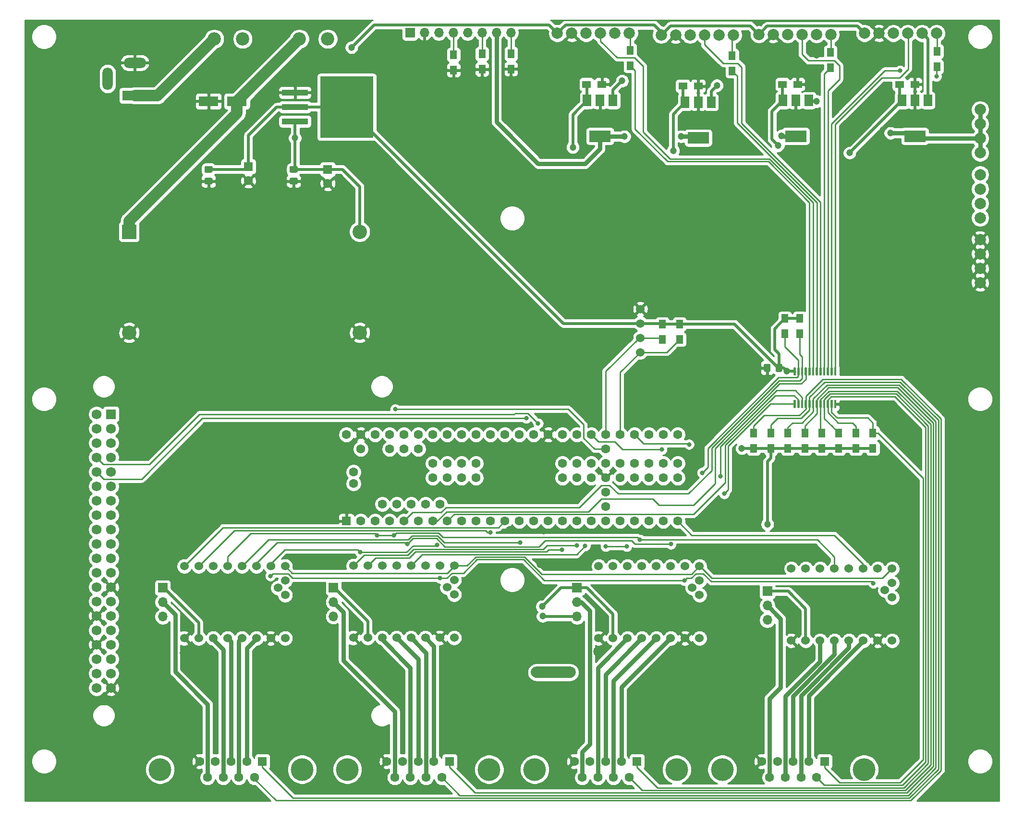
<source format=gbr>
%TF.GenerationSoftware,KiCad,Pcbnew,(5.1.10)-1*%
%TF.CreationDate,2022-10-10T21:05:00+02:00*%
%TF.ProjectId,onstepPi,6f6e7374-6570-4506-992e-6b696361645f,rev?*%
%TF.SameCoordinates,Original*%
%TF.FileFunction,Copper,L1,Top*%
%TF.FilePolarity,Positive*%
%FSLAX46Y46*%
G04 Gerber Fmt 4.6, Leading zero omitted, Abs format (unit mm)*
G04 Created by KiCad (PCBNEW (5.1.10)-1) date 2022-10-10 21:05:00*
%MOMM*%
%LPD*%
G01*
G04 APERTURE LIST*
%TA.AperFunction,ComponentPad*%
%ADD10C,2.000000*%
%TD*%
%TA.AperFunction,SMDPad,CuDef*%
%ADD11R,1.300000X1.500000*%
%TD*%
%TA.AperFunction,ComponentPad*%
%ADD12O,1.700000X1.700000*%
%TD*%
%TA.AperFunction,ComponentPad*%
%ADD13R,1.700000X1.700000*%
%TD*%
%TA.AperFunction,ComponentPad*%
%ADD14R,4.400000X1.800000*%
%TD*%
%TA.AperFunction,ComponentPad*%
%ADD15O,4.000000X1.800000*%
%TD*%
%TA.AperFunction,ComponentPad*%
%ADD16O,1.800000X4.000000*%
%TD*%
%TA.AperFunction,ComponentPad*%
%ADD17C,1.600000*%
%TD*%
%TA.AperFunction,ComponentPad*%
%ADD18R,1.600000X1.600000*%
%TD*%
%TA.AperFunction,ComponentPad*%
%ADD19R,2.540000X2.540000*%
%TD*%
%TA.AperFunction,ComponentPad*%
%ADD20C,2.540000*%
%TD*%
%TA.AperFunction,SMDPad,CuDef*%
%ADD21R,9.400000X10.800000*%
%TD*%
%TA.AperFunction,SMDPad,CuDef*%
%ADD22R,4.600000X1.100000*%
%TD*%
%TA.AperFunction,SMDPad,CuDef*%
%ADD23R,3.800000X2.000000*%
%TD*%
%TA.AperFunction,SMDPad,CuDef*%
%ADD24R,1.500000X2.000000*%
%TD*%
%TA.AperFunction,ComponentPad*%
%ADD25C,1.524000*%
%TD*%
%TA.AperFunction,SMDPad,CuDef*%
%ADD26R,1.500000X1.300000*%
%TD*%
%TA.AperFunction,ComponentPad*%
%ADD27C,2.350000*%
%TD*%
%TA.AperFunction,SMDPad,CuDef*%
%ADD28R,3.500000X1.800000*%
%TD*%
%TA.AperFunction,ComponentPad*%
%ADD29C,4.000000*%
%TD*%
%TA.AperFunction,ComponentPad*%
%ADD30C,1.750000*%
%TD*%
%TA.AperFunction,ComponentPad*%
%ADD31R,1.750000X1.750000*%
%TD*%
%TA.AperFunction,ViaPad*%
%ADD32C,0.800000*%
%TD*%
%TA.AperFunction,ViaPad*%
%ADD33C,1.200000*%
%TD*%
%TA.AperFunction,ViaPad*%
%ADD34C,2.000000*%
%TD*%
%TA.AperFunction,Conductor*%
%ADD35C,0.250000*%
%TD*%
%TA.AperFunction,Conductor*%
%ADD36C,0.500000*%
%TD*%
%TA.AperFunction,Conductor*%
%ADD37C,0.750000*%
%TD*%
%TA.AperFunction,Conductor*%
%ADD38C,2.000000*%
%TD*%
%TA.AperFunction,Conductor*%
%ADD39C,0.254000*%
%TD*%
%TA.AperFunction,Conductor*%
%ADD40C,0.100000*%
%TD*%
G04 APERTURE END LIST*
D10*
%TO.P,J9,6*%
%TO.N,Net-(J9-Pad6)*%
X206700000Y-33200000D03*
%TO.P,J9,5*%
%TO.N,/PA2*%
X204160000Y-33200000D03*
%TO.P,J9,4*%
%TO.N,SDA6*%
X201620000Y-33200000D03*
%TO.P,J9,3*%
%TO.N,GPIO2*%
X199080000Y-33200000D03*
%TO.P,J9,2*%
%TO.N,GND*%
X196540000Y-33200000D03*
%TO.P,J9,1*%
%TO.N,+5V*%
X194000000Y-33200000D03*
%TD*%
%TO.P,J8,6*%
%TO.N,Net-(J8-Pad6)*%
X225320000Y-33000000D03*
%TO.P,J8,5*%
%TO.N,/PA1*%
X222780000Y-33000000D03*
%TO.P,J8,4*%
%TO.N,SDA5*%
X220240000Y-33000000D03*
%TO.P,J8,3*%
%TO.N,GPIO1*%
X217700000Y-33000000D03*
%TO.P,J8,2*%
%TO.N,GND*%
X215160000Y-33000000D03*
%TO.P,J8,1*%
%TO.N,+5V*%
X212620000Y-33000000D03*
%TD*%
%TO.P,J7,6*%
%TO.N,Net-(J7-Pad6)*%
X171180000Y-33000000D03*
%TO.P,J7,5*%
%TO.N,/PA4*%
X168640000Y-33000000D03*
%TO.P,J7,4*%
%TO.N,SDA8*%
X166100000Y-33000000D03*
%TO.P,J7,3*%
%TO.N,GPIO4*%
X163560000Y-33000000D03*
%TO.P,J7,2*%
%TO.N,GND*%
X161020000Y-33000000D03*
%TO.P,J7,1*%
%TO.N,+5V*%
X158480000Y-33000000D03*
%TD*%
%TO.P,J6,6*%
%TO.N,Net-(J6-Pad6)*%
X189480000Y-33300000D03*
%TO.P,J6,5*%
%TO.N,/PA3*%
X186940000Y-33300000D03*
%TO.P,J6,4*%
%TO.N,SDA7*%
X184400000Y-33300000D03*
%TO.P,J6,3*%
%TO.N,GPIO3*%
X181860000Y-33300000D03*
%TO.P,J6,2*%
%TO.N,GND*%
X179320000Y-33300000D03*
%TO.P,J6,1*%
%TO.N,+5V*%
X176780000Y-33300000D03*
%TD*%
D11*
%TO.P,R16,2*%
%TO.N,GND*%
X145200000Y-39350000D03*
%TO.P,R16,1*%
%TO.N,Net-(J10-Pad6)*%
X145200000Y-36650000D03*
%TD*%
%TO.P,R15,2*%
%TO.N,GND*%
X140200000Y-39500000D03*
%TO.P,R15,1*%
%TO.N,Net-(J10-Pad4)*%
X140200000Y-36800000D03*
%TD*%
D12*
%TO.P,J10,8*%
%TO.N,Net-(J10-Pad8)*%
X150280000Y-32900000D03*
%TO.P,J10,7*%
%TO.N,+12V*%
X147740000Y-32900000D03*
%TO.P,J10,6*%
%TO.N,Net-(J10-Pad6)*%
X145200000Y-32900000D03*
%TO.P,J10,5*%
%TO.N,LED_PI*%
X142660000Y-32900000D03*
%TO.P,J10,4*%
%TO.N,Net-(J10-Pad4)*%
X140120000Y-32900000D03*
%TO.P,J10,3*%
%TO.N,LED_TEENSY*%
X137580000Y-32900000D03*
%TO.P,J10,2*%
%TO.N,GND*%
X135040000Y-32900000D03*
D13*
%TO.P,J10,1*%
%TO.N,RESET*%
X132500000Y-32900000D03*
%TD*%
D12*
%TO.P,JP5,3*%
%TO.N,+5V*%
X195500000Y-136480000D03*
%TO.P,JP5,2*%
%TO.N,/PL4*%
X195500000Y-133940000D03*
D13*
%TO.P,JP5,1*%
%TO.N,+3V3*%
X195500000Y-131400000D03*
%TD*%
D14*
%TO.P,J5,1*%
%TO.N,/12V_Raw*%
X84000000Y-44000000D03*
D15*
%TO.P,J5,2*%
%TO.N,GND*%
X84000000Y-38200000D03*
D16*
%TO.P,J5,3*%
%TO.N,N/C*%
X79200000Y-41000000D03*
%TD*%
D17*
%TO.P,U1,87*%
%TO.N,N/C*%
X122560000Y-110390000D03*
%TO.P,U1,88*%
X122560000Y-112410000D03*
%TO.P,U1,86*%
X136530000Y-108860000D03*
%TO.P,U1,85*%
X139070000Y-108860000D03*
%TO.P,U1,84*%
X141610000Y-108860000D03*
%TO.P,U1,83*%
X144150000Y-108860000D03*
%TO.P,U1,66*%
X144150000Y-111400000D03*
%TO.P,U1,65*%
X141610000Y-111400000D03*
%TO.P,U1,63*%
X136530000Y-111400000D03*
%TO.P,U1,64*%
X139070000Y-111400000D03*
%TO.P,U1,67*%
X159390000Y-111400000D03*
%TO.P,U1,82*%
X159390000Y-108860000D03*
%TO.P,U1,68*%
X161930000Y-111400000D03*
%TO.P,U1,81*%
X161930000Y-108860000D03*
%TO.P,U1,69*%
X164470000Y-111400000D03*
%TO.P,U1,80*%
X164470000Y-108860000D03*
%TO.P,U1,74*%
X179710000Y-111400000D03*
%TO.P,U1,75*%
X179710000Y-108860000D03*
%TO.P,U1,70*%
X169550000Y-111400000D03*
%TO.P,U1,71*%
X172090000Y-111400000D03*
%TO.P,U1,72*%
X174630000Y-111400000D03*
%TO.P,U1,73*%
X177170000Y-111400000D03*
%TO.P,U1,76*%
X177170000Y-108860000D03*
%TO.P,U1,77*%
X174630000Y-108860000D03*
%TO.P,U1,78*%
X172090000Y-108860000D03*
%TO.P,U1,79*%
X169550000Y-108860000D03*
%TO.P,U1,62*%
X137800000Y-116020000D03*
%TO.P,U1,61*%
X135260000Y-116020000D03*
%TO.P,U1,60*%
X132720000Y-116020000D03*
%TO.P,U1,59*%
X130180000Y-116020000D03*
%TO.P,U1,58*%
X127640000Y-116020000D03*
%TO.P,U1,57*%
X133990000Y-106320000D03*
%TO.P,U1,56*%
X131450000Y-106320000D03*
%TO.P,U1,55*%
X128910000Y-106320000D03*
%TO.P,U1,54*%
X123830000Y-106320000D03*
%TO.P,U1,53*%
%TO.N,+5V*%
X121290000Y-103780000D03*
%TO.P,U1,52*%
%TO.N,GND*%
X123830000Y-103780000D03*
%TO.P,U1,51*%
%TO.N,N/C*%
X126370000Y-103780000D03*
%TO.P,U1,50*%
%TO.N,GPIO4*%
X128910000Y-103780000D03*
%TO.P,U1,49*%
%TO.N,GPIO3*%
X131450000Y-103780000D03*
%TO.P,U1,48*%
%TO.N,GPIO2*%
X133990000Y-103780000D03*
%TO.P,U1,47*%
%TO.N,GPIO1*%
X136530000Y-103780000D03*
%TO.P,U1,46*%
%TO.N,GP_POWER4*%
X139070000Y-103780000D03*
%TO.P,U1,45*%
%TO.N,GP_POWER3*%
X141610000Y-103780000D03*
%TO.P,U1,44*%
%TO.N,GP_POWER2*%
X144150000Y-103780000D03*
%TO.P,U1,43*%
%TO.N,GP_POWER1*%
X146690000Y-103780000D03*
%TO.P,U1,42*%
%TO.N,N/C*%
X149230000Y-103780000D03*
%TO.P,U1,41*%
X151770000Y-103780000D03*
%TO.P,U1,40*%
%TO.N,M_RESET*%
X154310000Y-103780000D03*
%TO.P,U1,39*%
%TO.N,GND*%
X156850000Y-103780000D03*
%TO.P,U1,38*%
%TO.N,N/C*%
X159390000Y-103780000D03*
D18*
%TO.P,U1,1*%
%TO.N,GND*%
X121290000Y-119020000D03*
D17*
%TO.P,U1,2*%
%TO.N,TMC_MOSI*%
X123830000Y-119020000D03*
%TO.P,U1,3*%
%TO.N,TMC_MISO*%
X126370000Y-119020000D03*
%TO.P,U1,4*%
%TO.N,LED_TEENSY*%
X128910000Y-119020000D03*
%TO.P,U1,5*%
%TO.N,M_SCL*%
X131450000Y-119020000D03*
%TO.P,U1,6*%
%TO.N,M_SDA*%
X133990000Y-119020000D03*
%TO.P,U1,7*%
%TO.N,M_A0*%
X136530000Y-119020000D03*
%TO.P,U1,8*%
%TO.N,M_A1*%
X139070000Y-119020000D03*
%TO.P,U1,9*%
%TO.N,MA_2*%
X141610000Y-119020000D03*
%TO.P,U1,10*%
%TO.N,PEC1*%
X144150000Y-119020000D03*
%TO.P,U1,11*%
%TO.N,TMC_STEP1*%
X146690000Y-119020000D03*
%TO.P,U1,12*%
%TO.N,TMC_DIR1*%
X149230000Y-119020000D03*
%TO.P,U1,13*%
%TO.N,TMC_CS1*%
X151770000Y-119020000D03*
%TO.P,U1,37*%
%TO.N,N/C*%
X161930000Y-103780000D03*
%TO.P,U1,36*%
%TO.N,TMC_STEP4*%
X164470000Y-103780000D03*
%TO.P,U1,35*%
%TO.N,RTC_SDA*%
X167010000Y-103780000D03*
%TO.P,U1,34*%
%TO.N,RTC_SCL*%
X169550000Y-103780000D03*
%TO.P,U1,33*%
%TO.N,TMC_CS4*%
X172090000Y-103780000D03*
%TO.P,U1,32*%
%TO.N,TMC_DIR4*%
X174630000Y-103780000D03*
%TO.P,U1,31*%
%TO.N,PI_TX*%
X177170000Y-103780000D03*
%TO.P,U1,30*%
%TO.N,PI_RX*%
X179710000Y-103780000D03*
%TO.P,U1,29*%
%TO.N,RESET*%
X167010000Y-106320000D03*
%TO.P,U1,28*%
%TO.N,N/C*%
X167010000Y-108860000D03*
%TO.P,U1,27*%
%TO.N,GND*%
X167010000Y-111400000D03*
%TO.P,U1,26*%
%TO.N,N/C*%
X167010000Y-113940000D03*
%TO.P,U1,25*%
X167010000Y-116480000D03*
%TO.P,U1,24*%
%TO.N,TMC_SCK*%
X179710000Y-119020000D03*
%TO.P,U1,23*%
%TO.N,PEC4*%
X177170000Y-119020000D03*
%TO.P,U1,22*%
%TO.N,TMC_CS3*%
X174630000Y-119020000D03*
%TO.P,U1,21*%
%TO.N,TMC_DIR3*%
X172090000Y-119020000D03*
%TO.P,U1,14*%
%TO.N,PEC2*%
X154310000Y-119020000D03*
%TO.P,U1,15*%
%TO.N,N/C*%
X156850000Y-119020000D03*
%TO.P,U1,16*%
%TO.N,TMC_STEP2*%
X159390000Y-119020000D03*
%TO.P,U1,20*%
%TO.N,TMC_STEP3*%
X169550000Y-119020000D03*
%TO.P,U1,19*%
%TO.N,PEC3*%
X167010000Y-119020000D03*
%TO.P,U1,18*%
%TO.N,TMC_CS2*%
X164470000Y-119020000D03*
%TO.P,U1,17*%
%TO.N,TMC_DIR2*%
X161930000Y-119020000D03*
%TD*%
D19*
%TO.P,U4,1*%
%TO.N,+12V*%
X83000000Y-68000000D03*
D20*
%TO.P,U4,2*%
%TO.N,GND*%
X83000000Y-85780000D03*
%TO.P,U4,4*%
%TO.N,+5V*%
X123640000Y-68000000D03*
%TO.P,U4,3*%
%TO.N,GND*%
X123640000Y-85780000D03*
%TD*%
D21*
%TO.P,U12,2*%
%TO.N,+3V3*%
X121375000Y-46000000D03*
D22*
%TO.P,U12,3*%
%TO.N,+5V*%
X112225000Y-48540000D03*
%TO.P,U12,2*%
%TO.N,+3V3*%
X112225000Y-46000000D03*
%TO.P,U12,1*%
%TO.N,GND*%
X112225000Y-43460000D03*
%TD*%
D11*
%TO.P,R23,2*%
%TO.N,M_SDA*%
X198600000Y-86000000D03*
%TO.P,R23,1*%
%TO.N,+3V3*%
X198600000Y-83300000D03*
%TD*%
%TO.P,R22,2*%
%TO.N,M_SCL*%
X201200000Y-86000000D03*
%TO.P,R22,1*%
%TO.N,+3V3*%
X201200000Y-83300000D03*
%TD*%
%TO.P,R21,2*%
%TO.N,Net-(J6-Pad6)*%
X189300000Y-36950000D03*
%TO.P,R21,1*%
%TO.N,SCL7*%
X189300000Y-39650000D03*
%TD*%
%TO.P,R20,2*%
%TO.N,Net-(J9-Pad6)*%
X206600000Y-36400000D03*
%TO.P,R20,1*%
%TO.N,SCL6*%
X206600000Y-39100000D03*
%TD*%
%TO.P,R19,2*%
%TO.N,Net-(J8-Pad6)*%
X225400000Y-36200000D03*
%TO.P,R19,1*%
%TO.N,SCL5*%
X225400000Y-38900000D03*
%TD*%
%TO.P,R18,2*%
%TO.N,Net-(J7-Pad6)*%
X171300000Y-36000000D03*
%TO.P,R18,1*%
%TO.N,SCL8*%
X171300000Y-38700000D03*
%TD*%
D10*
%TO.P,J14,4*%
%TO.N,GND*%
X233000000Y-69380000D03*
%TO.P,J14,3*%
X233000000Y-71920000D03*
%TO.P,J14,2*%
X233000000Y-74460000D03*
%TO.P,J14,1*%
X233000000Y-77000000D03*
%TD*%
%TO.P,J13,4*%
%TO.N,+12V*%
X233000000Y-46460000D03*
%TO.P,J13,3*%
X233000000Y-49000000D03*
%TO.P,J13,2*%
X233000000Y-51540000D03*
%TO.P,J13,1*%
X233000000Y-54080000D03*
%TD*%
%TO.P,J12,4*%
%TO.N,+5V*%
X233000000Y-57920000D03*
%TO.P,J12,3*%
X233000000Y-60460000D03*
%TO.P,J12,2*%
X233000000Y-63000000D03*
%TO.P,J12,1*%
X233000000Y-65540000D03*
%TD*%
D17*
%TO.P,C5,2*%
%TO.N,GND*%
X104000000Y-59000000D03*
D18*
%TO.P,C5,1*%
%TO.N,+3V3*%
X104000000Y-56500000D03*
%TD*%
%TO.P,C4,2*%
%TO.N,GND*%
%TA.AperFunction,SMDPad,CuDef*%
G36*
G01*
X196050000Y-91525000D02*
X196050000Y-92475000D01*
G75*
G02*
X195800000Y-92725000I-250000J0D01*
G01*
X195125000Y-92725000D01*
G75*
G02*
X194875000Y-92475000I0J250000D01*
G01*
X194875000Y-91525000D01*
G75*
G02*
X195125000Y-91275000I250000J0D01*
G01*
X195800000Y-91275000D01*
G75*
G02*
X196050000Y-91525000I0J-250000D01*
G01*
G37*
%TD.AperFunction*%
%TO.P,C4,1*%
%TO.N,+3V3*%
%TA.AperFunction,SMDPad,CuDef*%
G36*
G01*
X198125000Y-91525000D02*
X198125000Y-92475000D01*
G75*
G02*
X197875000Y-92725000I-250000J0D01*
G01*
X197200000Y-92725000D01*
G75*
G02*
X196950000Y-92475000I0J250000D01*
G01*
X196950000Y-91525000D01*
G75*
G02*
X197200000Y-91275000I250000J0D01*
G01*
X197875000Y-91275000D01*
G75*
G02*
X198125000Y-91525000I0J-250000D01*
G01*
G37*
%TD.AperFunction*%
%TD*%
D17*
%TO.P,C3,2*%
%TO.N,GND*%
X118000000Y-59500000D03*
D18*
%TO.P,C3,1*%
%TO.N,+5V*%
X118000000Y-57000000D03*
%TD*%
D23*
%TO.P,U11,4*%
%TO.N,+12V*%
X183300000Y-51450000D03*
D24*
%TO.P,U11,2*%
%TO.N,GND*%
X183300000Y-45150000D03*
%TO.P,U11,3*%
%TO.N,GP_POWER3*%
X181000000Y-45150000D03*
%TO.P,U11,1*%
%TO.N,/PA3*%
X185600000Y-45150000D03*
%TD*%
D23*
%TO.P,U10,4*%
%TO.N,+12V*%
X221500000Y-51150000D03*
D24*
%TO.P,U10,2*%
%TO.N,GND*%
X221500000Y-44850000D03*
%TO.P,U10,3*%
%TO.N,GP_POWER1*%
X219200000Y-44850000D03*
%TO.P,U10,1*%
%TO.N,/PA1*%
X223800000Y-44850000D03*
%TD*%
D23*
%TO.P,U9,4*%
%TO.N,+12V*%
X200500000Y-51150000D03*
D24*
%TO.P,U9,2*%
%TO.N,GND*%
X200500000Y-44850000D03*
%TO.P,U9,3*%
%TO.N,GP_POWER2*%
X198200000Y-44850000D03*
%TO.P,U9,1*%
%TO.N,/PA2*%
X202800000Y-44850000D03*
%TD*%
D23*
%TO.P,U8,4*%
%TO.N,+12V*%
X166000000Y-51150000D03*
D24*
%TO.P,U8,2*%
%TO.N,GND*%
X166000000Y-44850000D03*
%TO.P,U8,3*%
%TO.N,GP_POWER4*%
X163700000Y-44850000D03*
%TO.P,U8,1*%
%TO.N,/PA4*%
X168300000Y-44850000D03*
%TD*%
D25*
%TO.P,RTC1,4*%
%TO.N,RTC_SCL*%
X173100000Y-89240000D03*
%TO.P,RTC1,3*%
%TO.N,RTC_SDA*%
X173100000Y-86700000D03*
%TO.P,RTC1,2*%
%TO.N,+3V3*%
X173100000Y-84160000D03*
%TO.P,RTC1,1*%
%TO.N,GND*%
X173100000Y-81620000D03*
%TD*%
D11*
%TO.P,R17,2*%
%TO.N,GND*%
X150300000Y-39300000D03*
%TO.P,R17,1*%
%TO.N,Net-(J10-Pad8)*%
X150300000Y-36600000D03*
%TD*%
%TO.P,R14,2*%
%TO.N,RTC_SDA*%
X177000000Y-87000000D03*
%TO.P,R14,1*%
%TO.N,+3V3*%
X177000000Y-84300000D03*
%TD*%
%TO.P,R13,2*%
%TO.N,RTC_SCL*%
X180000000Y-87000000D03*
%TO.P,R13,1*%
%TO.N,+3V3*%
X180000000Y-84300000D03*
%TD*%
%TO.P,R12,2*%
%TO.N,SCL1*%
X196100000Y-103500000D03*
%TO.P,R12,1*%
%TO.N,+3V3*%
X196100000Y-106200000D03*
%TD*%
%TO.P,R11,2*%
%TO.N,SDA1*%
X193100000Y-103500000D03*
%TO.P,R11,1*%
%TO.N,+3V3*%
X193100000Y-106200000D03*
%TD*%
%TO.P,R10,2*%
%TO.N,SCL2*%
X202100000Y-103500000D03*
%TO.P,R10,1*%
%TO.N,+3V3*%
X202100000Y-106200000D03*
%TD*%
%TO.P,R9,2*%
%TO.N,SDA2*%
X199100000Y-103500000D03*
%TO.P,R9,1*%
%TO.N,+3V3*%
X199100000Y-106200000D03*
%TD*%
%TO.P,R8,2*%
%TO.N,SCL3*%
X208100000Y-103500000D03*
%TO.P,R8,1*%
%TO.N,+3V3*%
X208100000Y-106200000D03*
%TD*%
%TO.P,R7,2*%
%TO.N,SDA3*%
X205100000Y-103500000D03*
%TO.P,R7,1*%
%TO.N,+3V3*%
X205100000Y-106200000D03*
%TD*%
%TO.P,R6,2*%
%TO.N,SCL4*%
X214100000Y-103500000D03*
%TO.P,R6,1*%
%TO.N,+3V3*%
X214100000Y-106200000D03*
%TD*%
%TO.P,R5,2*%
%TO.N,SDA4*%
X211100000Y-103500000D03*
%TO.P,R5,1*%
%TO.N,+3V3*%
X211100000Y-106200000D03*
%TD*%
D26*
%TO.P,R4,2*%
%TO.N,GND*%
X200850000Y-42000000D03*
%TO.P,R4,1*%
%TO.N,GP_POWER2*%
X198150000Y-42000000D03*
%TD*%
%TO.P,R3,2*%
%TO.N,GND*%
X221500000Y-42000000D03*
%TO.P,R3,1*%
%TO.N,GP_POWER1*%
X218800000Y-42000000D03*
%TD*%
%TO.P,R2,2*%
%TO.N,GND*%
X166350000Y-42000000D03*
%TO.P,R2,1*%
%TO.N,GP_POWER4*%
X163650000Y-42000000D03*
%TD*%
%TO.P,R1,2*%
%TO.N,GND*%
X183300000Y-42300000D03*
%TO.P,R1,1*%
%TO.N,GP_POWER3*%
X180600000Y-42300000D03*
%TD*%
D27*
%TO.P,F1,1*%
%TO.N,+12V*%
X118000000Y-34000000D03*
X113000000Y-34000000D03*
%TO.P,F1,2*%
%TO.N,/12V_Raw*%
X98000000Y-34000000D03*
X103000000Y-34000000D03*
%TD*%
D28*
%TO.P,D1,2*%
%TO.N,GND*%
X97000000Y-45000000D03*
%TO.P,D1,1*%
%TO.N,+12V*%
X102000000Y-45000000D03*
%TD*%
%TO.P,C2,2*%
%TO.N,GND*%
%TA.AperFunction,SMDPad,CuDef*%
G36*
G01*
X96525000Y-58487500D02*
X97475000Y-58487500D01*
G75*
G02*
X97725000Y-58737500I0J-250000D01*
G01*
X97725000Y-59412500D01*
G75*
G02*
X97475000Y-59662500I-250000J0D01*
G01*
X96525000Y-59662500D01*
G75*
G02*
X96275000Y-59412500I0J250000D01*
G01*
X96275000Y-58737500D01*
G75*
G02*
X96525000Y-58487500I250000J0D01*
G01*
G37*
%TD.AperFunction*%
%TO.P,C2,1*%
%TO.N,+3V3*%
%TA.AperFunction,SMDPad,CuDef*%
G36*
G01*
X96525000Y-56412500D02*
X97475000Y-56412500D01*
G75*
G02*
X97725000Y-56662500I0J-250000D01*
G01*
X97725000Y-57337500D01*
G75*
G02*
X97475000Y-57587500I-250000J0D01*
G01*
X96525000Y-57587500D01*
G75*
G02*
X96275000Y-57337500I0J250000D01*
G01*
X96275000Y-56662500D01*
G75*
G02*
X96525000Y-56412500I250000J0D01*
G01*
G37*
%TD.AperFunction*%
%TD*%
%TO.P,C1,2*%
%TO.N,GND*%
%TA.AperFunction,SMDPad,CuDef*%
G36*
G01*
X111525000Y-58487500D02*
X112475000Y-58487500D01*
G75*
G02*
X112725000Y-58737500I0J-250000D01*
G01*
X112725000Y-59412500D01*
G75*
G02*
X112475000Y-59662500I-250000J0D01*
G01*
X111525000Y-59662500D01*
G75*
G02*
X111275000Y-59412500I0J250000D01*
G01*
X111275000Y-58737500D01*
G75*
G02*
X111525000Y-58487500I250000J0D01*
G01*
G37*
%TD.AperFunction*%
%TO.P,C1,1*%
%TO.N,+5V*%
%TA.AperFunction,SMDPad,CuDef*%
G36*
G01*
X111525000Y-56412500D02*
X112475000Y-56412500D01*
G75*
G02*
X112725000Y-56662500I0J-250000D01*
G01*
X112725000Y-57337500D01*
G75*
G02*
X112475000Y-57587500I-250000J0D01*
G01*
X111525000Y-57587500D01*
G75*
G02*
X111275000Y-57337500I0J250000D01*
G01*
X111275000Y-56662500D01*
G75*
G02*
X111525000Y-56412500I250000J0D01*
G01*
G37*
%TD.AperFunction*%
%TD*%
D12*
%TO.P,JP3,3*%
%TO.N,+5V*%
X161952000Y-135860000D03*
%TO.P,JP3,2*%
%TO.N,/PL3*%
X161952000Y-133320000D03*
D13*
%TO.P,JP3,1*%
%TO.N,+3V3*%
X161952000Y-130780000D03*
%TD*%
D12*
%TO.P,JP2,3*%
%TO.N,+5V*%
X119000000Y-135840000D03*
%TO.P,JP2,2*%
%TO.N,/PL2*%
X119000000Y-133300000D03*
D13*
%TO.P,JP2,1*%
%TO.N,+3V3*%
X119000000Y-130760000D03*
%TD*%
D12*
%TO.P,JP1,3*%
%TO.N,+5V*%
X88912000Y-135860000D03*
%TO.P,JP1,2*%
%TO.N,/PL1*%
X88912000Y-133320000D03*
D13*
%TO.P,JP1,1*%
%TO.N,+3V3*%
X88912000Y-130780000D03*
%TD*%
D25*
%TO.P,U7,19*%
%TO.N,N/C*%
X216230000Y-131210000D03*
%TO.P,U7,18*%
X217500000Y-132480000D03*
%TO.P,U7,17*%
X217500000Y-129940000D03*
%TO.P,U7,16*%
%TO.N,GND*%
X199720000Y-140100000D03*
%TO.P,U7,15*%
%TO.N,+3V3*%
X202260000Y-140100000D03*
%TO.P,U7,14*%
%TO.N,/PM16*%
X204800000Y-140100000D03*
%TO.P,U7,13*%
%TO.N,/PM15*%
X207340000Y-140100000D03*
%TO.P,U7,12*%
%TO.N,/PM14*%
X209880000Y-140100000D03*
%TO.P,U7,11*%
%TO.N,/PM13*%
X212420000Y-140100000D03*
%TO.P,U7,10*%
%TO.N,GND*%
X214960000Y-140100000D03*
%TO.P,U7,9*%
%TO.N,+12V*%
X217500000Y-140100000D03*
%TO.P,U7,8*%
%TO.N,TMC_DIR4*%
X199720000Y-127400000D03*
%TO.P,U7,7*%
%TO.N,TMC_STEP4*%
X202260000Y-127400000D03*
%TO.P,U7,6*%
%TO.N,N/C*%
X204800000Y-127400000D03*
%TO.P,U7,5*%
%TO.N,TMC_MISO*%
X207340000Y-127400000D03*
%TO.P,U7,4*%
%TO.N,TMC_CS4*%
X209880000Y-127400000D03*
%TO.P,U7,3*%
%TO.N,TMC_SCK*%
X212420000Y-127400000D03*
%TO.P,U7,2*%
%TO.N,TMC_MOSI*%
X214960000Y-127400000D03*
%TO.P,U7,1*%
%TO.N,TMC_EN*%
X217500000Y-127400000D03*
%TD*%
%TO.P,U6,19*%
%TO.N,N/C*%
X182272000Y-130780000D03*
%TO.P,U6,18*%
X183542000Y-132050000D03*
%TO.P,U6,17*%
X183542000Y-129510000D03*
%TO.P,U6,16*%
%TO.N,GND*%
X165762000Y-139670000D03*
%TO.P,U6,15*%
%TO.N,+3V3*%
X168302000Y-139670000D03*
%TO.P,U6,14*%
%TO.N,/PM12*%
X170842000Y-139670000D03*
%TO.P,U6,13*%
%TO.N,/PM11*%
X173382000Y-139670000D03*
%TO.P,U6,12*%
%TO.N,/PM10*%
X175922000Y-139670000D03*
%TO.P,U6,11*%
%TO.N,/PM9*%
X178462000Y-139670000D03*
%TO.P,U6,10*%
%TO.N,GND*%
X181002000Y-139670000D03*
%TO.P,U6,9*%
%TO.N,+12V*%
X183542000Y-139670000D03*
%TO.P,U6,8*%
%TO.N,TMC_DIR3*%
X165762000Y-126970000D03*
%TO.P,U6,7*%
%TO.N,TMC_STEP3*%
X168302000Y-126970000D03*
%TO.P,U6,6*%
%TO.N,N/C*%
X170842000Y-126970000D03*
%TO.P,U6,5*%
%TO.N,TMC_MISO*%
X173382000Y-126970000D03*
%TO.P,U6,4*%
%TO.N,TMC_CS3*%
X175922000Y-126970000D03*
%TO.P,U6,3*%
%TO.N,TMC_SCK*%
X178462000Y-126970000D03*
%TO.P,U6,2*%
%TO.N,TMC_MOSI*%
X181002000Y-126970000D03*
%TO.P,U6,1*%
%TO.N,TMC_EN*%
X183542000Y-126970000D03*
%TD*%
%TO.P,U5,19*%
%TO.N,N/C*%
X139030000Y-130710000D03*
%TO.P,U5,18*%
X140300000Y-131980000D03*
%TO.P,U5,17*%
X140300000Y-129440000D03*
%TO.P,U5,16*%
%TO.N,GND*%
X122520000Y-139600000D03*
%TO.P,U5,15*%
%TO.N,+3V3*%
X125060000Y-139600000D03*
%TO.P,U5,14*%
%TO.N,/PM8*%
X127600000Y-139600000D03*
%TO.P,U5,13*%
%TO.N,/PM7*%
X130140000Y-139600000D03*
%TO.P,U5,12*%
%TO.N,/PM6*%
X132680000Y-139600000D03*
%TO.P,U5,11*%
%TO.N,/PM5*%
X135220000Y-139600000D03*
%TO.P,U5,10*%
%TO.N,GND*%
X137760000Y-139600000D03*
%TO.P,U5,9*%
%TO.N,+12V*%
X140300000Y-139600000D03*
%TO.P,U5,8*%
%TO.N,TMC_DIR2*%
X122520000Y-126900000D03*
%TO.P,U5,7*%
%TO.N,TMC_STEP2*%
X125060000Y-126900000D03*
%TO.P,U5,6*%
%TO.N,N/C*%
X127600000Y-126900000D03*
%TO.P,U5,5*%
%TO.N,TMC_MISO*%
X130140000Y-126900000D03*
%TO.P,U5,4*%
%TO.N,TMC_CS2*%
X132680000Y-126900000D03*
%TO.P,U5,3*%
%TO.N,TMC_SCK*%
X135220000Y-126900000D03*
%TO.P,U5,2*%
%TO.N,TMC_MOSI*%
X137760000Y-126900000D03*
%TO.P,U5,1*%
%TO.N,TMC_EN*%
X140300000Y-126900000D03*
%TD*%
D29*
%TO.P,J4,0*%
%TO.N,N/C*%
X212540000Y-162820000D03*
X187540000Y-162820000D03*
D17*
%TO.P,J4,9*%
%TO.N,/PL4*%
X195885000Y-164240000D03*
%TO.P,J4,8*%
%TO.N,/PM16*%
X198655000Y-164240000D03*
%TO.P,J4,7*%
%TO.N,/PM14*%
X201425000Y-164240000D03*
%TO.P,J4,6*%
%TO.N,SDA4*%
X204195000Y-164240000D03*
%TO.P,J4,5*%
%TO.N,GND*%
X194500000Y-161400000D03*
%TO.P,J4,4*%
%TO.N,PEC4*%
X197270000Y-161400000D03*
%TO.P,J4,3*%
%TO.N,/PM15*%
X200040000Y-161400000D03*
%TO.P,J4,2*%
%TO.N,/PM13*%
X202810000Y-161400000D03*
D18*
%TO.P,J4,1*%
%TO.N,SCL4*%
X205580000Y-161400000D03*
%TD*%
D29*
%TO.P,J3,0*%
%TO.N,N/C*%
X179500000Y-162820000D03*
X154500000Y-162820000D03*
D17*
%TO.P,J3,9*%
%TO.N,/PL3*%
X162845000Y-164240000D03*
%TO.P,J3,8*%
%TO.N,/PM12*%
X165615000Y-164240000D03*
%TO.P,J3,7*%
%TO.N,/PM10*%
X168385000Y-164240000D03*
%TO.P,J3,6*%
%TO.N,SDA3*%
X171155000Y-164240000D03*
%TO.P,J3,5*%
%TO.N,GND*%
X161460000Y-161400000D03*
%TO.P,J3,4*%
%TO.N,PEC3*%
X164230000Y-161400000D03*
%TO.P,J3,3*%
%TO.N,/PM11*%
X167000000Y-161400000D03*
%TO.P,J3,2*%
%TO.N,/PM9*%
X169770000Y-161400000D03*
D18*
%TO.P,J3,1*%
%TO.N,SCL3*%
X172540000Y-161400000D03*
%TD*%
D29*
%TO.P,J2,0*%
%TO.N,N/C*%
X146460000Y-162820000D03*
X121460000Y-162820000D03*
D17*
%TO.P,J2,9*%
%TO.N,/PL2*%
X129805000Y-164240000D03*
%TO.P,J2,8*%
%TO.N,/PM8*%
X132575000Y-164240000D03*
%TO.P,J2,7*%
%TO.N,/PM6*%
X135345000Y-164240000D03*
%TO.P,J2,6*%
%TO.N,SDA2*%
X138115000Y-164240000D03*
%TO.P,J2,5*%
%TO.N,GND*%
X128420000Y-161400000D03*
%TO.P,J2,4*%
%TO.N,PEC2*%
X131190000Y-161400000D03*
%TO.P,J2,3*%
%TO.N,/PM7*%
X133960000Y-161400000D03*
%TO.P,J2,2*%
%TO.N,/PM5*%
X136730000Y-161400000D03*
D18*
%TO.P,J2,1*%
%TO.N,SCL2*%
X139500000Y-161400000D03*
%TD*%
D25*
%TO.P,U3,19*%
%TO.N,N/C*%
X109232000Y-130780000D03*
%TO.P,U3,18*%
X110502000Y-132050000D03*
%TO.P,U3,17*%
X110502000Y-129510000D03*
%TO.P,U3,16*%
%TO.N,GND*%
X92722000Y-139670000D03*
%TO.P,U3,15*%
%TO.N,+3V3*%
X95262000Y-139670000D03*
%TO.P,U3,14*%
%TO.N,/PM4*%
X97802000Y-139670000D03*
%TO.P,U3,13*%
%TO.N,/PM3*%
X100342000Y-139670000D03*
%TO.P,U3,12*%
%TO.N,/PM2*%
X102882000Y-139670000D03*
%TO.P,U3,11*%
%TO.N,/PM1*%
X105422000Y-139670000D03*
%TO.P,U3,10*%
%TO.N,GND*%
X107962000Y-139670000D03*
%TO.P,U3,9*%
%TO.N,+12V*%
X110502000Y-139670000D03*
%TO.P,U3,8*%
%TO.N,TMC_DIR1*%
X92722000Y-126970000D03*
%TO.P,U3,7*%
%TO.N,TMC_STEP1*%
X95262000Y-126970000D03*
%TO.P,U3,6*%
%TO.N,N/C*%
X97802000Y-126970000D03*
%TO.P,U3,5*%
%TO.N,TMC_MISO*%
X100342000Y-126970000D03*
%TO.P,U3,4*%
%TO.N,TMC_CS1*%
X102882000Y-126970000D03*
%TO.P,U3,3*%
%TO.N,TMC_SCK*%
X105422000Y-126970000D03*
%TO.P,U3,2*%
%TO.N,TMC_MOSI*%
X107962000Y-126970000D03*
%TO.P,U3,1*%
%TO.N,TMC_EN*%
X110502000Y-126970000D03*
%TD*%
%TO.P,U2,24*%
%TO.N,+3V3*%
%TA.AperFunction,SMDPad,CuDef*%
G36*
G01*
X200425000Y-93375000D02*
X200225000Y-93375000D01*
G75*
G02*
X200125000Y-93275000I0J100000D01*
G01*
X200125000Y-92000000D01*
G75*
G02*
X200225000Y-91900000I100000J0D01*
G01*
X200425000Y-91900000D01*
G75*
G02*
X200525000Y-92000000I0J-100000D01*
G01*
X200525000Y-93275000D01*
G75*
G02*
X200425000Y-93375000I-100000J0D01*
G01*
G37*
%TD.AperFunction*%
%TO.P,U2,23*%
%TO.N,M_SDA*%
%TA.AperFunction,SMDPad,CuDef*%
G36*
G01*
X201075000Y-93375000D02*
X200875000Y-93375000D01*
G75*
G02*
X200775000Y-93275000I0J100000D01*
G01*
X200775000Y-92000000D01*
G75*
G02*
X200875000Y-91900000I100000J0D01*
G01*
X201075000Y-91900000D01*
G75*
G02*
X201175000Y-92000000I0J-100000D01*
G01*
X201175000Y-93275000D01*
G75*
G02*
X201075000Y-93375000I-100000J0D01*
G01*
G37*
%TD.AperFunction*%
%TO.P,U2,22*%
%TO.N,M_SCL*%
%TA.AperFunction,SMDPad,CuDef*%
G36*
G01*
X201725000Y-93375000D02*
X201525000Y-93375000D01*
G75*
G02*
X201425000Y-93275000I0J100000D01*
G01*
X201425000Y-92000000D01*
G75*
G02*
X201525000Y-91900000I100000J0D01*
G01*
X201725000Y-91900000D01*
G75*
G02*
X201825000Y-92000000I0J-100000D01*
G01*
X201825000Y-93275000D01*
G75*
G02*
X201725000Y-93375000I-100000J0D01*
G01*
G37*
%TD.AperFunction*%
%TO.P,U2,21*%
%TO.N,M_A0*%
%TA.AperFunction,SMDPad,CuDef*%
G36*
G01*
X202375000Y-93375000D02*
X202175000Y-93375000D01*
G75*
G02*
X202075000Y-93275000I0J100000D01*
G01*
X202075000Y-92000000D01*
G75*
G02*
X202175000Y-91900000I100000J0D01*
G01*
X202375000Y-91900000D01*
G75*
G02*
X202475000Y-92000000I0J-100000D01*
G01*
X202475000Y-93275000D01*
G75*
G02*
X202375000Y-93375000I-100000J0D01*
G01*
G37*
%TD.AperFunction*%
%TO.P,U2,20*%
%TO.N,SCL8*%
%TA.AperFunction,SMDPad,CuDef*%
G36*
G01*
X203025000Y-93375000D02*
X202825000Y-93375000D01*
G75*
G02*
X202725000Y-93275000I0J100000D01*
G01*
X202725000Y-92000000D01*
G75*
G02*
X202825000Y-91900000I100000J0D01*
G01*
X203025000Y-91900000D01*
G75*
G02*
X203125000Y-92000000I0J-100000D01*
G01*
X203125000Y-93275000D01*
G75*
G02*
X203025000Y-93375000I-100000J0D01*
G01*
G37*
%TD.AperFunction*%
%TO.P,U2,19*%
%TO.N,SDA8*%
%TA.AperFunction,SMDPad,CuDef*%
G36*
G01*
X203675000Y-93375000D02*
X203475000Y-93375000D01*
G75*
G02*
X203375000Y-93275000I0J100000D01*
G01*
X203375000Y-92000000D01*
G75*
G02*
X203475000Y-91900000I100000J0D01*
G01*
X203675000Y-91900000D01*
G75*
G02*
X203775000Y-92000000I0J-100000D01*
G01*
X203775000Y-93275000D01*
G75*
G02*
X203675000Y-93375000I-100000J0D01*
G01*
G37*
%TD.AperFunction*%
%TO.P,U2,18*%
%TO.N,SCL7*%
%TA.AperFunction,SMDPad,CuDef*%
G36*
G01*
X204325000Y-93375000D02*
X204125000Y-93375000D01*
G75*
G02*
X204025000Y-93275000I0J100000D01*
G01*
X204025000Y-92000000D01*
G75*
G02*
X204125000Y-91900000I100000J0D01*
G01*
X204325000Y-91900000D01*
G75*
G02*
X204425000Y-92000000I0J-100000D01*
G01*
X204425000Y-93275000D01*
G75*
G02*
X204325000Y-93375000I-100000J0D01*
G01*
G37*
%TD.AperFunction*%
%TO.P,U2,17*%
%TO.N,SDA7*%
%TA.AperFunction,SMDPad,CuDef*%
G36*
G01*
X204975000Y-93375000D02*
X204775000Y-93375000D01*
G75*
G02*
X204675000Y-93275000I0J100000D01*
G01*
X204675000Y-92000000D01*
G75*
G02*
X204775000Y-91900000I100000J0D01*
G01*
X204975000Y-91900000D01*
G75*
G02*
X205075000Y-92000000I0J-100000D01*
G01*
X205075000Y-93275000D01*
G75*
G02*
X204975000Y-93375000I-100000J0D01*
G01*
G37*
%TD.AperFunction*%
%TO.P,U2,16*%
%TO.N,SCL6*%
%TA.AperFunction,SMDPad,CuDef*%
G36*
G01*
X205625000Y-93375000D02*
X205425000Y-93375000D01*
G75*
G02*
X205325000Y-93275000I0J100000D01*
G01*
X205325000Y-92000000D01*
G75*
G02*
X205425000Y-91900000I100000J0D01*
G01*
X205625000Y-91900000D01*
G75*
G02*
X205725000Y-92000000I0J-100000D01*
G01*
X205725000Y-93275000D01*
G75*
G02*
X205625000Y-93375000I-100000J0D01*
G01*
G37*
%TD.AperFunction*%
%TO.P,U2,15*%
%TO.N,SDA6*%
%TA.AperFunction,SMDPad,CuDef*%
G36*
G01*
X206275000Y-93375000D02*
X206075000Y-93375000D01*
G75*
G02*
X205975000Y-93275000I0J100000D01*
G01*
X205975000Y-92000000D01*
G75*
G02*
X206075000Y-91900000I100000J0D01*
G01*
X206275000Y-91900000D01*
G75*
G02*
X206375000Y-92000000I0J-100000D01*
G01*
X206375000Y-93275000D01*
G75*
G02*
X206275000Y-93375000I-100000J0D01*
G01*
G37*
%TD.AperFunction*%
%TO.P,U2,14*%
%TO.N,SCL5*%
%TA.AperFunction,SMDPad,CuDef*%
G36*
G01*
X206925000Y-93375000D02*
X206725000Y-93375000D01*
G75*
G02*
X206625000Y-93275000I0J100000D01*
G01*
X206625000Y-92000000D01*
G75*
G02*
X206725000Y-91900000I100000J0D01*
G01*
X206925000Y-91900000D01*
G75*
G02*
X207025000Y-92000000I0J-100000D01*
G01*
X207025000Y-93275000D01*
G75*
G02*
X206925000Y-93375000I-100000J0D01*
G01*
G37*
%TD.AperFunction*%
%TO.P,U2,13*%
%TO.N,SDA5*%
%TA.AperFunction,SMDPad,CuDef*%
G36*
G01*
X207575000Y-93375000D02*
X207375000Y-93375000D01*
G75*
G02*
X207275000Y-93275000I0J100000D01*
G01*
X207275000Y-92000000D01*
G75*
G02*
X207375000Y-91900000I100000J0D01*
G01*
X207575000Y-91900000D01*
G75*
G02*
X207675000Y-92000000I0J-100000D01*
G01*
X207675000Y-93275000D01*
G75*
G02*
X207575000Y-93375000I-100000J0D01*
G01*
G37*
%TD.AperFunction*%
%TO.P,U2,12*%
%TO.N,GND*%
%TA.AperFunction,SMDPad,CuDef*%
G36*
G01*
X207575000Y-99100000D02*
X207375000Y-99100000D01*
G75*
G02*
X207275000Y-99000000I0J100000D01*
G01*
X207275000Y-97725000D01*
G75*
G02*
X207375000Y-97625000I100000J0D01*
G01*
X207575000Y-97625000D01*
G75*
G02*
X207675000Y-97725000I0J-100000D01*
G01*
X207675000Y-99000000D01*
G75*
G02*
X207575000Y-99100000I-100000J0D01*
G01*
G37*
%TD.AperFunction*%
%TO.P,U2,11*%
%TO.N,SCL4*%
%TA.AperFunction,SMDPad,CuDef*%
G36*
G01*
X206925000Y-99100000D02*
X206725000Y-99100000D01*
G75*
G02*
X206625000Y-99000000I0J100000D01*
G01*
X206625000Y-97725000D01*
G75*
G02*
X206725000Y-97625000I100000J0D01*
G01*
X206925000Y-97625000D01*
G75*
G02*
X207025000Y-97725000I0J-100000D01*
G01*
X207025000Y-99000000D01*
G75*
G02*
X206925000Y-99100000I-100000J0D01*
G01*
G37*
%TD.AperFunction*%
%TO.P,U2,10*%
%TO.N,SDA4*%
%TA.AperFunction,SMDPad,CuDef*%
G36*
G01*
X206275000Y-99100000D02*
X206075000Y-99100000D01*
G75*
G02*
X205975000Y-99000000I0J100000D01*
G01*
X205975000Y-97725000D01*
G75*
G02*
X206075000Y-97625000I100000J0D01*
G01*
X206275000Y-97625000D01*
G75*
G02*
X206375000Y-97725000I0J-100000D01*
G01*
X206375000Y-99000000D01*
G75*
G02*
X206275000Y-99100000I-100000J0D01*
G01*
G37*
%TD.AperFunction*%
%TO.P,U2,9*%
%TO.N,SCL3*%
%TA.AperFunction,SMDPad,CuDef*%
G36*
G01*
X205625000Y-99100000D02*
X205425000Y-99100000D01*
G75*
G02*
X205325000Y-99000000I0J100000D01*
G01*
X205325000Y-97725000D01*
G75*
G02*
X205425000Y-97625000I100000J0D01*
G01*
X205625000Y-97625000D01*
G75*
G02*
X205725000Y-97725000I0J-100000D01*
G01*
X205725000Y-99000000D01*
G75*
G02*
X205625000Y-99100000I-100000J0D01*
G01*
G37*
%TD.AperFunction*%
%TO.P,U2,8*%
%TO.N,SDA3*%
%TA.AperFunction,SMDPad,CuDef*%
G36*
G01*
X204975000Y-99100000D02*
X204775000Y-99100000D01*
G75*
G02*
X204675000Y-99000000I0J100000D01*
G01*
X204675000Y-97725000D01*
G75*
G02*
X204775000Y-97625000I100000J0D01*
G01*
X204975000Y-97625000D01*
G75*
G02*
X205075000Y-97725000I0J-100000D01*
G01*
X205075000Y-99000000D01*
G75*
G02*
X204975000Y-99100000I-100000J0D01*
G01*
G37*
%TD.AperFunction*%
%TO.P,U2,7*%
%TO.N,SCL2*%
%TA.AperFunction,SMDPad,CuDef*%
G36*
G01*
X204325000Y-99100000D02*
X204125000Y-99100000D01*
G75*
G02*
X204025000Y-99000000I0J100000D01*
G01*
X204025000Y-97725000D01*
G75*
G02*
X204125000Y-97625000I100000J0D01*
G01*
X204325000Y-97625000D01*
G75*
G02*
X204425000Y-97725000I0J-100000D01*
G01*
X204425000Y-99000000D01*
G75*
G02*
X204325000Y-99100000I-100000J0D01*
G01*
G37*
%TD.AperFunction*%
%TO.P,U2,6*%
%TO.N,SDA2*%
%TA.AperFunction,SMDPad,CuDef*%
G36*
G01*
X203675000Y-99100000D02*
X203475000Y-99100000D01*
G75*
G02*
X203375000Y-99000000I0J100000D01*
G01*
X203375000Y-97725000D01*
G75*
G02*
X203475000Y-97625000I100000J0D01*
G01*
X203675000Y-97625000D01*
G75*
G02*
X203775000Y-97725000I0J-100000D01*
G01*
X203775000Y-99000000D01*
G75*
G02*
X203675000Y-99100000I-100000J0D01*
G01*
G37*
%TD.AperFunction*%
%TO.P,U2,5*%
%TO.N,SCL1*%
%TA.AperFunction,SMDPad,CuDef*%
G36*
G01*
X203025000Y-99100000D02*
X202825000Y-99100000D01*
G75*
G02*
X202725000Y-99000000I0J100000D01*
G01*
X202725000Y-97725000D01*
G75*
G02*
X202825000Y-97625000I100000J0D01*
G01*
X203025000Y-97625000D01*
G75*
G02*
X203125000Y-97725000I0J-100000D01*
G01*
X203125000Y-99000000D01*
G75*
G02*
X203025000Y-99100000I-100000J0D01*
G01*
G37*
%TD.AperFunction*%
%TO.P,U2,4*%
%TO.N,SDA1*%
%TA.AperFunction,SMDPad,CuDef*%
G36*
G01*
X202375000Y-99100000D02*
X202175000Y-99100000D01*
G75*
G02*
X202075000Y-99000000I0J100000D01*
G01*
X202075000Y-97725000D01*
G75*
G02*
X202175000Y-97625000I100000J0D01*
G01*
X202375000Y-97625000D01*
G75*
G02*
X202475000Y-97725000I0J-100000D01*
G01*
X202475000Y-99000000D01*
G75*
G02*
X202375000Y-99100000I-100000J0D01*
G01*
G37*
%TD.AperFunction*%
%TO.P,U2,3*%
%TO.N,M_RESET*%
%TA.AperFunction,SMDPad,CuDef*%
G36*
G01*
X201725000Y-99100000D02*
X201525000Y-99100000D01*
G75*
G02*
X201425000Y-99000000I0J100000D01*
G01*
X201425000Y-97725000D01*
G75*
G02*
X201525000Y-97625000I100000J0D01*
G01*
X201725000Y-97625000D01*
G75*
G02*
X201825000Y-97725000I0J-100000D01*
G01*
X201825000Y-99000000D01*
G75*
G02*
X201725000Y-99100000I-100000J0D01*
G01*
G37*
%TD.AperFunction*%
%TO.P,U2,2*%
%TO.N,M_A1*%
%TA.AperFunction,SMDPad,CuDef*%
G36*
G01*
X201075000Y-99100000D02*
X200875000Y-99100000D01*
G75*
G02*
X200775000Y-99000000I0J100000D01*
G01*
X200775000Y-97725000D01*
G75*
G02*
X200875000Y-97625000I100000J0D01*
G01*
X201075000Y-97625000D01*
G75*
G02*
X201175000Y-97725000I0J-100000D01*
G01*
X201175000Y-99000000D01*
G75*
G02*
X201075000Y-99100000I-100000J0D01*
G01*
G37*
%TD.AperFunction*%
%TO.P,U2,1*%
%TO.N,MA_2*%
%TA.AperFunction,SMDPad,CuDef*%
G36*
G01*
X200425000Y-99100000D02*
X200225000Y-99100000D01*
G75*
G02*
X200125000Y-99000000I0J100000D01*
G01*
X200125000Y-97725000D01*
G75*
G02*
X200225000Y-97625000I100000J0D01*
G01*
X200425000Y-97625000D01*
G75*
G02*
X200525000Y-97725000I0J-100000D01*
G01*
X200525000Y-99000000D01*
G75*
G02*
X200425000Y-99100000I-100000J0D01*
G01*
G37*
%TD.AperFunction*%
%TD*%
D30*
%TO.P,RP1,27*%
%TO.N,N/C*%
X79800000Y-133200000D03*
%TO.P,RP1,28*%
X77260000Y-133200000D03*
%TO.P,RP1,29*%
X79800000Y-135740000D03*
%TO.P,RP1,30*%
%TO.N,GND*%
X77260000Y-135740000D03*
%TO.P,RP1,24*%
%TO.N,N/C*%
X77260000Y-128120000D03*
%TO.P,RP1,23*%
X79800000Y-128120000D03*
D31*
%TO.P,RP1,1*%
X79800000Y-100180000D03*
D30*
%TO.P,RP1,2*%
%TO.N,+5V*%
X77260000Y-100180000D03*
%TO.P,RP1,3*%
%TO.N,N/C*%
X79800000Y-102720000D03*
%TO.P,RP1,4*%
%TO.N,+5V*%
X77260000Y-102720000D03*
%TO.P,RP1,5*%
%TO.N,N/C*%
X79800000Y-105260000D03*
%TO.P,RP1,6*%
X77260000Y-105260000D03*
%TO.P,RP1,7*%
X79800000Y-107800000D03*
%TO.P,RP1,8*%
%TO.N,PI_TX*%
X77260000Y-107800000D03*
%TO.P,RP1,9*%
%TO.N,LED_PI*%
X79800000Y-110340000D03*
%TO.P,RP1,10*%
%TO.N,PI_RX*%
X77260000Y-110340000D03*
%TO.P,RP1,11*%
%TO.N,N/C*%
X79800000Y-112880000D03*
%TO.P,RP1,12*%
X77260000Y-112880000D03*
%TO.P,RP1,13*%
X79800000Y-115420000D03*
%TO.P,RP1,14*%
X77260000Y-115420000D03*
%TO.P,RP1,15*%
X79800000Y-117960000D03*
%TO.P,RP1,16*%
X77260000Y-117960000D03*
%TO.P,RP1,17*%
X79800000Y-120500000D03*
%TO.P,RP1,18*%
X77260000Y-120500000D03*
%TO.P,RP1,19*%
X79800000Y-123040000D03*
%TO.P,RP1,20*%
X77260000Y-123040000D03*
%TO.P,RP1,21*%
X79800000Y-125580000D03*
%TO.P,RP1,22*%
X77260000Y-125580000D03*
%TO.P,RP1,25*%
%TO.N,GND*%
X79800000Y-130660000D03*
%TO.P,RP1,26*%
%TO.N,N/C*%
X77260000Y-130660000D03*
%TO.P,RP1,32*%
X77260000Y-138280000D03*
%TO.P,RP1,31*%
X79800000Y-138280000D03*
%TO.P,RP1,34*%
%TO.N,GND*%
X77260000Y-140820000D03*
%TO.P,RP1,33*%
%TO.N,N/C*%
X79800000Y-140820000D03*
%TO.P,RP1,36*%
X77260000Y-143360000D03*
%TO.P,RP1,35*%
X79800000Y-143360000D03*
%TO.P,RP1,38*%
X77260000Y-145900000D03*
%TO.P,RP1,37*%
X79800000Y-145900000D03*
%TO.P,RP1,40*%
X77260000Y-148440000D03*
%TO.P,RP1,39*%
%TO.N,GND*%
X79800000Y-148440000D03*
%TD*%
D29*
%TO.P,J1,0*%
%TO.N,N/C*%
X113460000Y-162820000D03*
X88460000Y-162820000D03*
D17*
%TO.P,J1,9*%
%TO.N,/PL1*%
X96805000Y-164240000D03*
%TO.P,J1,8*%
%TO.N,/PM4*%
X99575000Y-164240000D03*
%TO.P,J1,7*%
%TO.N,/PM2*%
X102345000Y-164240000D03*
%TO.P,J1,6*%
%TO.N,SDA1*%
X105115000Y-164240000D03*
%TO.P,J1,5*%
%TO.N,GND*%
X95420000Y-161400000D03*
%TO.P,J1,4*%
%TO.N,PEC1*%
X98190000Y-161400000D03*
%TO.P,J1,3*%
%TO.N,/PM3*%
X100960000Y-161400000D03*
%TO.P,J1,2*%
%TO.N,/PM1*%
X103730000Y-161400000D03*
D18*
%TO.P,J1,1*%
%TO.N,SCL1*%
X106500000Y-161400000D03*
%TD*%
D32*
%TO.N,GND*%
X208900000Y-99100000D03*
D33*
X192400000Y-91500000D03*
X153100000Y-106500000D03*
X160200000Y-105900000D03*
X144400000Y-85200000D03*
X169000000Y-66600000D03*
X186900000Y-53900000D03*
X99000000Y-95700000D03*
X107700000Y-107300000D03*
X98400000Y-132800000D03*
X173500000Y-132400000D03*
X117000000Y-134600000D03*
X155400000Y-126700000D03*
X159400000Y-126700000D03*
X156100000Y-120800000D03*
X150000000Y-120500000D03*
X176800000Y-121000000D03*
X171800000Y-124900000D03*
X174300000Y-124700000D03*
X204100000Y-124700000D03*
X200800000Y-125100000D03*
X210100000Y-35200000D03*
X204200000Y-36900000D03*
X199600000Y-48400000D03*
X168200000Y-40700000D03*
X203400000Y-41500000D03*
D32*
X164200000Y-46800000D03*
X166000000Y-46800000D03*
X168000000Y-46900000D03*
X181300000Y-47300000D03*
X183200000Y-47300000D03*
X185200000Y-47200000D03*
X199000000Y-47000000D03*
X200600000Y-46900000D03*
X202400000Y-47000000D03*
X219200000Y-47000000D03*
X221300000Y-47000000D03*
X223400000Y-47000000D03*
X190400000Y-116800000D03*
X192800000Y-111000000D03*
X114900000Y-126700000D03*
X138000000Y-48700000D03*
D34*
X92900000Y-142300000D03*
X122800000Y-142200000D03*
X165800000Y-142000000D03*
X200000000Y-142600000D03*
X118400000Y-142100000D03*
X162000000Y-142100000D03*
X195900000Y-142800000D03*
X86800000Y-142700000D03*
X109200000Y-148900000D03*
X111900000Y-149000000D03*
X114600000Y-148900000D03*
X115700000Y-142000000D03*
X148600000Y-148600000D03*
X151800000Y-148700000D03*
X154700000Y-148700000D03*
X148100000Y-142700000D03*
X150800000Y-142600000D03*
X154000000Y-142600000D03*
X161700000Y-148900000D03*
X178400000Y-142800000D03*
X192300000Y-142900000D03*
X189200000Y-143000000D03*
X178100000Y-148600000D03*
X182400000Y-148600000D03*
X187000000Y-148800000D03*
X95600000Y-142600000D03*
X94000000Y-153400000D03*
X91800000Y-155600000D03*
X89700000Y-157800000D03*
D33*
%TO.N,+5V*%
X155900000Y-135800000D03*
X122200000Y-35500000D03*
X112225000Y-51475000D03*
D32*
%TO.N,PI_TX*%
X155100000Y-101800000D03*
%TO.N,PI_RX*%
X153000000Y-100900000D03*
%TO.N,TMC_STEP1*%
X146700000Y-121000000D03*
%TO.N,TMC_CS1*%
X151900000Y-122824935D03*
%TO.N,TMC_STEP2*%
X159300000Y-124100000D03*
%TO.N,TMC_DIR2*%
X161900000Y-123300000D03*
%TO.N,TMC_CS2*%
X163400000Y-123400000D03*
%TO.N,TMC_DIR3*%
X167000000Y-123500000D03*
X170700000Y-123500000D03*
%TO.N,TMC_STEP4*%
X176900000Y-106400000D03*
%TO.N,TMC_CS4*%
X181700000Y-105500000D03*
D33*
%TO.N,+3V3*%
X155800000Y-134100000D03*
X195500000Y-119600000D03*
X191000000Y-106200000D03*
X198900000Y-92600000D03*
D32*
%TO.N,M_SDA*%
X184000000Y-110500000D03*
%TO.N,TMC_MISO*%
X173000000Y-122300000D03*
X126700000Y-121500000D03*
X129700000Y-121500000D03*
%TO.N,TMC_SCK*%
X132000000Y-123100000D03*
X178500000Y-123100000D03*
%TO.N,TMC_MOSI*%
X123700000Y-124500000D03*
X214200000Y-130000000D03*
X180900000Y-129500000D03*
X137800000Y-129100000D03*
X107900000Y-128700000D03*
X137300000Y-123274946D03*
D33*
%TO.N,+12V*%
X170300000Y-51200000D03*
X180300000Y-51200000D03*
X198000000Y-51100000D03*
X217200000Y-50600000D03*
D34*
X154800000Y-145700000D03*
X160700000Y-145700000D03*
D32*
%TO.N,RESET*%
X129900000Y-99300000D03*
D33*
%TO.N,GP_POWER3*%
X178900000Y-53700000D03*
%TO.N,GP_POWER4*%
X161200000Y-53100000D03*
%TO.N,GP_POWER1*%
X210000000Y-54100000D03*
%TO.N,GP_POWER2*%
X197400000Y-52800000D03*
D32*
%TO.N,SCL5*%
X225300000Y-40600000D03*
X218899996Y-39600000D03*
%TO.N,M_RESET*%
X187200000Y-111100000D03*
D33*
%TO.N,/PA3*%
X186600000Y-42200000D03*
%TO.N,/PA4*%
X169900000Y-41400000D03*
%TO.N,/PA2*%
X204200000Y-45000000D03*
D32*
%TO.N,MA_2*%
X187900000Y-114200000D03*
%TD*%
D35*
%TO.N,SDA1*%
X193100000Y-102200000D02*
X193100000Y-103500000D01*
X194900000Y-100400000D02*
X193100000Y-102200000D01*
X201127180Y-100400000D02*
X194900000Y-100400000D01*
X202275000Y-99252180D02*
X201127180Y-100400000D01*
X202275000Y-98362500D02*
X202275000Y-99252180D01*
X202275000Y-97025000D02*
X202275000Y-98362500D01*
X205300000Y-94000000D02*
X202275000Y-97025000D01*
X219100000Y-94000000D02*
X205300000Y-94000000D01*
X226100000Y-101000000D02*
X219100000Y-94000000D01*
X226100000Y-163000000D02*
X226100000Y-101000000D01*
X220800000Y-168300000D02*
X226100000Y-163000000D01*
X108900000Y-168300000D02*
X220800000Y-168300000D01*
X105115000Y-164515000D02*
X108900000Y-168300000D01*
X105115000Y-164240000D02*
X105115000Y-164515000D01*
%TO.N,GND*%
X208162500Y-98362500D02*
X208900000Y-99100000D01*
X207475000Y-98362500D02*
X208162500Y-98362500D01*
D36*
X161000000Y-33000000D02*
X161000000Y-32800000D01*
D35*
%TO.N,SCL1*%
X196100000Y-102100000D02*
X196100000Y-103500000D01*
X197300000Y-100900000D02*
X196100000Y-102100000D01*
X201500000Y-100900000D02*
X197300000Y-100900000D01*
X202925000Y-99475000D02*
X201500000Y-100900000D01*
X202925000Y-98362500D02*
X202925000Y-99475000D01*
X225649989Y-162750011D02*
X225649989Y-101249989D01*
X106500000Y-161400000D02*
X106500000Y-162450000D01*
X205600000Y-94500000D02*
X202925000Y-97175000D01*
X202925000Y-97175000D02*
X202925000Y-98362500D01*
X218900000Y-94500000D02*
X205600000Y-94500000D01*
X225649989Y-101249989D02*
X218900000Y-94500000D01*
X220550011Y-167849989D02*
X225649989Y-162750011D01*
X111899989Y-167849989D02*
X220550011Y-167849989D01*
X106500000Y-162450000D02*
X111899989Y-167849989D01*
%TO.N,SDA2*%
X199100000Y-102500000D02*
X199100000Y-103500000D01*
X199900000Y-101700000D02*
X199100000Y-102500000D01*
X201600000Y-101700000D02*
X199900000Y-101700000D01*
X203575000Y-99725000D02*
X201600000Y-101700000D01*
X203575000Y-98362500D02*
X203575000Y-99725000D01*
X199600000Y-103500000D02*
X199100000Y-103500000D01*
X203575000Y-97425000D02*
X203575000Y-98362500D01*
X206000000Y-95000000D02*
X203575000Y-97425000D01*
X218700000Y-95000000D02*
X206000000Y-95000000D01*
X225199978Y-101499978D02*
X218700000Y-95000000D01*
X225199978Y-162500022D02*
X225199978Y-101499978D01*
X220300022Y-167399978D02*
X225199978Y-162500022D01*
X141274978Y-167399978D02*
X220300022Y-167399978D01*
X138115000Y-164240000D02*
X141274978Y-167399978D01*
%TO.N,SCL2*%
X204225000Y-98362500D02*
X204225000Y-100075000D01*
X202100000Y-102200000D02*
X202100000Y-103500000D01*
X204225000Y-100075000D02*
X202100000Y-102200000D01*
X206300000Y-95500000D02*
X204225000Y-97575000D01*
X204225000Y-97575000D02*
X204225000Y-98362500D01*
X143999967Y-166949967D02*
X220050033Y-166949967D01*
X218500000Y-95500000D02*
X206300000Y-95500000D01*
X224749967Y-162250033D02*
X224749967Y-101749967D01*
X220050033Y-166949967D02*
X224749967Y-162250033D01*
X139500000Y-162450000D02*
X143999967Y-166949967D01*
X139500000Y-161400000D02*
X139500000Y-162450000D01*
X224749967Y-101749967D02*
X218500000Y-95500000D01*
%TO.N,SDA3*%
X204875000Y-103275000D02*
X205100000Y-103500000D01*
X204875000Y-101975000D02*
X204875000Y-103275000D01*
X204875000Y-98362500D02*
X204875000Y-101975000D01*
X171155000Y-164240000D02*
X173414956Y-166499956D01*
X173414956Y-166499956D02*
X219800044Y-166499956D01*
X219800044Y-166499956D02*
X224299956Y-162000044D01*
X224299956Y-101999956D02*
X218400000Y-96100000D01*
X218400000Y-96100000D02*
X206336410Y-96100000D01*
X204875000Y-97561410D02*
X204875000Y-98362500D01*
X206336410Y-96100000D02*
X204875000Y-97561410D01*
X224299956Y-162000044D02*
X224299956Y-101999956D01*
%TO.N,SCL3*%
X205525000Y-98362500D02*
X205525000Y-100925000D01*
X206850000Y-102250000D02*
X208100000Y-103500000D01*
X205525000Y-100925000D02*
X206850000Y-102250000D01*
X218200000Y-96600000D02*
X223849945Y-102249945D01*
X223849945Y-161750055D02*
X219550055Y-166049945D01*
X219550055Y-166049945D02*
X176139945Y-166049945D01*
X206500000Y-96600000D02*
X218200000Y-96600000D01*
X176139945Y-166049945D02*
X172540000Y-162450000D01*
X172540000Y-162450000D02*
X172540000Y-161400000D01*
X205525000Y-97575000D02*
X206500000Y-96600000D01*
X223849945Y-102249945D02*
X223849945Y-161750055D01*
X205525000Y-98362500D02*
X205525000Y-97575000D01*
%TO.N,SDA4*%
X210500000Y-101700000D02*
X208000000Y-101700000D01*
X211100000Y-102300000D02*
X210500000Y-101700000D01*
X206175000Y-99875000D02*
X206175000Y-98362500D01*
X211100000Y-102300000D02*
X211100000Y-103500000D01*
X208000000Y-101700000D02*
X206175000Y-99875000D01*
X223399934Y-102499934D02*
X223399934Y-161500066D01*
X223399934Y-161500066D02*
X219300066Y-165599934D01*
X205554934Y-165599934D02*
X204195000Y-164240000D01*
X206700000Y-97100000D02*
X218000000Y-97100000D01*
X218000000Y-97100000D02*
X223399934Y-102499934D01*
X206175000Y-97625000D02*
X206700000Y-97100000D01*
X206175000Y-98362500D02*
X206175000Y-97625000D01*
X219300066Y-165599934D02*
X205554934Y-165599934D01*
%TO.N,SCL4*%
X213200000Y-100800000D02*
X214100000Y-101700000D01*
X207800000Y-100800000D02*
X213200000Y-100800000D01*
X214100000Y-101700000D02*
X214100000Y-103500000D01*
X206825000Y-99825000D02*
X207800000Y-100800000D01*
X206825000Y-98362500D02*
X206825000Y-99825000D01*
X215000000Y-103500000D02*
X214100000Y-103500000D01*
X222949923Y-111449923D02*
X215000000Y-103500000D01*
X222949923Y-161100067D02*
X222949923Y-111449923D01*
X208249923Y-165149923D02*
X218900067Y-165149923D01*
X218900067Y-165149923D02*
X222949923Y-161100067D01*
X205580000Y-162480000D02*
X208249923Y-165149923D01*
X205580000Y-161400000D02*
X205580000Y-162480000D01*
D36*
%TO.N,+5V*%
X155960000Y-135860000D02*
X161952000Y-135860000D01*
X155900000Y-135800000D02*
X155960000Y-135860000D01*
X112225000Y-56775000D02*
X112000000Y-57000000D01*
X112000000Y-57000000D02*
X118000000Y-57000000D01*
X123640000Y-68000000D02*
X123640000Y-60040000D01*
X120600000Y-57000000D02*
X118000000Y-57000000D01*
X123640000Y-60040000D02*
X120600000Y-57000000D01*
X112225000Y-51475000D02*
X112225000Y-56775000D01*
X112225000Y-48540000D02*
X112225000Y-51475000D01*
X126200000Y-31500000D02*
X122200000Y-35500000D01*
X156980000Y-31500000D02*
X158480000Y-33000000D01*
X126200000Y-31500000D02*
X156980000Y-31500000D01*
X175549999Y-31549999D02*
X176780000Y-32780000D01*
X176780000Y-32780000D02*
X176780000Y-33300000D01*
X159930001Y-31549999D02*
X175549999Y-31549999D01*
X158480000Y-33000000D02*
X159930001Y-31549999D01*
X176780000Y-33300000D02*
X178400000Y-31680000D01*
X192480000Y-31680000D02*
X194000000Y-33200000D01*
X178400000Y-31680000D02*
X192480000Y-31680000D01*
X194000000Y-33200000D02*
X194000000Y-32900000D01*
X211369999Y-31749999D02*
X212620000Y-33000000D01*
X195450001Y-31749999D02*
X211369999Y-31749999D01*
X194000000Y-33200000D02*
X195450001Y-31749999D01*
D35*
%TO.N,PI_TX*%
X155100000Y-101800000D02*
X153300000Y-100000000D01*
X153300000Y-100000000D02*
X151049990Y-100000000D01*
X151049990Y-100000000D02*
X150849990Y-100200000D01*
X150849990Y-100200000D02*
X95400000Y-100200000D01*
X95400000Y-100200000D02*
X86600000Y-109000000D01*
X78460000Y-109000000D02*
X77260000Y-107800000D01*
X86600000Y-109000000D02*
X78460000Y-109000000D01*
%TO.N,PI_RX*%
X78520000Y-111600000D02*
X77260000Y-110340000D01*
X95900000Y-100900000D02*
X85200000Y-111600000D01*
X153000000Y-100900000D02*
X95900000Y-100900000D01*
X85200000Y-111600000D02*
X78520000Y-111600000D01*
%TO.N,TMC_STEP1*%
X145834315Y-120700000D02*
X101532000Y-120700000D01*
X146134315Y-121000000D02*
X145834315Y-120700000D01*
X146700000Y-121000000D02*
X146134315Y-121000000D01*
X101532000Y-120700000D02*
X96023999Y-126208001D01*
X96023999Y-126208001D02*
X95262000Y-126970000D01*
%TO.N,TMC_DIR1*%
X99542011Y-120149989D02*
X148100011Y-120149989D01*
X92722000Y-126970000D02*
X99542011Y-120149989D01*
X148100011Y-120149989D02*
X149230000Y-119020000D01*
%TO.N,TMC_CS1*%
X132863568Y-121600022D02*
X137363612Y-121600022D01*
X102882000Y-126970000D02*
X107552000Y-122300000D01*
X138588525Y-122824935D02*
X151900000Y-122824935D01*
X137363612Y-121600022D02*
X138588525Y-122824935D01*
X132163590Y-122300000D02*
X132863568Y-121600022D01*
X107552000Y-122300000D02*
X132163590Y-122300000D01*
%TO.N,TMC_STEP2*%
X125821999Y-126138001D02*
X125060000Y-126900000D01*
X132400000Y-125500000D02*
X126460000Y-125500000D01*
X126460000Y-125500000D02*
X125821999Y-126138001D01*
X133450033Y-124449967D02*
X132400000Y-125500000D01*
X156550033Y-124449967D02*
X133450033Y-124449967D01*
X156900000Y-124100000D02*
X156550033Y-124449967D01*
X159300000Y-124100000D02*
X156900000Y-124100000D01*
%TO.N,TMC_DIR2*%
X161900000Y-123300000D02*
X156700000Y-123300000D01*
X133100044Y-123999956D02*
X132100000Y-125000000D01*
X124420000Y-125000000D02*
X123281999Y-126138001D01*
X132100000Y-125000000D02*
X124420000Y-125000000D01*
X156000044Y-123999956D02*
X133100044Y-123999956D01*
X123281999Y-126138001D02*
X122520000Y-126900000D01*
X156700000Y-123300000D02*
X156000044Y-123999956D01*
%TO.N,TMC_CS2*%
X132680000Y-126900000D02*
X132680000Y-126620000D01*
X133441999Y-126138001D02*
X132680000Y-126900000D01*
X134680022Y-124899978D02*
X133441999Y-126138001D01*
X161900022Y-124899978D02*
X134680022Y-124899978D01*
X163400000Y-123400000D02*
X161900022Y-124899978D01*
%TO.N,TMC_DIR3*%
X167000000Y-123500000D02*
X170700000Y-123500000D01*
%TO.N,TMC_STEP4*%
X165690000Y-105000000D02*
X164470000Y-103780000D01*
X168600000Y-105000000D02*
X165690000Y-105000000D01*
X170000000Y-106400000D02*
X168600000Y-105000000D01*
X176900000Y-106400000D02*
X170000000Y-106400000D01*
%TO.N,TMC_CS4*%
X173710000Y-105400000D02*
X172090000Y-103780000D01*
X181600000Y-105400000D02*
X173710000Y-105400000D01*
X181700000Y-105500000D02*
X181600000Y-105400000D01*
D36*
%TO.N,+3V3*%
X159120000Y-130780000D02*
X161952000Y-130780000D01*
X155800000Y-134100000D02*
X159120000Y-130780000D01*
X161952000Y-130780000D02*
X163680000Y-130780000D01*
X168302000Y-135402000D02*
X168302000Y-139670000D01*
X163680000Y-130780000D02*
X168302000Y-135402000D01*
X195500000Y-131400000D02*
X199200000Y-131400000D01*
X202260000Y-134460000D02*
X202260000Y-140100000D01*
X199200000Y-131400000D02*
X202260000Y-134460000D01*
X200287500Y-92600000D02*
X200325000Y-92637500D01*
X198900000Y-92600000D02*
X200287500Y-92600000D01*
X198300000Y-92000000D02*
X198900000Y-92600000D01*
X197537500Y-92000000D02*
X198300000Y-92000000D01*
X176860000Y-84160000D02*
X177000000Y-84300000D01*
X173100000Y-84160000D02*
X176860000Y-84160000D01*
X177000000Y-84300000D02*
X180000000Y-84300000D01*
X197537500Y-92000000D02*
X197400000Y-92000000D01*
X189700000Y-84300000D02*
X180000000Y-84300000D01*
X197400000Y-92000000D02*
X189700000Y-84300000D01*
X198600000Y-83300000D02*
X201200000Y-83300000D01*
X197537500Y-89537500D02*
X197537500Y-92000000D01*
X196800000Y-88800000D02*
X197537500Y-89537500D01*
X196800000Y-85100000D02*
X196800000Y-88800000D01*
X198600000Y-83300000D02*
X196800000Y-85100000D01*
X103500000Y-57000000D02*
X104000000Y-56500000D01*
X97000000Y-57000000D02*
X103500000Y-57000000D01*
X104000000Y-56500000D02*
X104000000Y-51000000D01*
X109000000Y-46000000D02*
X112225000Y-46000000D01*
X104000000Y-51000000D02*
X109000000Y-46000000D01*
X112225000Y-46000000D02*
X121375000Y-46000000D01*
X159535000Y-84160000D02*
X121375000Y-46000000D01*
X173100000Y-84160000D02*
X159535000Y-84160000D01*
X193100000Y-106200000D02*
X196100000Y-106200000D01*
X199100000Y-106200000D02*
X196100000Y-106200000D01*
X202100000Y-106200000D02*
X199100000Y-106200000D01*
X205100000Y-106200000D02*
X202100000Y-106200000D01*
X208100000Y-106200000D02*
X205100000Y-106200000D01*
X211100000Y-106200000D02*
X208100000Y-106200000D01*
D35*
X211800000Y-106200000D02*
X214100000Y-106200000D01*
D36*
X211100000Y-106200000D02*
X214100000Y-106200000D01*
X196100000Y-107900000D02*
X196100000Y-106200000D01*
X195500000Y-108500000D02*
X196100000Y-107900000D01*
X195500000Y-119600000D02*
X195500000Y-108500000D01*
X193100000Y-106200000D02*
X191000000Y-106200000D01*
X89080000Y-130780000D02*
X88912000Y-130780000D01*
X95262000Y-136962000D02*
X89080000Y-130780000D01*
X95262000Y-139670000D02*
X95262000Y-136962000D01*
X119160000Y-130760000D02*
X119000000Y-130760000D01*
X125060000Y-136660000D02*
X119160000Y-130760000D01*
X125060000Y-139600000D02*
X125060000Y-136660000D01*
D35*
%TO.N,M_SDA*%
X198600000Y-88300000D02*
X198600000Y-86000000D01*
X200975000Y-90675000D02*
X198600000Y-88300000D01*
X200975000Y-92637500D02*
X200975000Y-90675000D01*
X200975000Y-93425000D02*
X200975000Y-92637500D01*
X200700000Y-93700000D02*
X200975000Y-93425000D01*
X197500000Y-93700000D02*
X200700000Y-93700000D01*
X185000000Y-106200000D02*
X197500000Y-93700000D01*
X185000000Y-109500000D02*
X185000000Y-106200000D01*
X184000000Y-110500000D02*
X185000000Y-109500000D01*
%TO.N,M_SCL*%
X201625000Y-90025000D02*
X201200000Y-89600000D01*
X201200000Y-89600000D02*
X201200000Y-86000000D01*
X201625000Y-92637500D02*
X201625000Y-90025000D01*
X138900000Y-116600000D02*
X162300000Y-116600000D01*
X162300000Y-116600000D02*
X166200000Y-112700000D01*
X138000000Y-117500000D02*
X138900000Y-116600000D01*
X169200000Y-114200000D02*
X181600000Y-114200000D01*
X201625000Y-93875000D02*
X201625000Y-92637500D01*
X131450000Y-119020000D02*
X132970000Y-117500000D01*
X132970000Y-117500000D02*
X138000000Y-117500000D01*
X197536410Y-94300000D02*
X201200000Y-94300000D01*
X185700000Y-106136410D02*
X197536410Y-94300000D01*
X181600000Y-114200000D02*
X185700000Y-110100000D01*
X201200000Y-94300000D02*
X201625000Y-93875000D01*
X185700000Y-110100000D02*
X185700000Y-106136410D01*
X167700000Y-112700000D02*
X169200000Y-114200000D01*
X166200000Y-112700000D02*
X167700000Y-112700000D01*
%TO.N,TMC_MISO*%
X207340000Y-125340000D02*
X207340000Y-127400000D01*
X204300000Y-122300000D02*
X207340000Y-125340000D01*
X173000000Y-122300000D02*
X204300000Y-122300000D01*
X100342000Y-125258000D02*
X100342000Y-126970000D01*
X104400000Y-121200000D02*
X100342000Y-125258000D01*
X126400000Y-121200000D02*
X104400000Y-121200000D01*
X126700000Y-121500000D02*
X126400000Y-121200000D01*
X129700000Y-121500000D02*
X126700000Y-121500000D01*
X130049989Y-121150011D02*
X137550011Y-121150011D01*
X129700000Y-121500000D02*
X130049989Y-121150011D01*
X137550011Y-121150011D02*
X138300001Y-121900001D01*
X172600001Y-121900001D02*
X173000000Y-122300000D01*
X138300001Y-121900001D02*
X172600001Y-121900001D01*
%TO.N,TMC_SCK*%
X105422000Y-126478000D02*
X105422000Y-126970000D01*
X109100000Y-122800000D02*
X105422000Y-126478000D01*
X131700000Y-122800000D02*
X109100000Y-122800000D01*
X132000000Y-123100000D02*
X131700000Y-122800000D01*
X182190000Y-121500000D02*
X179710000Y-119020000D01*
X207300000Y-121500000D02*
X182190000Y-121500000D01*
X212420000Y-126620000D02*
X207300000Y-121500000D01*
X212420000Y-127400000D02*
X212420000Y-126620000D01*
X156300000Y-122500000D02*
X171600000Y-122500000D01*
X172200000Y-123100000D02*
X177934315Y-123100000D01*
X171600000Y-122500000D02*
X172200000Y-123100000D01*
X132000000Y-123100000D02*
X133049968Y-122050033D01*
X155250055Y-123549945D02*
X156300000Y-122500000D01*
X138677124Y-123549945D02*
X155250055Y-123549945D01*
X137177212Y-122050033D02*
X138677124Y-123549945D01*
X177934315Y-123100000D02*
X178500000Y-123100000D01*
X133049968Y-122050033D02*
X137177212Y-122050033D01*
%TO.N,TMC_MOSI*%
X107962000Y-126970000D02*
X107962000Y-126538000D01*
X107962000Y-126538000D02*
X110400000Y-124100000D01*
X123300000Y-124100000D02*
X123700000Y-124500000D01*
X110400000Y-124100000D02*
X123300000Y-124100000D01*
X214200000Y-130000000D02*
X213900000Y-129700000D01*
X213900000Y-129700000D02*
X185600000Y-129700000D01*
X185600000Y-129700000D02*
X184200000Y-128300000D01*
X184200000Y-128300000D02*
X182900000Y-128300000D01*
X182900000Y-128300000D02*
X182100000Y-129100000D01*
X181300000Y-129100000D02*
X180900000Y-129500000D01*
X182100000Y-129100000D02*
X181300000Y-129100000D01*
X137800000Y-129100000D02*
X111800000Y-129100000D01*
X111800000Y-129100000D02*
X111000000Y-128300000D01*
X111000000Y-128300000D02*
X108300000Y-128300000D01*
X108300000Y-128300000D02*
X107900000Y-128700000D01*
X139000000Y-129100000D02*
X137800000Y-129100000D01*
X139900000Y-128200000D02*
X139000000Y-129100000D01*
X141900000Y-128200000D02*
X139900000Y-128200000D01*
X144300000Y-125800000D02*
X141900000Y-128200000D01*
X152500000Y-125800000D02*
X144300000Y-125800000D01*
X156200000Y-129500000D02*
X152500000Y-125800000D01*
X180900000Y-129500000D02*
X156200000Y-129500000D01*
X137199978Y-123374968D02*
X137300000Y-123274946D01*
X133025032Y-123374968D02*
X137199978Y-123374968D01*
X131900000Y-124500000D02*
X133025032Y-123374968D01*
X123700000Y-124500000D02*
X131900000Y-124500000D01*
%TO.N,TMC_EN*%
X140300000Y-126900000D02*
X140300000Y-127000000D01*
X140300000Y-127000000D02*
X139100000Y-128200000D01*
X111732000Y-128200000D02*
X110502000Y-126970000D01*
X139100000Y-128200000D02*
X111732000Y-128200000D01*
X183542000Y-126970000D02*
X183570000Y-126970000D01*
X183570000Y-126970000D02*
X185700000Y-129100000D01*
X215800000Y-129100000D02*
X217500000Y-127400000D01*
X185700000Y-129100000D02*
X215800000Y-129100000D01*
X140300000Y-126900000D02*
X142563590Y-126900000D01*
X152686400Y-125349989D02*
X155736410Y-128400000D01*
X182112000Y-128400000D02*
X183542000Y-126970000D01*
X155736410Y-128400000D02*
X182112000Y-128400000D01*
X144113600Y-125349989D02*
X152686400Y-125349989D01*
X142563590Y-126900000D02*
X144113600Y-125349989D01*
D37*
%TO.N,+12V*%
X147740000Y-32900000D02*
X147740000Y-48640000D01*
X147740000Y-48640000D02*
X155100000Y-56000000D01*
X155100000Y-56000000D02*
X163400000Y-56000000D01*
X166000000Y-53400000D02*
X166000000Y-51150000D01*
X163400000Y-56000000D02*
X166000000Y-53400000D01*
X170250000Y-51150000D02*
X170300000Y-51200000D01*
X166000000Y-51150000D02*
X170250000Y-51150000D01*
X183050000Y-51200000D02*
X183300000Y-51450000D01*
X180300000Y-51200000D02*
X183050000Y-51200000D01*
X198050000Y-51150000D02*
X200500000Y-51150000D01*
X198000000Y-51100000D02*
X198050000Y-51150000D01*
X220950000Y-50600000D02*
X221500000Y-51150000D01*
X217200000Y-50600000D02*
X220950000Y-50600000D01*
X221890000Y-51540000D02*
X221500000Y-51150000D01*
X233000000Y-51540000D02*
X221890000Y-51540000D01*
X233000000Y-49000000D02*
X233000000Y-51540000D01*
X233000000Y-46460000D02*
X233000000Y-49000000D01*
X233000000Y-54080000D02*
X233000000Y-51540000D01*
D38*
X113000000Y-34000000D02*
X102000000Y-45000000D01*
X102000000Y-45000000D02*
X102000000Y-47100000D01*
X83000000Y-66100000D02*
X83000000Y-68000000D01*
X102000000Y-47100000D02*
X83000000Y-66100000D01*
X154800000Y-145700000D02*
X160700000Y-145700000D01*
D35*
%TO.N,Net-(J10-Pad8)*%
X150300000Y-32920000D02*
X150280000Y-32900000D01*
X150300000Y-36600000D02*
X150300000Y-32920000D01*
%TO.N,Net-(J10-Pad6)*%
X145200000Y-36650000D02*
X145200000Y-32900000D01*
%TO.N,Net-(J10-Pad4)*%
X140200000Y-32980000D02*
X140120000Y-32900000D01*
X140200000Y-36800000D02*
X140200000Y-32980000D01*
%TO.N,RESET*%
X165020000Y-106320000D02*
X167010000Y-106320000D01*
X163100000Y-104400000D02*
X165020000Y-106320000D01*
X163100000Y-102000000D02*
X163100000Y-104400000D01*
X160400000Y-99300000D02*
X163100000Y-102000000D01*
X129900000Y-99300000D02*
X160400000Y-99300000D01*
D36*
%TO.N,GP_POWER3*%
X180600000Y-44750000D02*
X181000000Y-45150000D01*
X180600000Y-42300000D02*
X180600000Y-44750000D01*
X178900000Y-47250000D02*
X181000000Y-45150000D01*
X178900000Y-53700000D02*
X178900000Y-47250000D01*
%TO.N,GP_POWER4*%
X163700000Y-42050000D02*
X163650000Y-42000000D01*
X163700000Y-44850000D02*
X163700000Y-42050000D01*
X161200000Y-47350000D02*
X163700000Y-44850000D01*
X161200000Y-53100000D02*
X161200000Y-47350000D01*
%TO.N,GP_POWER1*%
X218800000Y-44450000D02*
X219200000Y-44850000D01*
X218800000Y-42000000D02*
X218800000Y-44450000D01*
X214600000Y-49450000D02*
X219200000Y-44850000D01*
X214600000Y-49500000D02*
X214600000Y-49450000D01*
X210000000Y-54100000D02*
X214600000Y-49500000D01*
%TO.N,GP_POWER2*%
X198150000Y-44800000D02*
X198200000Y-44850000D01*
X198150000Y-42000000D02*
X198150000Y-44800000D01*
X196300000Y-46750000D02*
X198200000Y-44850000D01*
X196300000Y-51700000D02*
X196300000Y-46750000D01*
X197400000Y-52800000D02*
X196300000Y-51700000D01*
D35*
%TO.N,RTC_SCL*%
X169550000Y-92790000D02*
X173100000Y-89240000D01*
X169550000Y-103780000D02*
X169550000Y-92790000D01*
X177760000Y-89240000D02*
X180000000Y-87000000D01*
X173100000Y-89240000D02*
X177760000Y-89240000D01*
%TO.N,RTC_SDA*%
X176700000Y-86700000D02*
X177000000Y-87000000D01*
X173100000Y-86700000D02*
X176700000Y-86700000D01*
X173100000Y-86700000D02*
X172900000Y-86700000D01*
X167010000Y-92590000D02*
X167010000Y-103780000D01*
X172900000Y-86700000D02*
X167010000Y-92590000D01*
%TO.N,SDA7*%
X184400000Y-35000000D02*
X184400000Y-33300000D01*
X187700000Y-38300000D02*
X184400000Y-35000000D01*
X190300000Y-38300000D02*
X187700000Y-38300000D01*
X191000000Y-39000000D02*
X190300000Y-38300000D01*
X191000000Y-48900000D02*
X191000000Y-39000000D01*
X204875000Y-62775000D02*
X191000000Y-48900000D01*
X204875000Y-92637500D02*
X204875000Y-62775000D01*
%TO.N,SDA8*%
X169000000Y-37300000D02*
X166100000Y-34400000D01*
X173600000Y-38800000D02*
X172100000Y-37300000D01*
X166100000Y-34400000D02*
X166100000Y-33000000D01*
X173600000Y-50400000D02*
X173600000Y-38800000D01*
X178349989Y-55149989D02*
X173600000Y-50400000D01*
X195886400Y-55149989D02*
X178349989Y-55149989D01*
X203575000Y-62838589D02*
X195886400Y-55149989D01*
X172100000Y-37300000D02*
X169000000Y-37300000D01*
X203575000Y-92637500D02*
X203575000Y-62838589D01*
%TO.N,SDA5*%
X219500000Y-33080000D02*
X219580000Y-33000000D01*
X220300000Y-33060000D02*
X220240000Y-33000000D01*
X220300000Y-39300000D02*
X220300000Y-33060000D01*
X218774999Y-40825001D02*
X220300000Y-39300000D01*
X215674999Y-40825001D02*
X218774999Y-40825001D01*
X207475000Y-49025000D02*
X215674999Y-40825001D01*
X207475000Y-92637500D02*
X207475000Y-49025000D01*
%TO.N,SDA6*%
X201500000Y-33080000D02*
X201580000Y-33000000D01*
X206175000Y-92637500D02*
X206175000Y-43125000D01*
X206175000Y-43125000D02*
X208200000Y-41100000D01*
X208200000Y-41100000D02*
X208200000Y-38700000D01*
X207325001Y-37825001D02*
X202725001Y-37825001D01*
X208200000Y-38700000D02*
X207325001Y-37825001D01*
X201620000Y-36720000D02*
X201620000Y-33200000D01*
X202725001Y-37825001D02*
X201620000Y-36720000D01*
%TO.N,SCL8*%
X172200000Y-39600000D02*
X171300000Y-38700000D01*
X177900000Y-55600000D02*
X172200000Y-49900000D01*
X195700000Y-55600000D02*
X177900000Y-55600000D01*
X172200000Y-49900000D02*
X172200000Y-39600000D01*
X202925000Y-62825000D02*
X195700000Y-55600000D01*
X202925000Y-92637500D02*
X202925000Y-62825000D01*
%TO.N,SCL5*%
X225300000Y-39000000D02*
X225400000Y-38900000D01*
X225300000Y-40600000D02*
X225300000Y-39000000D01*
X216200000Y-39600000D02*
X218899996Y-39600000D01*
X206825000Y-48975000D02*
X216200000Y-39600000D01*
X206825000Y-92637500D02*
X206825000Y-48975000D01*
%TO.N,SCL6*%
X205525000Y-40175000D02*
X206600000Y-39100000D01*
X205525000Y-92637500D02*
X205525000Y-40175000D01*
%TO.N,SCL7*%
X190200000Y-40550000D02*
X189300000Y-39650000D01*
X190200000Y-48800000D02*
X190200000Y-40550000D01*
X204225000Y-62825000D02*
X190200000Y-48800000D01*
X204225000Y-92637500D02*
X204225000Y-62825000D01*
%TO.N,M_RESET*%
X201625000Y-98362500D02*
X201625000Y-97225000D01*
X187200000Y-110534315D02*
X187200000Y-111100000D01*
X197109230Y-96000000D02*
X187200000Y-105909230D01*
X201625000Y-97225000D02*
X200400000Y-96000000D01*
X200400000Y-96000000D02*
X197109230Y-96000000D01*
X187200000Y-105909230D02*
X187200000Y-110534315D01*
%TO.N,M_A0*%
X138950010Y-117349990D02*
X163950010Y-117349990D01*
X175300000Y-115100000D02*
X176400000Y-116200000D01*
X182500000Y-116200000D02*
X186300000Y-112400000D01*
X202275000Y-94025000D02*
X202275000Y-92637500D01*
X197672820Y-94800000D02*
X201500000Y-94800000D01*
X186300000Y-106172820D02*
X197672820Y-94800000D01*
X201500000Y-94800000D02*
X202275000Y-94025000D01*
X186300000Y-112400000D02*
X186300000Y-106172820D01*
X176400000Y-116200000D02*
X182500000Y-116200000D01*
X166200000Y-115100000D02*
X175300000Y-115100000D01*
X163950010Y-117349990D02*
X166200000Y-115100000D01*
X137280000Y-119020000D02*
X138950010Y-117349990D01*
X136530000Y-119020000D02*
X137280000Y-119020000D01*
D38*
%TO.N,/12V_Raw*%
X88000000Y-44000000D02*
X98000000Y-34000000D01*
X84000000Y-44000000D02*
X88000000Y-44000000D01*
D37*
%TO.N,/PL1*%
X91100000Y-135508000D02*
X88912000Y-133320000D01*
X91100000Y-145600000D02*
X91100000Y-135508000D01*
X96805000Y-151305000D02*
X91100000Y-145600000D01*
X96805000Y-164240000D02*
X96805000Y-151305000D01*
%TO.N,/PM4*%
X99575000Y-141675000D02*
X99575000Y-164240000D01*
X97802000Y-139902000D02*
X99575000Y-141675000D01*
X97802000Y-139670000D02*
X97802000Y-139902000D01*
%TO.N,/PM2*%
X102345000Y-164240000D02*
X102345000Y-140207000D01*
X102345000Y-140207000D02*
X102882000Y-139670000D01*
%TO.N,/PM3*%
X100960000Y-140288000D02*
X100960000Y-161400000D01*
X100342000Y-139670000D02*
X100960000Y-140288000D01*
%TO.N,/PM1*%
X105422000Y-139778000D02*
X105422000Y-139670000D01*
X103730000Y-141470000D02*
X105422000Y-139778000D01*
X103730000Y-161400000D02*
X103730000Y-141470000D01*
%TO.N,/PL2*%
X129805000Y-164240000D02*
X129805000Y-152605000D01*
X129805000Y-152605000D02*
X120800000Y-143600000D01*
X120800000Y-135100000D02*
X119000000Y-133300000D01*
X120800000Y-143600000D02*
X120800000Y-135100000D01*
%TO.N,/PM8*%
X132575000Y-164240000D02*
X132575000Y-144875000D01*
X127600000Y-139900000D02*
X127600000Y-139600000D01*
X132575000Y-144875000D02*
X127600000Y-139900000D01*
%TO.N,/PM6*%
X135345000Y-164240000D02*
X135345000Y-142265000D01*
X135345000Y-142265000D02*
X132680000Y-139600000D01*
%TO.N,/PM7*%
X133960000Y-161400000D02*
X133960000Y-143420000D01*
X133960000Y-143420000D02*
X130140000Y-139600000D01*
%TO.N,/PM5*%
X136730000Y-161400000D02*
X136730000Y-141110000D01*
X136730000Y-141110000D02*
X135220000Y-139600000D01*
%TO.N,/PL3*%
X161952000Y-133320000D02*
X162720000Y-133320000D01*
X162720000Y-133320000D02*
X164200000Y-134800000D01*
X164200000Y-134800000D02*
X164200000Y-158400000D01*
X162845000Y-159755000D02*
X162845000Y-164240000D01*
X164200000Y-158400000D02*
X162845000Y-159755000D01*
%TO.N,/PM12*%
X165615000Y-164240000D02*
X165615000Y-144897000D01*
X165615000Y-144897000D02*
X170842000Y-139670000D01*
%TO.N,/PM10*%
X168385000Y-164240000D02*
X168385000Y-147207000D01*
X168385000Y-147207000D02*
X175922000Y-139670000D01*
%TO.N,/PM11*%
X173382000Y-139670000D02*
X167000000Y-146052000D01*
X167000000Y-146052000D02*
X167000000Y-161400000D01*
%TO.N,/PM9*%
X169770000Y-148330000D02*
X178430000Y-139670000D01*
X178430000Y-139670000D02*
X178462000Y-139670000D01*
X169770000Y-161400000D02*
X169770000Y-148330000D01*
%TO.N,/PL4*%
X197800000Y-136240000D02*
X195500000Y-133940000D01*
X195885000Y-150315000D02*
X197800000Y-148400000D01*
X197800000Y-148400000D02*
X197800000Y-136240000D01*
X195885000Y-164240000D02*
X195885000Y-150315000D01*
%TO.N,/PM16*%
X198655000Y-164240000D02*
X198655000Y-149914446D01*
X198655000Y-149914446D02*
X204800000Y-143769446D01*
X204800000Y-143769446D02*
X204800000Y-140100000D01*
%TO.N,/PM14*%
X201425000Y-149831482D02*
X209880000Y-141376482D01*
X201425000Y-164240000D02*
X201425000Y-149831482D01*
X209880000Y-141376482D02*
X209880000Y-140100000D01*
%TO.N,/PM15*%
X200040000Y-161400000D02*
X200040000Y-149872964D01*
X200040000Y-149872964D02*
X207340000Y-142572964D01*
X207340000Y-142572964D02*
X207340000Y-140100000D01*
%TO.N,/PM13*%
X202810000Y-149790000D02*
X212420000Y-140180000D01*
X202810000Y-161400000D02*
X202810000Y-149790000D01*
X212420000Y-140180000D02*
X212420000Y-140100000D01*
D36*
%TO.N,/PA3*%
X185600000Y-45150000D02*
X185600000Y-43200000D01*
X185600000Y-43200000D02*
X186600000Y-42200000D01*
%TO.N,/PA4*%
X168300000Y-44850000D02*
X168300000Y-43000000D01*
X168300000Y-43000000D02*
X169900000Y-41400000D01*
D35*
%TO.N,/PA1*%
X222100000Y-33020000D02*
X222120000Y-33000000D01*
D36*
X223800000Y-34020000D02*
X222780000Y-33000000D01*
X223800000Y-44850000D02*
X223800000Y-34020000D01*
%TO.N,/PA2*%
X202950000Y-45000000D02*
X202800000Y-44850000D01*
X204200000Y-45000000D02*
X202950000Y-45000000D01*
D35*
%TO.N,M_A1*%
X182500000Y-117800000D02*
X188100000Y-112200000D01*
X140290000Y-117800000D02*
X182500000Y-117800000D01*
X200975000Y-97625000D02*
X200975000Y-98362500D01*
X196845640Y-96900000D02*
X200250000Y-96900000D01*
X139070000Y-119020000D02*
X140290000Y-117800000D01*
X188100000Y-105645640D02*
X196845640Y-96900000D01*
X200250000Y-96900000D02*
X200975000Y-97625000D01*
X188100000Y-112200000D02*
X188100000Y-105645640D01*
%TO.N,MA_2*%
X188600000Y-113500000D02*
X188600000Y-105782050D01*
X188600000Y-105782050D02*
X196019550Y-98362500D01*
X187900000Y-114200000D02*
X188600000Y-113500000D01*
X196019550Y-98362500D02*
X200325000Y-98362500D01*
%TO.N,Net-(J6-Pad6)*%
X189300000Y-33480000D02*
X189480000Y-33300000D01*
X189300000Y-36950000D02*
X189300000Y-33480000D01*
%TO.N,Net-(J7-Pad6)*%
X171300000Y-33120000D02*
X171180000Y-33000000D01*
X171300000Y-36000000D02*
X171300000Y-33120000D01*
%TO.N,Net-(J8-Pad6)*%
X225400000Y-33080000D02*
X225320000Y-33000000D01*
X225400000Y-36200000D02*
X225400000Y-33080000D01*
%TO.N,Net-(J9-Pad6)*%
X206700000Y-36300000D02*
X206600000Y-36400000D01*
X206700000Y-33200000D02*
X206700000Y-36300000D01*
%TD*%
D39*
%TO.N,GND*%
X236340000Y-168340000D02*
X221834801Y-168340000D01*
X226611004Y-163563798D01*
X226640001Y-163540001D01*
X226680218Y-163490997D01*
X226734974Y-163424277D01*
X226805546Y-163292247D01*
X226820279Y-163243677D01*
X226849003Y-163148986D01*
X226860000Y-163037333D01*
X226860000Y-163037323D01*
X226863676Y-163000000D01*
X226860000Y-162962677D01*
X226860000Y-161179872D01*
X230765000Y-161179872D01*
X230765000Y-161620128D01*
X230850890Y-162051925D01*
X231019369Y-162458669D01*
X231263962Y-162824729D01*
X231575271Y-163136038D01*
X231941331Y-163380631D01*
X232348075Y-163549110D01*
X232779872Y-163635000D01*
X233220128Y-163635000D01*
X233651925Y-163549110D01*
X234058669Y-163380631D01*
X234424729Y-163136038D01*
X234736038Y-162824729D01*
X234980631Y-162458669D01*
X235149110Y-162051925D01*
X235235000Y-161620128D01*
X235235000Y-161179872D01*
X235149110Y-160748075D01*
X234980631Y-160341331D01*
X234736038Y-159975271D01*
X234424729Y-159663962D01*
X234058669Y-159419369D01*
X233651925Y-159250890D01*
X233220128Y-159165000D01*
X232779872Y-159165000D01*
X232348075Y-159250890D01*
X231941331Y-159419369D01*
X231575271Y-159663962D01*
X231263962Y-159975271D01*
X231019369Y-160341331D01*
X230850890Y-160748075D01*
X230765000Y-161179872D01*
X226860000Y-161179872D01*
X226860000Y-101037323D01*
X226863676Y-101000000D01*
X226860000Y-100962677D01*
X226860000Y-100962667D01*
X226849003Y-100851014D01*
X226805546Y-100707753D01*
X226797257Y-100692246D01*
X226734974Y-100575723D01*
X226663799Y-100488997D01*
X226640001Y-100459999D01*
X226611003Y-100436201D01*
X223454674Y-97279872D01*
X230765000Y-97279872D01*
X230765000Y-97720128D01*
X230850890Y-98151925D01*
X231019369Y-98558669D01*
X231263962Y-98924729D01*
X231575271Y-99236038D01*
X231941331Y-99480631D01*
X232348075Y-99649110D01*
X232779872Y-99735000D01*
X233220128Y-99735000D01*
X233651925Y-99649110D01*
X234058669Y-99480631D01*
X234424729Y-99236038D01*
X234736038Y-98924729D01*
X234980631Y-98558669D01*
X235149110Y-98151925D01*
X235235000Y-97720128D01*
X235235000Y-97279872D01*
X235149110Y-96848075D01*
X234980631Y-96441331D01*
X234736038Y-96075271D01*
X234424729Y-95763962D01*
X234058669Y-95519369D01*
X233651925Y-95350890D01*
X233220128Y-95265000D01*
X232779872Y-95265000D01*
X232348075Y-95350890D01*
X231941331Y-95519369D01*
X231575271Y-95763962D01*
X231263962Y-96075271D01*
X231019369Y-96441331D01*
X230850890Y-96848075D01*
X230765000Y-97279872D01*
X223454674Y-97279872D01*
X219663804Y-93489003D01*
X219640001Y-93459999D01*
X219524276Y-93365026D01*
X219392247Y-93294454D01*
X219248986Y-93250997D01*
X219137333Y-93240000D01*
X219137322Y-93240000D01*
X219100000Y-93236324D01*
X219062678Y-93240000D01*
X208313072Y-93240000D01*
X208313072Y-92000000D01*
X208298890Y-91856009D01*
X208256890Y-91717552D01*
X208235000Y-91676599D01*
X208235000Y-78135413D01*
X232044192Y-78135413D01*
X232139956Y-78399814D01*
X232429571Y-78540704D01*
X232741108Y-78622384D01*
X233062595Y-78641718D01*
X233381675Y-78597961D01*
X233686088Y-78492795D01*
X233860044Y-78399814D01*
X233955808Y-78135413D01*
X233000000Y-77179605D01*
X232044192Y-78135413D01*
X208235000Y-78135413D01*
X208235000Y-77062595D01*
X231358282Y-77062595D01*
X231402039Y-77381675D01*
X231507205Y-77686088D01*
X231600186Y-77860044D01*
X231864587Y-77955808D01*
X232820395Y-77000000D01*
X233179605Y-77000000D01*
X234135413Y-77955808D01*
X234399814Y-77860044D01*
X234540704Y-77570429D01*
X234622384Y-77258892D01*
X234641718Y-76937405D01*
X234597961Y-76618325D01*
X234492795Y-76313912D01*
X234399814Y-76139956D01*
X234135413Y-76044192D01*
X233179605Y-77000000D01*
X232820395Y-77000000D01*
X231864587Y-76044192D01*
X231600186Y-76139956D01*
X231459296Y-76429571D01*
X231377616Y-76741108D01*
X231358282Y-77062595D01*
X208235000Y-77062595D01*
X208235000Y-75595413D01*
X232044192Y-75595413D01*
X232092938Y-75730000D01*
X232044192Y-75864587D01*
X233000000Y-76820395D01*
X233955808Y-75864587D01*
X233907062Y-75730000D01*
X233955808Y-75595413D01*
X233000000Y-74639605D01*
X232044192Y-75595413D01*
X208235000Y-75595413D01*
X208235000Y-74522595D01*
X231358282Y-74522595D01*
X231402039Y-74841675D01*
X231507205Y-75146088D01*
X231600186Y-75320044D01*
X231864587Y-75415808D01*
X232820395Y-74460000D01*
X233179605Y-74460000D01*
X234135413Y-75415808D01*
X234399814Y-75320044D01*
X234540704Y-75030429D01*
X234622384Y-74718892D01*
X234641718Y-74397405D01*
X234597961Y-74078325D01*
X234492795Y-73773912D01*
X234399814Y-73599956D01*
X234135413Y-73504192D01*
X233179605Y-74460000D01*
X232820395Y-74460000D01*
X231864587Y-73504192D01*
X231600186Y-73599956D01*
X231459296Y-73889571D01*
X231377616Y-74201108D01*
X231358282Y-74522595D01*
X208235000Y-74522595D01*
X208235000Y-73055413D01*
X232044192Y-73055413D01*
X232092938Y-73190000D01*
X232044192Y-73324587D01*
X233000000Y-74280395D01*
X233955808Y-73324587D01*
X233907062Y-73190000D01*
X233955808Y-73055413D01*
X233000000Y-72099605D01*
X232044192Y-73055413D01*
X208235000Y-73055413D01*
X208235000Y-71982595D01*
X231358282Y-71982595D01*
X231402039Y-72301675D01*
X231507205Y-72606088D01*
X231600186Y-72780044D01*
X231864587Y-72875808D01*
X232820395Y-71920000D01*
X233179605Y-71920000D01*
X234135413Y-72875808D01*
X234399814Y-72780044D01*
X234540704Y-72490429D01*
X234622384Y-72178892D01*
X234641718Y-71857405D01*
X234597961Y-71538325D01*
X234492795Y-71233912D01*
X234399814Y-71059956D01*
X234135413Y-70964192D01*
X233179605Y-71920000D01*
X232820395Y-71920000D01*
X231864587Y-70964192D01*
X231600186Y-71059956D01*
X231459296Y-71349571D01*
X231377616Y-71661108D01*
X231358282Y-71982595D01*
X208235000Y-71982595D01*
X208235000Y-70515413D01*
X232044192Y-70515413D01*
X232092938Y-70650000D01*
X232044192Y-70784587D01*
X233000000Y-71740395D01*
X233955808Y-70784587D01*
X233907062Y-70650000D01*
X233955808Y-70515413D01*
X233000000Y-69559605D01*
X232044192Y-70515413D01*
X208235000Y-70515413D01*
X208235000Y-69442595D01*
X231358282Y-69442595D01*
X231402039Y-69761675D01*
X231507205Y-70066088D01*
X231600186Y-70240044D01*
X231864587Y-70335808D01*
X232820395Y-69380000D01*
X233179605Y-69380000D01*
X234135413Y-70335808D01*
X234399814Y-70240044D01*
X234540704Y-69950429D01*
X234622384Y-69638892D01*
X234641718Y-69317405D01*
X234597961Y-68998325D01*
X234492795Y-68693912D01*
X234399814Y-68519956D01*
X234135413Y-68424192D01*
X233179605Y-69380000D01*
X232820395Y-69380000D01*
X231864587Y-68424192D01*
X231600186Y-68519956D01*
X231459296Y-68809571D01*
X231377616Y-69121108D01*
X231358282Y-69442595D01*
X208235000Y-69442595D01*
X208235000Y-68244587D01*
X232044192Y-68244587D01*
X233000000Y-69200395D01*
X233955808Y-68244587D01*
X233860044Y-67980186D01*
X233570429Y-67839296D01*
X233258892Y-67757616D01*
X232937405Y-67738282D01*
X232618325Y-67782039D01*
X232313912Y-67887205D01*
X232139956Y-67980186D01*
X232044192Y-68244587D01*
X208235000Y-68244587D01*
X208235000Y-57758967D01*
X231365000Y-57758967D01*
X231365000Y-58081033D01*
X231427832Y-58396912D01*
X231551082Y-58694463D01*
X231730013Y-58962252D01*
X231957748Y-59189987D01*
X231957767Y-59190000D01*
X231957748Y-59190013D01*
X231730013Y-59417748D01*
X231551082Y-59685537D01*
X231427832Y-59983088D01*
X231365000Y-60298967D01*
X231365000Y-60621033D01*
X231427832Y-60936912D01*
X231551082Y-61234463D01*
X231730013Y-61502252D01*
X231957748Y-61729987D01*
X231957767Y-61730000D01*
X231957748Y-61730013D01*
X231730013Y-61957748D01*
X231551082Y-62225537D01*
X231427832Y-62523088D01*
X231365000Y-62838967D01*
X231365000Y-63161033D01*
X231427832Y-63476912D01*
X231551082Y-63774463D01*
X231730013Y-64042252D01*
X231957748Y-64269987D01*
X231957767Y-64270000D01*
X231957748Y-64270013D01*
X231730013Y-64497748D01*
X231551082Y-64765537D01*
X231427832Y-65063088D01*
X231365000Y-65378967D01*
X231365000Y-65701033D01*
X231427832Y-66016912D01*
X231551082Y-66314463D01*
X231730013Y-66582252D01*
X231957748Y-66809987D01*
X232225537Y-66988918D01*
X232523088Y-67112168D01*
X232838967Y-67175000D01*
X233161033Y-67175000D01*
X233476912Y-67112168D01*
X233774463Y-66988918D01*
X234042252Y-66809987D01*
X234269987Y-66582252D01*
X234448918Y-66314463D01*
X234572168Y-66016912D01*
X234635000Y-65701033D01*
X234635000Y-65378967D01*
X234572168Y-65063088D01*
X234448918Y-64765537D01*
X234269987Y-64497748D01*
X234042252Y-64270013D01*
X234042233Y-64270000D01*
X234042252Y-64269987D01*
X234269987Y-64042252D01*
X234448918Y-63774463D01*
X234572168Y-63476912D01*
X234635000Y-63161033D01*
X234635000Y-62838967D01*
X234572168Y-62523088D01*
X234448918Y-62225537D01*
X234269987Y-61957748D01*
X234042252Y-61730013D01*
X234042233Y-61730000D01*
X234042252Y-61729987D01*
X234269987Y-61502252D01*
X234448918Y-61234463D01*
X234572168Y-60936912D01*
X234635000Y-60621033D01*
X234635000Y-60298967D01*
X234572168Y-59983088D01*
X234448918Y-59685537D01*
X234269987Y-59417748D01*
X234042252Y-59190013D01*
X234042233Y-59190000D01*
X234042252Y-59189987D01*
X234269987Y-58962252D01*
X234448918Y-58694463D01*
X234572168Y-58396912D01*
X234635000Y-58081033D01*
X234635000Y-57758967D01*
X234572168Y-57443088D01*
X234448918Y-57145537D01*
X234269987Y-56877748D01*
X234042252Y-56650013D01*
X233774463Y-56471082D01*
X233476912Y-56347832D01*
X233161033Y-56285000D01*
X232838967Y-56285000D01*
X232523088Y-56347832D01*
X232225537Y-56471082D01*
X231957748Y-56650013D01*
X231730013Y-56877748D01*
X231551082Y-57145537D01*
X231427832Y-57443088D01*
X231365000Y-57758967D01*
X208235000Y-57758967D01*
X208235000Y-49339801D01*
X215989801Y-41585001D01*
X217411928Y-41585001D01*
X217411928Y-42650000D01*
X217424188Y-42774482D01*
X217460498Y-42894180D01*
X217519463Y-43004494D01*
X217598815Y-43101185D01*
X217695506Y-43180537D01*
X217805820Y-43239502D01*
X217915001Y-43272622D01*
X217915001Y-43503854D01*
X217860498Y-43605820D01*
X217824188Y-43725518D01*
X217811928Y-43850000D01*
X217811928Y-44986493D01*
X214004955Y-48793467D01*
X213971183Y-48821183D01*
X213860589Y-48955941D01*
X213823970Y-49024451D01*
X209983422Y-52865000D01*
X209878363Y-52865000D01*
X209639764Y-52912460D01*
X209415008Y-53005557D01*
X209212733Y-53140713D01*
X209040713Y-53312733D01*
X208905557Y-53515008D01*
X208812460Y-53739764D01*
X208765000Y-53978363D01*
X208765000Y-54221637D01*
X208812460Y-54460236D01*
X208905557Y-54684992D01*
X209040713Y-54887267D01*
X209212733Y-55059287D01*
X209415008Y-55194443D01*
X209639764Y-55287540D01*
X209878363Y-55335000D01*
X210121637Y-55335000D01*
X210360236Y-55287540D01*
X210584992Y-55194443D01*
X210787267Y-55059287D01*
X210959287Y-54887267D01*
X211094443Y-54684992D01*
X211187540Y-54460236D01*
X211235000Y-54221637D01*
X211235000Y-54116578D01*
X214873215Y-50478363D01*
X215965000Y-50478363D01*
X215965000Y-50721637D01*
X216012460Y-50960236D01*
X216105557Y-51184992D01*
X216240713Y-51387267D01*
X216412733Y-51559287D01*
X216615008Y-51694443D01*
X216839764Y-51787540D01*
X217078363Y-51835000D01*
X217321637Y-51835000D01*
X217560236Y-51787540D01*
X217784992Y-51694443D01*
X217911370Y-51610000D01*
X218961928Y-51610000D01*
X218961928Y-52150000D01*
X218974188Y-52274482D01*
X219010498Y-52394180D01*
X219069463Y-52504494D01*
X219148815Y-52601185D01*
X219245506Y-52680537D01*
X219355820Y-52739502D01*
X219475518Y-52775812D01*
X219600000Y-52788072D01*
X223400000Y-52788072D01*
X223524482Y-52775812D01*
X223644180Y-52739502D01*
X223754494Y-52680537D01*
X223851185Y-52601185D01*
X223893191Y-52550000D01*
X231708463Y-52550000D01*
X231730013Y-52582252D01*
X231957748Y-52809987D01*
X231957767Y-52810000D01*
X231957748Y-52810013D01*
X231730013Y-53037748D01*
X231551082Y-53305537D01*
X231427832Y-53603088D01*
X231365000Y-53918967D01*
X231365000Y-54241033D01*
X231427832Y-54556912D01*
X231551082Y-54854463D01*
X231730013Y-55122252D01*
X231957748Y-55349987D01*
X232225537Y-55528918D01*
X232523088Y-55652168D01*
X232838967Y-55715000D01*
X233161033Y-55715000D01*
X233476912Y-55652168D01*
X233774463Y-55528918D01*
X234042252Y-55349987D01*
X234269987Y-55122252D01*
X234448918Y-54854463D01*
X234572168Y-54556912D01*
X234635000Y-54241033D01*
X234635000Y-53918967D01*
X234572168Y-53603088D01*
X234448918Y-53305537D01*
X234269987Y-53037748D01*
X234042252Y-52810013D01*
X234042233Y-52810000D01*
X234042252Y-52809987D01*
X234269987Y-52582252D01*
X234448918Y-52314463D01*
X234572168Y-52016912D01*
X234635000Y-51701033D01*
X234635000Y-51378967D01*
X234572168Y-51063088D01*
X234448918Y-50765537D01*
X234269987Y-50497748D01*
X234042252Y-50270013D01*
X234042233Y-50270000D01*
X234042252Y-50269987D01*
X234269987Y-50042252D01*
X234448918Y-49774463D01*
X234572168Y-49476912D01*
X234635000Y-49161033D01*
X234635000Y-48838967D01*
X234572168Y-48523088D01*
X234448918Y-48225537D01*
X234269987Y-47957748D01*
X234042252Y-47730013D01*
X234042233Y-47730000D01*
X234042252Y-47729987D01*
X234269987Y-47502252D01*
X234448918Y-47234463D01*
X234572168Y-46936912D01*
X234635000Y-46621033D01*
X234635000Y-46298967D01*
X234572168Y-45983088D01*
X234448918Y-45685537D01*
X234269987Y-45417748D01*
X234042252Y-45190013D01*
X233774463Y-45011082D01*
X233476912Y-44887832D01*
X233161033Y-44825000D01*
X232838967Y-44825000D01*
X232523088Y-44887832D01*
X232225537Y-45011082D01*
X231957748Y-45190013D01*
X231730013Y-45417748D01*
X231551082Y-45685537D01*
X231427832Y-45983088D01*
X231365000Y-46298967D01*
X231365000Y-46621033D01*
X231427832Y-46936912D01*
X231551082Y-47234463D01*
X231730013Y-47502252D01*
X231957748Y-47729987D01*
X231957767Y-47730000D01*
X231957748Y-47730013D01*
X231730013Y-47957748D01*
X231551082Y-48225537D01*
X231427832Y-48523088D01*
X231365000Y-48838967D01*
X231365000Y-49161033D01*
X231427832Y-49476912D01*
X231551082Y-49774463D01*
X231730013Y-50042252D01*
X231957748Y-50269987D01*
X231957767Y-50270000D01*
X231957748Y-50270013D01*
X231730013Y-50497748D01*
X231708463Y-50530000D01*
X224038072Y-50530000D01*
X224038072Y-50150000D01*
X224025812Y-50025518D01*
X223989502Y-49905820D01*
X223930537Y-49795506D01*
X223851185Y-49698815D01*
X223754494Y-49619463D01*
X223644180Y-49560498D01*
X223524482Y-49524188D01*
X223400000Y-49511928D01*
X219600000Y-49511928D01*
X219475518Y-49524188D01*
X219355820Y-49560498D01*
X219300627Y-49590000D01*
X217911370Y-49590000D01*
X217784992Y-49505557D01*
X217560236Y-49412460D01*
X217321637Y-49365000D01*
X217078363Y-49365000D01*
X216839764Y-49412460D01*
X216615008Y-49505557D01*
X216412733Y-49640713D01*
X216240713Y-49812733D01*
X216105557Y-50015008D01*
X216012460Y-50239764D01*
X215965000Y-50478363D01*
X214873215Y-50478363D01*
X215195050Y-50156528D01*
X215228817Y-50128817D01*
X215264684Y-50085114D01*
X215322319Y-50014886D01*
X215339411Y-49994059D01*
X215376031Y-49925547D01*
X218813507Y-46488072D01*
X219950000Y-46488072D01*
X220074482Y-46475812D01*
X220194180Y-46439502D01*
X220304494Y-46380537D01*
X220350000Y-46343191D01*
X220395506Y-46380537D01*
X220505820Y-46439502D01*
X220625518Y-46475812D01*
X220750000Y-46488072D01*
X221214250Y-46485000D01*
X221373000Y-46326250D01*
X221373000Y-44977000D01*
X221353000Y-44977000D01*
X221353000Y-44723000D01*
X221373000Y-44723000D01*
X221373000Y-43373750D01*
X221249250Y-43250000D01*
X221373000Y-43126250D01*
X221373000Y-42127000D01*
X221353000Y-42127000D01*
X221353000Y-41873000D01*
X221373000Y-41873000D01*
X221373000Y-40873750D01*
X221627000Y-40873750D01*
X221627000Y-41873000D01*
X222726250Y-41873000D01*
X222885000Y-41714250D01*
X222888072Y-41350000D01*
X222875812Y-41225518D01*
X222839502Y-41105820D01*
X222780537Y-40995506D01*
X222701185Y-40898815D01*
X222604494Y-40819463D01*
X222494180Y-40760498D01*
X222374482Y-40724188D01*
X222250000Y-40711928D01*
X221785750Y-40715000D01*
X221627000Y-40873750D01*
X221373000Y-40873750D01*
X221214250Y-40715000D01*
X220750000Y-40711928D01*
X220625518Y-40724188D01*
X220505820Y-40760498D01*
X220395506Y-40819463D01*
X220298815Y-40898815D01*
X220219463Y-40995506D01*
X220160498Y-41105820D01*
X220150000Y-41140427D01*
X220139502Y-41105820D01*
X220080537Y-40995506D01*
X220001185Y-40898815D01*
X219904494Y-40819463D01*
X219872461Y-40802341D01*
X220811004Y-39863798D01*
X220840001Y-39840001D01*
X220876060Y-39796063D01*
X220934974Y-39724277D01*
X221005546Y-39592247D01*
X221021394Y-39540001D01*
X221049003Y-39448986D01*
X221060000Y-39337333D01*
X221060000Y-39337324D01*
X221063676Y-39300001D01*
X221060000Y-39262678D01*
X221060000Y-34418491D01*
X221282252Y-34269987D01*
X221509987Y-34042252D01*
X221510000Y-34042233D01*
X221510013Y-34042252D01*
X221737748Y-34269987D01*
X222005537Y-34448918D01*
X222303088Y-34572168D01*
X222618967Y-34635000D01*
X222915001Y-34635000D01*
X222915000Y-43227379D01*
X222805820Y-43260498D01*
X222695506Y-43319463D01*
X222650000Y-43356809D01*
X222604494Y-43319463D01*
X222494180Y-43260498D01*
X222459573Y-43250000D01*
X222494180Y-43239502D01*
X222604494Y-43180537D01*
X222701185Y-43101185D01*
X222780537Y-43004494D01*
X222839502Y-42894180D01*
X222875812Y-42774482D01*
X222888072Y-42650000D01*
X222885000Y-42285750D01*
X222726250Y-42127000D01*
X221627000Y-42127000D01*
X221627000Y-43126250D01*
X221750750Y-43250000D01*
X221627000Y-43373750D01*
X221627000Y-44723000D01*
X221647000Y-44723000D01*
X221647000Y-44977000D01*
X221627000Y-44977000D01*
X221627000Y-46326250D01*
X221785750Y-46485000D01*
X222250000Y-46488072D01*
X222374482Y-46475812D01*
X222494180Y-46439502D01*
X222604494Y-46380537D01*
X222650000Y-46343191D01*
X222695506Y-46380537D01*
X222805820Y-46439502D01*
X222925518Y-46475812D01*
X223050000Y-46488072D01*
X224550000Y-46488072D01*
X224674482Y-46475812D01*
X224794180Y-46439502D01*
X224904494Y-46380537D01*
X225001185Y-46301185D01*
X225080537Y-46204494D01*
X225139502Y-46094180D01*
X225175812Y-45974482D01*
X225188072Y-45850000D01*
X225188072Y-43850000D01*
X225175812Y-43725518D01*
X225139502Y-43605820D01*
X225080537Y-43495506D01*
X225001185Y-43398815D01*
X224904494Y-43319463D01*
X224794180Y-43260498D01*
X224685000Y-43227379D01*
X224685000Y-41433854D01*
X224809744Y-41517205D01*
X224998102Y-41595226D01*
X225198061Y-41635000D01*
X225401939Y-41635000D01*
X225601898Y-41595226D01*
X225790256Y-41517205D01*
X225959774Y-41403937D01*
X226103937Y-41259774D01*
X226217205Y-41090256D01*
X226295226Y-40901898D01*
X226335000Y-40701939D01*
X226335000Y-40498061D01*
X226295226Y-40298102D01*
X226273546Y-40245761D01*
X226294180Y-40239502D01*
X226404494Y-40180537D01*
X226501185Y-40101185D01*
X226580537Y-40004494D01*
X226639502Y-39894180D01*
X226675812Y-39774482D01*
X226688072Y-39650000D01*
X226688072Y-38150000D01*
X226675812Y-38025518D01*
X226639502Y-37905820D01*
X226580537Y-37795506D01*
X226501185Y-37698815D01*
X226404494Y-37619463D01*
X226294180Y-37560498D01*
X226259573Y-37550000D01*
X226294180Y-37539502D01*
X226404494Y-37480537D01*
X226501185Y-37401185D01*
X226580537Y-37304494D01*
X226639502Y-37194180D01*
X226675812Y-37074482D01*
X226688072Y-36950000D01*
X226688072Y-35450000D01*
X226675812Y-35325518D01*
X226639502Y-35205820D01*
X226580537Y-35095506D01*
X226501185Y-34998815D01*
X226404494Y-34919463D01*
X226294180Y-34860498D01*
X226174482Y-34824188D01*
X226160000Y-34822762D01*
X226160000Y-34405128D01*
X226362252Y-34269987D01*
X226589987Y-34042252D01*
X226768918Y-33774463D01*
X226892168Y-33476912D01*
X226911470Y-33379872D01*
X230765000Y-33379872D01*
X230765000Y-33820128D01*
X230850890Y-34251925D01*
X231019369Y-34658669D01*
X231263962Y-35024729D01*
X231575271Y-35336038D01*
X231941331Y-35580631D01*
X232348075Y-35749110D01*
X232779872Y-35835000D01*
X233220128Y-35835000D01*
X233651925Y-35749110D01*
X234058669Y-35580631D01*
X234424729Y-35336038D01*
X234736038Y-35024729D01*
X234980631Y-34658669D01*
X235149110Y-34251925D01*
X235235000Y-33820128D01*
X235235000Y-33379872D01*
X235149110Y-32948075D01*
X234980631Y-32541331D01*
X234736038Y-32175271D01*
X234424729Y-31863962D01*
X234058669Y-31619369D01*
X233651925Y-31450890D01*
X233220128Y-31365000D01*
X232779872Y-31365000D01*
X232348075Y-31450890D01*
X231941331Y-31619369D01*
X231575271Y-31863962D01*
X231263962Y-32175271D01*
X231019369Y-32541331D01*
X230850890Y-32948075D01*
X230765000Y-33379872D01*
X226911470Y-33379872D01*
X226955000Y-33161033D01*
X226955000Y-32838967D01*
X226892168Y-32523088D01*
X226768918Y-32225537D01*
X226589987Y-31957748D01*
X226362252Y-31730013D01*
X226094463Y-31551082D01*
X225796912Y-31427832D01*
X225481033Y-31365000D01*
X225158967Y-31365000D01*
X224843088Y-31427832D01*
X224545537Y-31551082D01*
X224277748Y-31730013D01*
X224050013Y-31957748D01*
X224050000Y-31957767D01*
X224049987Y-31957748D01*
X223822252Y-31730013D01*
X223554463Y-31551082D01*
X223256912Y-31427832D01*
X222941033Y-31365000D01*
X222618967Y-31365000D01*
X222303088Y-31427832D01*
X222005537Y-31551082D01*
X221737748Y-31730013D01*
X221510013Y-31957748D01*
X221510000Y-31957767D01*
X221509987Y-31957748D01*
X221282252Y-31730013D01*
X221014463Y-31551082D01*
X220716912Y-31427832D01*
X220401033Y-31365000D01*
X220078967Y-31365000D01*
X219763088Y-31427832D01*
X219465537Y-31551082D01*
X219197748Y-31730013D01*
X218970013Y-31957748D01*
X218970000Y-31957767D01*
X218969987Y-31957748D01*
X218742252Y-31730013D01*
X218474463Y-31551082D01*
X218176912Y-31427832D01*
X217861033Y-31365000D01*
X217538967Y-31365000D01*
X217223088Y-31427832D01*
X216925537Y-31551082D01*
X216657748Y-31730013D01*
X216430013Y-31957748D01*
X216357280Y-32066600D01*
X216295413Y-32044192D01*
X215339605Y-33000000D01*
X216295413Y-33955808D01*
X216357280Y-33933400D01*
X216430013Y-34042252D01*
X216657748Y-34269987D01*
X216925537Y-34448918D01*
X217223088Y-34572168D01*
X217538967Y-34635000D01*
X217861033Y-34635000D01*
X218176912Y-34572168D01*
X218474463Y-34448918D01*
X218742252Y-34269987D01*
X218969987Y-34042252D01*
X218970000Y-34042233D01*
X218970013Y-34042252D01*
X219197748Y-34269987D01*
X219465537Y-34448918D01*
X219540001Y-34479762D01*
X219540000Y-38782853D01*
X219390252Y-38682795D01*
X219201894Y-38604774D01*
X219001935Y-38565000D01*
X218798057Y-38565000D01*
X218598098Y-38604774D01*
X218409740Y-38682795D01*
X218240222Y-38796063D01*
X218196285Y-38840000D01*
X216237322Y-38840000D01*
X216199999Y-38836324D01*
X216162676Y-38840000D01*
X216162667Y-38840000D01*
X216051014Y-38850997D01*
X215907753Y-38894454D01*
X215775723Y-38965026D01*
X215715744Y-39014250D01*
X215659999Y-39059999D01*
X215636201Y-39088997D01*
X206935000Y-47790199D01*
X206935000Y-43439801D01*
X208711009Y-41663794D01*
X208740001Y-41640001D01*
X208763795Y-41611008D01*
X208763799Y-41611004D01*
X208821811Y-41540315D01*
X208834974Y-41524276D01*
X208905546Y-41392247D01*
X208949003Y-41248986D01*
X208960000Y-41137333D01*
X208960000Y-41137324D01*
X208963676Y-41100001D01*
X208960000Y-41062678D01*
X208960000Y-38737322D01*
X208963676Y-38699999D01*
X208960000Y-38662676D01*
X208960000Y-38662667D01*
X208949003Y-38551014D01*
X208905546Y-38407753D01*
X208834974Y-38275724D01*
X208810175Y-38245506D01*
X208763799Y-38188996D01*
X208763795Y-38188992D01*
X208740001Y-38159999D01*
X208711008Y-38136205D01*
X207888804Y-37314003D01*
X207870565Y-37291779D01*
X207875812Y-37274482D01*
X207888072Y-37150000D01*
X207888072Y-35650000D01*
X207875812Y-35525518D01*
X207839502Y-35405820D01*
X207780537Y-35295506D01*
X207701185Y-35198815D01*
X207604494Y-35119463D01*
X207494180Y-35060498D01*
X207460000Y-35050130D01*
X207460000Y-34654909D01*
X207474463Y-34648918D01*
X207742252Y-34469987D01*
X207969987Y-34242252D01*
X208148918Y-33974463D01*
X208272168Y-33676912D01*
X208335000Y-33361033D01*
X208335000Y-33038967D01*
X208272168Y-32723088D01*
X208235680Y-32634999D01*
X211003421Y-32634999D01*
X211021897Y-32653475D01*
X210985000Y-32838967D01*
X210985000Y-33161033D01*
X211047832Y-33476912D01*
X211171082Y-33774463D01*
X211350013Y-34042252D01*
X211577748Y-34269987D01*
X211845537Y-34448918D01*
X212143088Y-34572168D01*
X212458967Y-34635000D01*
X212781033Y-34635000D01*
X213096912Y-34572168D01*
X213394463Y-34448918D01*
X213662252Y-34269987D01*
X213796826Y-34135413D01*
X214204192Y-34135413D01*
X214299956Y-34399814D01*
X214589571Y-34540704D01*
X214901108Y-34622384D01*
X215222595Y-34641718D01*
X215541675Y-34597961D01*
X215846088Y-34492795D01*
X216020044Y-34399814D01*
X216115808Y-34135413D01*
X215160000Y-33179605D01*
X214204192Y-34135413D01*
X213796826Y-34135413D01*
X213889987Y-34042252D01*
X213962720Y-33933400D01*
X214024587Y-33955808D01*
X214980395Y-33000000D01*
X214024587Y-32044192D01*
X213962720Y-32066600D01*
X213889987Y-31957748D01*
X213796826Y-31864587D01*
X214204192Y-31864587D01*
X215160000Y-32820395D01*
X216115808Y-31864587D01*
X216020044Y-31600186D01*
X215730429Y-31459296D01*
X215418892Y-31377616D01*
X215097405Y-31358282D01*
X214778325Y-31402039D01*
X214473912Y-31507205D01*
X214299956Y-31600186D01*
X214204192Y-31864587D01*
X213796826Y-31864587D01*
X213662252Y-31730013D01*
X213394463Y-31551082D01*
X213096912Y-31427832D01*
X212781033Y-31365000D01*
X212458967Y-31365000D01*
X212273475Y-31401897D01*
X212026533Y-31154955D01*
X211998816Y-31121182D01*
X211864058Y-31010588D01*
X211710312Y-30928410D01*
X211543489Y-30877804D01*
X211413476Y-30864999D01*
X211413468Y-30864999D01*
X211369999Y-30860718D01*
X211326530Y-30864999D01*
X195493467Y-30864999D01*
X195450000Y-30860718D01*
X195406534Y-30864999D01*
X195406524Y-30864999D01*
X195276511Y-30877804D01*
X195109688Y-30928410D01*
X194955942Y-31010588D01*
X194955940Y-31010589D01*
X194955941Y-31010589D01*
X194854954Y-31093467D01*
X194854952Y-31093469D01*
X194821184Y-31121182D01*
X194793471Y-31154950D01*
X194346525Y-31601896D01*
X194161033Y-31565000D01*
X193838967Y-31565000D01*
X193653475Y-31601897D01*
X193136534Y-31084956D01*
X193108817Y-31051183D01*
X192974059Y-30940589D01*
X192820313Y-30858411D01*
X192653490Y-30807805D01*
X192523477Y-30795000D01*
X192523469Y-30795000D01*
X192480000Y-30790719D01*
X192436531Y-30795000D01*
X178443469Y-30795000D01*
X178400000Y-30790719D01*
X178356531Y-30795000D01*
X178356523Y-30795000D01*
X178241306Y-30806348D01*
X178226509Y-30807805D01*
X178175903Y-30823157D01*
X178059687Y-30858411D01*
X177905941Y-30940589D01*
X177905939Y-30940590D01*
X177905940Y-30940590D01*
X177804953Y-31023468D01*
X177804951Y-31023470D01*
X177771183Y-31051183D01*
X177743470Y-31084951D01*
X177126525Y-31701896D01*
X176941033Y-31665000D01*
X176916579Y-31665000D01*
X176206533Y-30954955D01*
X176178816Y-30921182D01*
X176044058Y-30810588D01*
X175890312Y-30728410D01*
X175723489Y-30677804D01*
X175593476Y-30664999D01*
X175593468Y-30664999D01*
X175549999Y-30660718D01*
X175506530Y-30664999D01*
X159973467Y-30664999D01*
X159930000Y-30660718D01*
X159886534Y-30664999D01*
X159886524Y-30664999D01*
X159756511Y-30677804D01*
X159589688Y-30728410D01*
X159435942Y-30810588D01*
X159435940Y-30810589D01*
X159435941Y-30810589D01*
X159334954Y-30893467D01*
X159334952Y-30893469D01*
X159301184Y-30921182D01*
X159273471Y-30954950D01*
X158826525Y-31401896D01*
X158641033Y-31365000D01*
X158318967Y-31365000D01*
X158133475Y-31401897D01*
X157636534Y-30904956D01*
X157608817Y-30871183D01*
X157474059Y-30760589D01*
X157320313Y-30678411D01*
X157259621Y-30660000D01*
X236340001Y-30660000D01*
X236340000Y-168340000D01*
%TA.AperFunction,Conductor*%
D40*
G36*
X236340000Y-168340000D02*
G01*
X221834801Y-168340000D01*
X226611004Y-163563798D01*
X226640001Y-163540001D01*
X226680218Y-163490997D01*
X226734974Y-163424277D01*
X226805546Y-163292247D01*
X226820279Y-163243677D01*
X226849003Y-163148986D01*
X226860000Y-163037333D01*
X226860000Y-163037323D01*
X226863676Y-163000000D01*
X226860000Y-162962677D01*
X226860000Y-161179872D01*
X230765000Y-161179872D01*
X230765000Y-161620128D01*
X230850890Y-162051925D01*
X231019369Y-162458669D01*
X231263962Y-162824729D01*
X231575271Y-163136038D01*
X231941331Y-163380631D01*
X232348075Y-163549110D01*
X232779872Y-163635000D01*
X233220128Y-163635000D01*
X233651925Y-163549110D01*
X234058669Y-163380631D01*
X234424729Y-163136038D01*
X234736038Y-162824729D01*
X234980631Y-162458669D01*
X235149110Y-162051925D01*
X235235000Y-161620128D01*
X235235000Y-161179872D01*
X235149110Y-160748075D01*
X234980631Y-160341331D01*
X234736038Y-159975271D01*
X234424729Y-159663962D01*
X234058669Y-159419369D01*
X233651925Y-159250890D01*
X233220128Y-159165000D01*
X232779872Y-159165000D01*
X232348075Y-159250890D01*
X231941331Y-159419369D01*
X231575271Y-159663962D01*
X231263962Y-159975271D01*
X231019369Y-160341331D01*
X230850890Y-160748075D01*
X230765000Y-161179872D01*
X226860000Y-161179872D01*
X226860000Y-101037323D01*
X226863676Y-101000000D01*
X226860000Y-100962677D01*
X226860000Y-100962667D01*
X226849003Y-100851014D01*
X226805546Y-100707753D01*
X226797257Y-100692246D01*
X226734974Y-100575723D01*
X226663799Y-100488997D01*
X226640001Y-100459999D01*
X226611003Y-100436201D01*
X223454674Y-97279872D01*
X230765000Y-97279872D01*
X230765000Y-97720128D01*
X230850890Y-98151925D01*
X231019369Y-98558669D01*
X231263962Y-98924729D01*
X231575271Y-99236038D01*
X231941331Y-99480631D01*
X232348075Y-99649110D01*
X232779872Y-99735000D01*
X233220128Y-99735000D01*
X233651925Y-99649110D01*
X234058669Y-99480631D01*
X234424729Y-99236038D01*
X234736038Y-98924729D01*
X234980631Y-98558669D01*
X235149110Y-98151925D01*
X235235000Y-97720128D01*
X235235000Y-97279872D01*
X235149110Y-96848075D01*
X234980631Y-96441331D01*
X234736038Y-96075271D01*
X234424729Y-95763962D01*
X234058669Y-95519369D01*
X233651925Y-95350890D01*
X233220128Y-95265000D01*
X232779872Y-95265000D01*
X232348075Y-95350890D01*
X231941331Y-95519369D01*
X231575271Y-95763962D01*
X231263962Y-96075271D01*
X231019369Y-96441331D01*
X230850890Y-96848075D01*
X230765000Y-97279872D01*
X223454674Y-97279872D01*
X219663804Y-93489003D01*
X219640001Y-93459999D01*
X219524276Y-93365026D01*
X219392247Y-93294454D01*
X219248986Y-93250997D01*
X219137333Y-93240000D01*
X219137322Y-93240000D01*
X219100000Y-93236324D01*
X219062678Y-93240000D01*
X208313072Y-93240000D01*
X208313072Y-92000000D01*
X208298890Y-91856009D01*
X208256890Y-91717552D01*
X208235000Y-91676599D01*
X208235000Y-78135413D01*
X232044192Y-78135413D01*
X232139956Y-78399814D01*
X232429571Y-78540704D01*
X232741108Y-78622384D01*
X233062595Y-78641718D01*
X233381675Y-78597961D01*
X233686088Y-78492795D01*
X233860044Y-78399814D01*
X233955808Y-78135413D01*
X233000000Y-77179605D01*
X232044192Y-78135413D01*
X208235000Y-78135413D01*
X208235000Y-77062595D01*
X231358282Y-77062595D01*
X231402039Y-77381675D01*
X231507205Y-77686088D01*
X231600186Y-77860044D01*
X231864587Y-77955808D01*
X232820395Y-77000000D01*
X233179605Y-77000000D01*
X234135413Y-77955808D01*
X234399814Y-77860044D01*
X234540704Y-77570429D01*
X234622384Y-77258892D01*
X234641718Y-76937405D01*
X234597961Y-76618325D01*
X234492795Y-76313912D01*
X234399814Y-76139956D01*
X234135413Y-76044192D01*
X233179605Y-77000000D01*
X232820395Y-77000000D01*
X231864587Y-76044192D01*
X231600186Y-76139956D01*
X231459296Y-76429571D01*
X231377616Y-76741108D01*
X231358282Y-77062595D01*
X208235000Y-77062595D01*
X208235000Y-75595413D01*
X232044192Y-75595413D01*
X232092938Y-75730000D01*
X232044192Y-75864587D01*
X233000000Y-76820395D01*
X233955808Y-75864587D01*
X233907062Y-75730000D01*
X233955808Y-75595413D01*
X233000000Y-74639605D01*
X232044192Y-75595413D01*
X208235000Y-75595413D01*
X208235000Y-74522595D01*
X231358282Y-74522595D01*
X231402039Y-74841675D01*
X231507205Y-75146088D01*
X231600186Y-75320044D01*
X231864587Y-75415808D01*
X232820395Y-74460000D01*
X233179605Y-74460000D01*
X234135413Y-75415808D01*
X234399814Y-75320044D01*
X234540704Y-75030429D01*
X234622384Y-74718892D01*
X234641718Y-74397405D01*
X234597961Y-74078325D01*
X234492795Y-73773912D01*
X234399814Y-73599956D01*
X234135413Y-73504192D01*
X233179605Y-74460000D01*
X232820395Y-74460000D01*
X231864587Y-73504192D01*
X231600186Y-73599956D01*
X231459296Y-73889571D01*
X231377616Y-74201108D01*
X231358282Y-74522595D01*
X208235000Y-74522595D01*
X208235000Y-73055413D01*
X232044192Y-73055413D01*
X232092938Y-73190000D01*
X232044192Y-73324587D01*
X233000000Y-74280395D01*
X233955808Y-73324587D01*
X233907062Y-73190000D01*
X233955808Y-73055413D01*
X233000000Y-72099605D01*
X232044192Y-73055413D01*
X208235000Y-73055413D01*
X208235000Y-71982595D01*
X231358282Y-71982595D01*
X231402039Y-72301675D01*
X231507205Y-72606088D01*
X231600186Y-72780044D01*
X231864587Y-72875808D01*
X232820395Y-71920000D01*
X233179605Y-71920000D01*
X234135413Y-72875808D01*
X234399814Y-72780044D01*
X234540704Y-72490429D01*
X234622384Y-72178892D01*
X234641718Y-71857405D01*
X234597961Y-71538325D01*
X234492795Y-71233912D01*
X234399814Y-71059956D01*
X234135413Y-70964192D01*
X233179605Y-71920000D01*
X232820395Y-71920000D01*
X231864587Y-70964192D01*
X231600186Y-71059956D01*
X231459296Y-71349571D01*
X231377616Y-71661108D01*
X231358282Y-71982595D01*
X208235000Y-71982595D01*
X208235000Y-70515413D01*
X232044192Y-70515413D01*
X232092938Y-70650000D01*
X232044192Y-70784587D01*
X233000000Y-71740395D01*
X233955808Y-70784587D01*
X233907062Y-70650000D01*
X233955808Y-70515413D01*
X233000000Y-69559605D01*
X232044192Y-70515413D01*
X208235000Y-70515413D01*
X208235000Y-69442595D01*
X231358282Y-69442595D01*
X231402039Y-69761675D01*
X231507205Y-70066088D01*
X231600186Y-70240044D01*
X231864587Y-70335808D01*
X232820395Y-69380000D01*
X233179605Y-69380000D01*
X234135413Y-70335808D01*
X234399814Y-70240044D01*
X234540704Y-69950429D01*
X234622384Y-69638892D01*
X234641718Y-69317405D01*
X234597961Y-68998325D01*
X234492795Y-68693912D01*
X234399814Y-68519956D01*
X234135413Y-68424192D01*
X233179605Y-69380000D01*
X232820395Y-69380000D01*
X231864587Y-68424192D01*
X231600186Y-68519956D01*
X231459296Y-68809571D01*
X231377616Y-69121108D01*
X231358282Y-69442595D01*
X208235000Y-69442595D01*
X208235000Y-68244587D01*
X232044192Y-68244587D01*
X233000000Y-69200395D01*
X233955808Y-68244587D01*
X233860044Y-67980186D01*
X233570429Y-67839296D01*
X233258892Y-67757616D01*
X232937405Y-67738282D01*
X232618325Y-67782039D01*
X232313912Y-67887205D01*
X232139956Y-67980186D01*
X232044192Y-68244587D01*
X208235000Y-68244587D01*
X208235000Y-57758967D01*
X231365000Y-57758967D01*
X231365000Y-58081033D01*
X231427832Y-58396912D01*
X231551082Y-58694463D01*
X231730013Y-58962252D01*
X231957748Y-59189987D01*
X231957767Y-59190000D01*
X231957748Y-59190013D01*
X231730013Y-59417748D01*
X231551082Y-59685537D01*
X231427832Y-59983088D01*
X231365000Y-60298967D01*
X231365000Y-60621033D01*
X231427832Y-60936912D01*
X231551082Y-61234463D01*
X231730013Y-61502252D01*
X231957748Y-61729987D01*
X231957767Y-61730000D01*
X231957748Y-61730013D01*
X231730013Y-61957748D01*
X231551082Y-62225537D01*
X231427832Y-62523088D01*
X231365000Y-62838967D01*
X231365000Y-63161033D01*
X231427832Y-63476912D01*
X231551082Y-63774463D01*
X231730013Y-64042252D01*
X231957748Y-64269987D01*
X231957767Y-64270000D01*
X231957748Y-64270013D01*
X231730013Y-64497748D01*
X231551082Y-64765537D01*
X231427832Y-65063088D01*
X231365000Y-65378967D01*
X231365000Y-65701033D01*
X231427832Y-66016912D01*
X231551082Y-66314463D01*
X231730013Y-66582252D01*
X231957748Y-66809987D01*
X232225537Y-66988918D01*
X232523088Y-67112168D01*
X232838967Y-67175000D01*
X233161033Y-67175000D01*
X233476912Y-67112168D01*
X233774463Y-66988918D01*
X234042252Y-66809987D01*
X234269987Y-66582252D01*
X234448918Y-66314463D01*
X234572168Y-66016912D01*
X234635000Y-65701033D01*
X234635000Y-65378967D01*
X234572168Y-65063088D01*
X234448918Y-64765537D01*
X234269987Y-64497748D01*
X234042252Y-64270013D01*
X234042233Y-64270000D01*
X234042252Y-64269987D01*
X234269987Y-64042252D01*
X234448918Y-63774463D01*
X234572168Y-63476912D01*
X234635000Y-63161033D01*
X234635000Y-62838967D01*
X234572168Y-62523088D01*
X234448918Y-62225537D01*
X234269987Y-61957748D01*
X234042252Y-61730013D01*
X234042233Y-61730000D01*
X234042252Y-61729987D01*
X234269987Y-61502252D01*
X234448918Y-61234463D01*
X234572168Y-60936912D01*
X234635000Y-60621033D01*
X234635000Y-60298967D01*
X234572168Y-59983088D01*
X234448918Y-59685537D01*
X234269987Y-59417748D01*
X234042252Y-59190013D01*
X234042233Y-59190000D01*
X234042252Y-59189987D01*
X234269987Y-58962252D01*
X234448918Y-58694463D01*
X234572168Y-58396912D01*
X234635000Y-58081033D01*
X234635000Y-57758967D01*
X234572168Y-57443088D01*
X234448918Y-57145537D01*
X234269987Y-56877748D01*
X234042252Y-56650013D01*
X233774463Y-56471082D01*
X233476912Y-56347832D01*
X233161033Y-56285000D01*
X232838967Y-56285000D01*
X232523088Y-56347832D01*
X232225537Y-56471082D01*
X231957748Y-56650013D01*
X231730013Y-56877748D01*
X231551082Y-57145537D01*
X231427832Y-57443088D01*
X231365000Y-57758967D01*
X208235000Y-57758967D01*
X208235000Y-49339801D01*
X215989801Y-41585001D01*
X217411928Y-41585001D01*
X217411928Y-42650000D01*
X217424188Y-42774482D01*
X217460498Y-42894180D01*
X217519463Y-43004494D01*
X217598815Y-43101185D01*
X217695506Y-43180537D01*
X217805820Y-43239502D01*
X217915001Y-43272622D01*
X217915001Y-43503854D01*
X217860498Y-43605820D01*
X217824188Y-43725518D01*
X217811928Y-43850000D01*
X217811928Y-44986493D01*
X214004955Y-48793467D01*
X213971183Y-48821183D01*
X213860589Y-48955941D01*
X213823970Y-49024451D01*
X209983422Y-52865000D01*
X209878363Y-52865000D01*
X209639764Y-52912460D01*
X209415008Y-53005557D01*
X209212733Y-53140713D01*
X209040713Y-53312733D01*
X208905557Y-53515008D01*
X208812460Y-53739764D01*
X208765000Y-53978363D01*
X208765000Y-54221637D01*
X208812460Y-54460236D01*
X208905557Y-54684992D01*
X209040713Y-54887267D01*
X209212733Y-55059287D01*
X209415008Y-55194443D01*
X209639764Y-55287540D01*
X209878363Y-55335000D01*
X210121637Y-55335000D01*
X210360236Y-55287540D01*
X210584992Y-55194443D01*
X210787267Y-55059287D01*
X210959287Y-54887267D01*
X211094443Y-54684992D01*
X211187540Y-54460236D01*
X211235000Y-54221637D01*
X211235000Y-54116578D01*
X214873215Y-50478363D01*
X215965000Y-50478363D01*
X215965000Y-50721637D01*
X216012460Y-50960236D01*
X216105557Y-51184992D01*
X216240713Y-51387267D01*
X216412733Y-51559287D01*
X216615008Y-51694443D01*
X216839764Y-51787540D01*
X217078363Y-51835000D01*
X217321637Y-51835000D01*
X217560236Y-51787540D01*
X217784992Y-51694443D01*
X217911370Y-51610000D01*
X218961928Y-51610000D01*
X218961928Y-52150000D01*
X218974188Y-52274482D01*
X219010498Y-52394180D01*
X219069463Y-52504494D01*
X219148815Y-52601185D01*
X219245506Y-52680537D01*
X219355820Y-52739502D01*
X219475518Y-52775812D01*
X219600000Y-52788072D01*
X223400000Y-52788072D01*
X223524482Y-52775812D01*
X223644180Y-52739502D01*
X223754494Y-52680537D01*
X223851185Y-52601185D01*
X223893191Y-52550000D01*
X231708463Y-52550000D01*
X231730013Y-52582252D01*
X231957748Y-52809987D01*
X231957767Y-52810000D01*
X231957748Y-52810013D01*
X231730013Y-53037748D01*
X231551082Y-53305537D01*
X231427832Y-53603088D01*
X231365000Y-53918967D01*
X231365000Y-54241033D01*
X231427832Y-54556912D01*
X231551082Y-54854463D01*
X231730013Y-55122252D01*
X231957748Y-55349987D01*
X232225537Y-55528918D01*
X232523088Y-55652168D01*
X232838967Y-55715000D01*
X233161033Y-55715000D01*
X233476912Y-55652168D01*
X233774463Y-55528918D01*
X234042252Y-55349987D01*
X234269987Y-55122252D01*
X234448918Y-54854463D01*
X234572168Y-54556912D01*
X234635000Y-54241033D01*
X234635000Y-53918967D01*
X234572168Y-53603088D01*
X234448918Y-53305537D01*
X234269987Y-53037748D01*
X234042252Y-52810013D01*
X234042233Y-52810000D01*
X234042252Y-52809987D01*
X234269987Y-52582252D01*
X234448918Y-52314463D01*
X234572168Y-52016912D01*
X234635000Y-51701033D01*
X234635000Y-51378967D01*
X234572168Y-51063088D01*
X234448918Y-50765537D01*
X234269987Y-50497748D01*
X234042252Y-50270013D01*
X234042233Y-50270000D01*
X234042252Y-50269987D01*
X234269987Y-50042252D01*
X234448918Y-49774463D01*
X234572168Y-49476912D01*
X234635000Y-49161033D01*
X234635000Y-48838967D01*
X234572168Y-48523088D01*
X234448918Y-48225537D01*
X234269987Y-47957748D01*
X234042252Y-47730013D01*
X234042233Y-47730000D01*
X234042252Y-47729987D01*
X234269987Y-47502252D01*
X234448918Y-47234463D01*
X234572168Y-46936912D01*
X234635000Y-46621033D01*
X234635000Y-46298967D01*
X234572168Y-45983088D01*
X234448918Y-45685537D01*
X234269987Y-45417748D01*
X234042252Y-45190013D01*
X233774463Y-45011082D01*
X233476912Y-44887832D01*
X233161033Y-44825000D01*
X232838967Y-44825000D01*
X232523088Y-44887832D01*
X232225537Y-45011082D01*
X231957748Y-45190013D01*
X231730013Y-45417748D01*
X231551082Y-45685537D01*
X231427832Y-45983088D01*
X231365000Y-46298967D01*
X231365000Y-46621033D01*
X231427832Y-46936912D01*
X231551082Y-47234463D01*
X231730013Y-47502252D01*
X231957748Y-47729987D01*
X231957767Y-47730000D01*
X231957748Y-47730013D01*
X231730013Y-47957748D01*
X231551082Y-48225537D01*
X231427832Y-48523088D01*
X231365000Y-48838967D01*
X231365000Y-49161033D01*
X231427832Y-49476912D01*
X231551082Y-49774463D01*
X231730013Y-50042252D01*
X231957748Y-50269987D01*
X231957767Y-50270000D01*
X231957748Y-50270013D01*
X231730013Y-50497748D01*
X231708463Y-50530000D01*
X224038072Y-50530000D01*
X224038072Y-50150000D01*
X224025812Y-50025518D01*
X223989502Y-49905820D01*
X223930537Y-49795506D01*
X223851185Y-49698815D01*
X223754494Y-49619463D01*
X223644180Y-49560498D01*
X223524482Y-49524188D01*
X223400000Y-49511928D01*
X219600000Y-49511928D01*
X219475518Y-49524188D01*
X219355820Y-49560498D01*
X219300627Y-49590000D01*
X217911370Y-49590000D01*
X217784992Y-49505557D01*
X217560236Y-49412460D01*
X217321637Y-49365000D01*
X217078363Y-49365000D01*
X216839764Y-49412460D01*
X216615008Y-49505557D01*
X216412733Y-49640713D01*
X216240713Y-49812733D01*
X216105557Y-50015008D01*
X216012460Y-50239764D01*
X215965000Y-50478363D01*
X214873215Y-50478363D01*
X215195050Y-50156528D01*
X215228817Y-50128817D01*
X215264684Y-50085114D01*
X215322319Y-50014886D01*
X215339411Y-49994059D01*
X215376031Y-49925547D01*
X218813507Y-46488072D01*
X219950000Y-46488072D01*
X220074482Y-46475812D01*
X220194180Y-46439502D01*
X220304494Y-46380537D01*
X220350000Y-46343191D01*
X220395506Y-46380537D01*
X220505820Y-46439502D01*
X220625518Y-46475812D01*
X220750000Y-46488072D01*
X221214250Y-46485000D01*
X221373000Y-46326250D01*
X221373000Y-44977000D01*
X221353000Y-44977000D01*
X221353000Y-44723000D01*
X221373000Y-44723000D01*
X221373000Y-43373750D01*
X221249250Y-43250000D01*
X221373000Y-43126250D01*
X221373000Y-42127000D01*
X221353000Y-42127000D01*
X221353000Y-41873000D01*
X221373000Y-41873000D01*
X221373000Y-40873750D01*
X221627000Y-40873750D01*
X221627000Y-41873000D01*
X222726250Y-41873000D01*
X222885000Y-41714250D01*
X222888072Y-41350000D01*
X222875812Y-41225518D01*
X222839502Y-41105820D01*
X222780537Y-40995506D01*
X222701185Y-40898815D01*
X222604494Y-40819463D01*
X222494180Y-40760498D01*
X222374482Y-40724188D01*
X222250000Y-40711928D01*
X221785750Y-40715000D01*
X221627000Y-40873750D01*
X221373000Y-40873750D01*
X221214250Y-40715000D01*
X220750000Y-40711928D01*
X220625518Y-40724188D01*
X220505820Y-40760498D01*
X220395506Y-40819463D01*
X220298815Y-40898815D01*
X220219463Y-40995506D01*
X220160498Y-41105820D01*
X220150000Y-41140427D01*
X220139502Y-41105820D01*
X220080537Y-40995506D01*
X220001185Y-40898815D01*
X219904494Y-40819463D01*
X219872461Y-40802341D01*
X220811004Y-39863798D01*
X220840001Y-39840001D01*
X220876060Y-39796063D01*
X220934974Y-39724277D01*
X221005546Y-39592247D01*
X221021394Y-39540001D01*
X221049003Y-39448986D01*
X221060000Y-39337333D01*
X221060000Y-39337324D01*
X221063676Y-39300001D01*
X221060000Y-39262678D01*
X221060000Y-34418491D01*
X221282252Y-34269987D01*
X221509987Y-34042252D01*
X221510000Y-34042233D01*
X221510013Y-34042252D01*
X221737748Y-34269987D01*
X222005537Y-34448918D01*
X222303088Y-34572168D01*
X222618967Y-34635000D01*
X222915001Y-34635000D01*
X222915000Y-43227379D01*
X222805820Y-43260498D01*
X222695506Y-43319463D01*
X222650000Y-43356809D01*
X222604494Y-43319463D01*
X222494180Y-43260498D01*
X222459573Y-43250000D01*
X222494180Y-43239502D01*
X222604494Y-43180537D01*
X222701185Y-43101185D01*
X222780537Y-43004494D01*
X222839502Y-42894180D01*
X222875812Y-42774482D01*
X222888072Y-42650000D01*
X222885000Y-42285750D01*
X222726250Y-42127000D01*
X221627000Y-42127000D01*
X221627000Y-43126250D01*
X221750750Y-43250000D01*
X221627000Y-43373750D01*
X221627000Y-44723000D01*
X221647000Y-44723000D01*
X221647000Y-44977000D01*
X221627000Y-44977000D01*
X221627000Y-46326250D01*
X221785750Y-46485000D01*
X222250000Y-46488072D01*
X222374482Y-46475812D01*
X222494180Y-46439502D01*
X222604494Y-46380537D01*
X222650000Y-46343191D01*
X222695506Y-46380537D01*
X222805820Y-46439502D01*
X222925518Y-46475812D01*
X223050000Y-46488072D01*
X224550000Y-46488072D01*
X224674482Y-46475812D01*
X224794180Y-46439502D01*
X224904494Y-46380537D01*
X225001185Y-46301185D01*
X225080537Y-46204494D01*
X225139502Y-46094180D01*
X225175812Y-45974482D01*
X225188072Y-45850000D01*
X225188072Y-43850000D01*
X225175812Y-43725518D01*
X225139502Y-43605820D01*
X225080537Y-43495506D01*
X225001185Y-43398815D01*
X224904494Y-43319463D01*
X224794180Y-43260498D01*
X224685000Y-43227379D01*
X224685000Y-41433854D01*
X224809744Y-41517205D01*
X224998102Y-41595226D01*
X225198061Y-41635000D01*
X225401939Y-41635000D01*
X225601898Y-41595226D01*
X225790256Y-41517205D01*
X225959774Y-41403937D01*
X226103937Y-41259774D01*
X226217205Y-41090256D01*
X226295226Y-40901898D01*
X226335000Y-40701939D01*
X226335000Y-40498061D01*
X226295226Y-40298102D01*
X226273546Y-40245761D01*
X226294180Y-40239502D01*
X226404494Y-40180537D01*
X226501185Y-40101185D01*
X226580537Y-40004494D01*
X226639502Y-39894180D01*
X226675812Y-39774482D01*
X226688072Y-39650000D01*
X226688072Y-38150000D01*
X226675812Y-38025518D01*
X226639502Y-37905820D01*
X226580537Y-37795506D01*
X226501185Y-37698815D01*
X226404494Y-37619463D01*
X226294180Y-37560498D01*
X226259573Y-37550000D01*
X226294180Y-37539502D01*
X226404494Y-37480537D01*
X226501185Y-37401185D01*
X226580537Y-37304494D01*
X226639502Y-37194180D01*
X226675812Y-37074482D01*
X226688072Y-36950000D01*
X226688072Y-35450000D01*
X226675812Y-35325518D01*
X226639502Y-35205820D01*
X226580537Y-35095506D01*
X226501185Y-34998815D01*
X226404494Y-34919463D01*
X226294180Y-34860498D01*
X226174482Y-34824188D01*
X226160000Y-34822762D01*
X226160000Y-34405128D01*
X226362252Y-34269987D01*
X226589987Y-34042252D01*
X226768918Y-33774463D01*
X226892168Y-33476912D01*
X226911470Y-33379872D01*
X230765000Y-33379872D01*
X230765000Y-33820128D01*
X230850890Y-34251925D01*
X231019369Y-34658669D01*
X231263962Y-35024729D01*
X231575271Y-35336038D01*
X231941331Y-35580631D01*
X232348075Y-35749110D01*
X232779872Y-35835000D01*
X233220128Y-35835000D01*
X233651925Y-35749110D01*
X234058669Y-35580631D01*
X234424729Y-35336038D01*
X234736038Y-35024729D01*
X234980631Y-34658669D01*
X235149110Y-34251925D01*
X235235000Y-33820128D01*
X235235000Y-33379872D01*
X235149110Y-32948075D01*
X234980631Y-32541331D01*
X234736038Y-32175271D01*
X234424729Y-31863962D01*
X234058669Y-31619369D01*
X233651925Y-31450890D01*
X233220128Y-31365000D01*
X232779872Y-31365000D01*
X232348075Y-31450890D01*
X231941331Y-31619369D01*
X231575271Y-31863962D01*
X231263962Y-32175271D01*
X231019369Y-32541331D01*
X230850890Y-32948075D01*
X230765000Y-33379872D01*
X226911470Y-33379872D01*
X226955000Y-33161033D01*
X226955000Y-32838967D01*
X226892168Y-32523088D01*
X226768918Y-32225537D01*
X226589987Y-31957748D01*
X226362252Y-31730013D01*
X226094463Y-31551082D01*
X225796912Y-31427832D01*
X225481033Y-31365000D01*
X225158967Y-31365000D01*
X224843088Y-31427832D01*
X224545537Y-31551082D01*
X224277748Y-31730013D01*
X224050013Y-31957748D01*
X224050000Y-31957767D01*
X224049987Y-31957748D01*
X223822252Y-31730013D01*
X223554463Y-31551082D01*
X223256912Y-31427832D01*
X222941033Y-31365000D01*
X222618967Y-31365000D01*
X222303088Y-31427832D01*
X222005537Y-31551082D01*
X221737748Y-31730013D01*
X221510013Y-31957748D01*
X221510000Y-31957767D01*
X221509987Y-31957748D01*
X221282252Y-31730013D01*
X221014463Y-31551082D01*
X220716912Y-31427832D01*
X220401033Y-31365000D01*
X220078967Y-31365000D01*
X219763088Y-31427832D01*
X219465537Y-31551082D01*
X219197748Y-31730013D01*
X218970013Y-31957748D01*
X218970000Y-31957767D01*
X218969987Y-31957748D01*
X218742252Y-31730013D01*
X218474463Y-31551082D01*
X218176912Y-31427832D01*
X217861033Y-31365000D01*
X217538967Y-31365000D01*
X217223088Y-31427832D01*
X216925537Y-31551082D01*
X216657748Y-31730013D01*
X216430013Y-31957748D01*
X216357280Y-32066600D01*
X216295413Y-32044192D01*
X215339605Y-33000000D01*
X216295413Y-33955808D01*
X216357280Y-33933400D01*
X216430013Y-34042252D01*
X216657748Y-34269987D01*
X216925537Y-34448918D01*
X217223088Y-34572168D01*
X217538967Y-34635000D01*
X217861033Y-34635000D01*
X218176912Y-34572168D01*
X218474463Y-34448918D01*
X218742252Y-34269987D01*
X218969987Y-34042252D01*
X218970000Y-34042233D01*
X218970013Y-34042252D01*
X219197748Y-34269987D01*
X219465537Y-34448918D01*
X219540001Y-34479762D01*
X219540000Y-38782853D01*
X219390252Y-38682795D01*
X219201894Y-38604774D01*
X219001935Y-38565000D01*
X218798057Y-38565000D01*
X218598098Y-38604774D01*
X218409740Y-38682795D01*
X218240222Y-38796063D01*
X218196285Y-38840000D01*
X216237322Y-38840000D01*
X216199999Y-38836324D01*
X216162676Y-38840000D01*
X216162667Y-38840000D01*
X216051014Y-38850997D01*
X215907753Y-38894454D01*
X215775723Y-38965026D01*
X215715744Y-39014250D01*
X215659999Y-39059999D01*
X215636201Y-39088997D01*
X206935000Y-47790199D01*
X206935000Y-43439801D01*
X208711009Y-41663794D01*
X208740001Y-41640001D01*
X208763795Y-41611008D01*
X208763799Y-41611004D01*
X208821811Y-41540315D01*
X208834974Y-41524276D01*
X208905546Y-41392247D01*
X208949003Y-41248986D01*
X208960000Y-41137333D01*
X208960000Y-41137324D01*
X208963676Y-41100001D01*
X208960000Y-41062678D01*
X208960000Y-38737322D01*
X208963676Y-38699999D01*
X208960000Y-38662676D01*
X208960000Y-38662667D01*
X208949003Y-38551014D01*
X208905546Y-38407753D01*
X208834974Y-38275724D01*
X208810175Y-38245506D01*
X208763799Y-38188996D01*
X208763795Y-38188992D01*
X208740001Y-38159999D01*
X208711008Y-38136205D01*
X207888804Y-37314003D01*
X207870565Y-37291779D01*
X207875812Y-37274482D01*
X207888072Y-37150000D01*
X207888072Y-35650000D01*
X207875812Y-35525518D01*
X207839502Y-35405820D01*
X207780537Y-35295506D01*
X207701185Y-35198815D01*
X207604494Y-35119463D01*
X207494180Y-35060498D01*
X207460000Y-35050130D01*
X207460000Y-34654909D01*
X207474463Y-34648918D01*
X207742252Y-34469987D01*
X207969987Y-34242252D01*
X208148918Y-33974463D01*
X208272168Y-33676912D01*
X208335000Y-33361033D01*
X208335000Y-33038967D01*
X208272168Y-32723088D01*
X208235680Y-32634999D01*
X211003421Y-32634999D01*
X211021897Y-32653475D01*
X210985000Y-32838967D01*
X210985000Y-33161033D01*
X211047832Y-33476912D01*
X211171082Y-33774463D01*
X211350013Y-34042252D01*
X211577748Y-34269987D01*
X211845537Y-34448918D01*
X212143088Y-34572168D01*
X212458967Y-34635000D01*
X212781033Y-34635000D01*
X213096912Y-34572168D01*
X213394463Y-34448918D01*
X213662252Y-34269987D01*
X213796826Y-34135413D01*
X214204192Y-34135413D01*
X214299956Y-34399814D01*
X214589571Y-34540704D01*
X214901108Y-34622384D01*
X215222595Y-34641718D01*
X215541675Y-34597961D01*
X215846088Y-34492795D01*
X216020044Y-34399814D01*
X216115808Y-34135413D01*
X215160000Y-33179605D01*
X214204192Y-34135413D01*
X213796826Y-34135413D01*
X213889987Y-34042252D01*
X213962720Y-33933400D01*
X214024587Y-33955808D01*
X214980395Y-33000000D01*
X214024587Y-32044192D01*
X213962720Y-32066600D01*
X213889987Y-31957748D01*
X213796826Y-31864587D01*
X214204192Y-31864587D01*
X215160000Y-32820395D01*
X216115808Y-31864587D01*
X216020044Y-31600186D01*
X215730429Y-31459296D01*
X215418892Y-31377616D01*
X215097405Y-31358282D01*
X214778325Y-31402039D01*
X214473912Y-31507205D01*
X214299956Y-31600186D01*
X214204192Y-31864587D01*
X213796826Y-31864587D01*
X213662252Y-31730013D01*
X213394463Y-31551082D01*
X213096912Y-31427832D01*
X212781033Y-31365000D01*
X212458967Y-31365000D01*
X212273475Y-31401897D01*
X212026533Y-31154955D01*
X211998816Y-31121182D01*
X211864058Y-31010588D01*
X211710312Y-30928410D01*
X211543489Y-30877804D01*
X211413476Y-30864999D01*
X211413468Y-30864999D01*
X211369999Y-30860718D01*
X211326530Y-30864999D01*
X195493467Y-30864999D01*
X195450000Y-30860718D01*
X195406534Y-30864999D01*
X195406524Y-30864999D01*
X195276511Y-30877804D01*
X195109688Y-30928410D01*
X194955942Y-31010588D01*
X194955940Y-31010589D01*
X194955941Y-31010589D01*
X194854954Y-31093467D01*
X194854952Y-31093469D01*
X194821184Y-31121182D01*
X194793471Y-31154950D01*
X194346525Y-31601896D01*
X194161033Y-31565000D01*
X193838967Y-31565000D01*
X193653475Y-31601897D01*
X193136534Y-31084956D01*
X193108817Y-31051183D01*
X192974059Y-30940589D01*
X192820313Y-30858411D01*
X192653490Y-30807805D01*
X192523477Y-30795000D01*
X192523469Y-30795000D01*
X192480000Y-30790719D01*
X192436531Y-30795000D01*
X178443469Y-30795000D01*
X178400000Y-30790719D01*
X178356531Y-30795000D01*
X178356523Y-30795000D01*
X178241306Y-30806348D01*
X178226509Y-30807805D01*
X178175903Y-30823157D01*
X178059687Y-30858411D01*
X177905941Y-30940589D01*
X177905939Y-30940590D01*
X177905940Y-30940590D01*
X177804953Y-31023468D01*
X177804951Y-31023470D01*
X177771183Y-31051183D01*
X177743470Y-31084951D01*
X177126525Y-31701896D01*
X176941033Y-31665000D01*
X176916579Y-31665000D01*
X176206533Y-30954955D01*
X176178816Y-30921182D01*
X176044058Y-30810588D01*
X175890312Y-30728410D01*
X175723489Y-30677804D01*
X175593476Y-30664999D01*
X175593468Y-30664999D01*
X175549999Y-30660718D01*
X175506530Y-30664999D01*
X159973467Y-30664999D01*
X159930000Y-30660718D01*
X159886534Y-30664999D01*
X159886524Y-30664999D01*
X159756511Y-30677804D01*
X159589688Y-30728410D01*
X159435942Y-30810588D01*
X159435940Y-30810589D01*
X159435941Y-30810589D01*
X159334954Y-30893467D01*
X159334952Y-30893469D01*
X159301184Y-30921182D01*
X159273471Y-30954950D01*
X158826525Y-31401896D01*
X158641033Y-31365000D01*
X158318967Y-31365000D01*
X158133475Y-31401897D01*
X157636534Y-30904956D01*
X157608817Y-30871183D01*
X157474059Y-30760589D01*
X157320313Y-30678411D01*
X157259621Y-30660000D01*
X236340001Y-30660000D01*
X236340000Y-168340000D01*
G37*
%TD.AperFunction*%
D39*
X125859687Y-30678411D02*
X125705941Y-30760589D01*
X125705939Y-30760590D01*
X125705940Y-30760590D01*
X125604953Y-30843468D01*
X125604951Y-30843470D01*
X125571183Y-30871183D01*
X125543470Y-30904951D01*
X122183422Y-34265000D01*
X122078363Y-34265000D01*
X121839764Y-34312460D01*
X121615008Y-34405557D01*
X121412733Y-34540713D01*
X121240713Y-34712733D01*
X121105557Y-34915008D01*
X121012460Y-35139764D01*
X120965000Y-35378363D01*
X120965000Y-35621637D01*
X121012460Y-35860236D01*
X121105557Y-36084992D01*
X121240713Y-36287267D01*
X121412733Y-36459287D01*
X121615008Y-36594443D01*
X121839764Y-36687540D01*
X122078363Y-36735000D01*
X122321637Y-36735000D01*
X122560236Y-36687540D01*
X122784992Y-36594443D01*
X122987267Y-36459287D01*
X123159287Y-36287267D01*
X123294443Y-36084992D01*
X123387540Y-35860236D01*
X123435000Y-35621637D01*
X123435000Y-35516578D01*
X126566579Y-32385000D01*
X131011928Y-32385000D01*
X131011928Y-33750000D01*
X131024188Y-33874482D01*
X131060498Y-33994180D01*
X131119463Y-34104494D01*
X131198815Y-34201185D01*
X131295506Y-34280537D01*
X131405820Y-34339502D01*
X131525518Y-34375812D01*
X131650000Y-34388072D01*
X133350000Y-34388072D01*
X133474482Y-34375812D01*
X133594180Y-34339502D01*
X133704494Y-34280537D01*
X133801185Y-34201185D01*
X133880537Y-34104494D01*
X133939502Y-33994180D01*
X133963966Y-33913534D01*
X134039731Y-33997588D01*
X134273080Y-34171641D01*
X134535901Y-34296825D01*
X134683110Y-34341476D01*
X134913000Y-34220155D01*
X134913000Y-33027000D01*
X134893000Y-33027000D01*
X134893000Y-32773000D01*
X134913000Y-32773000D01*
X134913000Y-32753000D01*
X135167000Y-32753000D01*
X135167000Y-32773000D01*
X135187000Y-32773000D01*
X135187000Y-33027000D01*
X135167000Y-33027000D01*
X135167000Y-34220155D01*
X135396890Y-34341476D01*
X135544099Y-34296825D01*
X135806920Y-34171641D01*
X136040269Y-33997588D01*
X136235178Y-33781355D01*
X136304805Y-33664466D01*
X136426525Y-33846632D01*
X136633368Y-34053475D01*
X136876589Y-34215990D01*
X137146842Y-34327932D01*
X137433740Y-34385000D01*
X137726260Y-34385000D01*
X138013158Y-34327932D01*
X138283411Y-34215990D01*
X138526632Y-34053475D01*
X138733475Y-33846632D01*
X138850000Y-33672240D01*
X138966525Y-33846632D01*
X139173368Y-34053475D01*
X139416589Y-34215990D01*
X139440001Y-34225687D01*
X139440000Y-35422762D01*
X139425518Y-35424188D01*
X139305820Y-35460498D01*
X139195506Y-35519463D01*
X139098815Y-35598815D01*
X139019463Y-35695506D01*
X138960498Y-35805820D01*
X138924188Y-35925518D01*
X138911928Y-36050000D01*
X138911928Y-37550000D01*
X138924188Y-37674482D01*
X138960498Y-37794180D01*
X139019463Y-37904494D01*
X139098815Y-38001185D01*
X139195506Y-38080537D01*
X139305820Y-38139502D01*
X139340427Y-38150000D01*
X139305820Y-38160498D01*
X139195506Y-38219463D01*
X139098815Y-38298815D01*
X139019463Y-38395506D01*
X138960498Y-38505820D01*
X138924188Y-38625518D01*
X138911928Y-38750000D01*
X138915000Y-39214250D01*
X139073750Y-39373000D01*
X140073000Y-39373000D01*
X140073000Y-39353000D01*
X140327000Y-39353000D01*
X140327000Y-39373000D01*
X141326250Y-39373000D01*
X141485000Y-39214250D01*
X141488072Y-38750000D01*
X141475812Y-38625518D01*
X141439502Y-38505820D01*
X141380537Y-38395506D01*
X141301185Y-38298815D01*
X141204494Y-38219463D01*
X141094180Y-38160498D01*
X141059573Y-38150000D01*
X141094180Y-38139502D01*
X141204494Y-38080537D01*
X141301185Y-38001185D01*
X141380537Y-37904494D01*
X141439502Y-37794180D01*
X141475812Y-37674482D01*
X141488072Y-37550000D01*
X141488072Y-36050000D01*
X141475812Y-35925518D01*
X141439502Y-35805820D01*
X141380537Y-35695506D01*
X141301185Y-35598815D01*
X141204494Y-35519463D01*
X141094180Y-35460498D01*
X140974482Y-35424188D01*
X140960000Y-35422762D01*
X140960000Y-34124724D01*
X141066632Y-34053475D01*
X141273475Y-33846632D01*
X141390000Y-33672240D01*
X141506525Y-33846632D01*
X141713368Y-34053475D01*
X141956589Y-34215990D01*
X142226842Y-34327932D01*
X142513740Y-34385000D01*
X142806260Y-34385000D01*
X143093158Y-34327932D01*
X143363411Y-34215990D01*
X143606632Y-34053475D01*
X143813475Y-33846632D01*
X143930000Y-33672240D01*
X144046525Y-33846632D01*
X144253368Y-34053475D01*
X144440001Y-34178179D01*
X144440000Y-35272762D01*
X144425518Y-35274188D01*
X144305820Y-35310498D01*
X144195506Y-35369463D01*
X144098815Y-35448815D01*
X144019463Y-35545506D01*
X143960498Y-35655820D01*
X143924188Y-35775518D01*
X143911928Y-35900000D01*
X143911928Y-37400000D01*
X143924188Y-37524482D01*
X143960498Y-37644180D01*
X144019463Y-37754494D01*
X144098815Y-37851185D01*
X144195506Y-37930537D01*
X144305820Y-37989502D01*
X144340427Y-38000000D01*
X144305820Y-38010498D01*
X144195506Y-38069463D01*
X144098815Y-38148815D01*
X144019463Y-38245506D01*
X143960498Y-38355820D01*
X143924188Y-38475518D01*
X143911928Y-38600000D01*
X143915000Y-39064250D01*
X144073750Y-39223000D01*
X145073000Y-39223000D01*
X145073000Y-39203000D01*
X145327000Y-39203000D01*
X145327000Y-39223000D01*
X146326250Y-39223000D01*
X146485000Y-39064250D01*
X146488072Y-38600000D01*
X146475812Y-38475518D01*
X146439502Y-38355820D01*
X146380537Y-38245506D01*
X146301185Y-38148815D01*
X146204494Y-38069463D01*
X146094180Y-38010498D01*
X146059573Y-38000000D01*
X146094180Y-37989502D01*
X146204494Y-37930537D01*
X146301185Y-37851185D01*
X146380537Y-37754494D01*
X146439502Y-37644180D01*
X146475812Y-37524482D01*
X146488072Y-37400000D01*
X146488072Y-35900000D01*
X146475812Y-35775518D01*
X146439502Y-35655820D01*
X146380537Y-35545506D01*
X146301185Y-35448815D01*
X146204494Y-35369463D01*
X146094180Y-35310498D01*
X145974482Y-35274188D01*
X145960000Y-35272762D01*
X145960000Y-34178178D01*
X146146632Y-34053475D01*
X146353475Y-33846632D01*
X146470000Y-33672240D01*
X146586525Y-33846632D01*
X146730000Y-33990107D01*
X146730001Y-48590382D01*
X146725114Y-48640000D01*
X146744615Y-48837994D01*
X146802368Y-49028379D01*
X146845828Y-49109687D01*
X146896154Y-49203840D01*
X147022368Y-49357633D01*
X147060901Y-49389256D01*
X154350744Y-56679100D01*
X154382367Y-56717633D01*
X154536160Y-56843847D01*
X154599585Y-56877748D01*
X154711620Y-56937632D01*
X154902005Y-56995385D01*
X155100000Y-57014886D01*
X155149608Y-57010000D01*
X163350392Y-57010000D01*
X163400000Y-57014886D01*
X163597994Y-56995385D01*
X163602369Y-56994058D01*
X163788380Y-56937632D01*
X163963840Y-56843847D01*
X164117633Y-56717633D01*
X164149261Y-56679094D01*
X166679094Y-54149261D01*
X166717633Y-54117633D01*
X166843847Y-53963840D01*
X166937632Y-53788380D01*
X166995385Y-53597994D01*
X167010000Y-53449608D01*
X167010000Y-53449606D01*
X167014886Y-53400001D01*
X167010000Y-53350396D01*
X167010000Y-52788072D01*
X167900000Y-52788072D01*
X168024482Y-52775812D01*
X168144180Y-52739502D01*
X168254494Y-52680537D01*
X168351185Y-52601185D01*
X168430537Y-52504494D01*
X168489502Y-52394180D01*
X168525812Y-52274482D01*
X168537087Y-52160000D01*
X169513800Y-52160000D01*
X169715008Y-52294443D01*
X169939764Y-52387540D01*
X170178363Y-52435000D01*
X170421637Y-52435000D01*
X170660236Y-52387540D01*
X170884992Y-52294443D01*
X171087267Y-52159287D01*
X171259287Y-51987267D01*
X171394443Y-51784992D01*
X171487540Y-51560236D01*
X171535000Y-51321637D01*
X171535000Y-51078363D01*
X171487540Y-50839764D01*
X171394443Y-50615008D01*
X171259287Y-50412733D01*
X171087267Y-50240713D01*
X170884992Y-50105557D01*
X170660236Y-50012460D01*
X170421637Y-49965000D01*
X170178363Y-49965000D01*
X169939764Y-50012460D01*
X169715008Y-50105557D01*
X169663460Y-50140000D01*
X168537087Y-50140000D01*
X168525812Y-50025518D01*
X168489502Y-49905820D01*
X168430537Y-49795506D01*
X168351185Y-49698815D01*
X168254494Y-49619463D01*
X168144180Y-49560498D01*
X168024482Y-49524188D01*
X167900000Y-49511928D01*
X164100000Y-49511928D01*
X163975518Y-49524188D01*
X163855820Y-49560498D01*
X163745506Y-49619463D01*
X163648815Y-49698815D01*
X163569463Y-49795506D01*
X163510498Y-49905820D01*
X163474188Y-50025518D01*
X163461928Y-50150000D01*
X163461928Y-52150000D01*
X163474188Y-52274482D01*
X163510498Y-52394180D01*
X163569463Y-52504494D01*
X163648815Y-52601185D01*
X163745506Y-52680537D01*
X163855820Y-52739502D01*
X163975518Y-52775812D01*
X164100000Y-52788072D01*
X164990000Y-52788072D01*
X164990000Y-52981645D01*
X162981645Y-54990000D01*
X155518356Y-54990000D01*
X153506719Y-52978363D01*
X159965000Y-52978363D01*
X159965000Y-53221637D01*
X160012460Y-53460236D01*
X160105557Y-53684992D01*
X160240713Y-53887267D01*
X160412733Y-54059287D01*
X160615008Y-54194443D01*
X160839764Y-54287540D01*
X161078363Y-54335000D01*
X161321637Y-54335000D01*
X161560236Y-54287540D01*
X161784992Y-54194443D01*
X161987267Y-54059287D01*
X162159287Y-53887267D01*
X162294443Y-53684992D01*
X162387540Y-53460236D01*
X162435000Y-53221637D01*
X162435000Y-52978363D01*
X162387540Y-52739764D01*
X162294443Y-52515008D01*
X162159287Y-52312733D01*
X162085000Y-52238446D01*
X162085000Y-47716578D01*
X163313507Y-46488072D01*
X164450000Y-46488072D01*
X164574482Y-46475812D01*
X164694180Y-46439502D01*
X164804494Y-46380537D01*
X164850000Y-46343191D01*
X164895506Y-46380537D01*
X165005820Y-46439502D01*
X165125518Y-46475812D01*
X165250000Y-46488072D01*
X165714250Y-46485000D01*
X165873000Y-46326250D01*
X165873000Y-44977000D01*
X165853000Y-44977000D01*
X165853000Y-44723000D01*
X165873000Y-44723000D01*
X165873000Y-44703000D01*
X166127000Y-44703000D01*
X166127000Y-44723000D01*
X166147000Y-44723000D01*
X166147000Y-44977000D01*
X166127000Y-44977000D01*
X166127000Y-46326250D01*
X166285750Y-46485000D01*
X166750000Y-46488072D01*
X166874482Y-46475812D01*
X166994180Y-46439502D01*
X167104494Y-46380537D01*
X167150000Y-46343191D01*
X167195506Y-46380537D01*
X167305820Y-46439502D01*
X167425518Y-46475812D01*
X167550000Y-46488072D01*
X169050000Y-46488072D01*
X169174482Y-46475812D01*
X169294180Y-46439502D01*
X169404494Y-46380537D01*
X169501185Y-46301185D01*
X169580537Y-46204494D01*
X169639502Y-46094180D01*
X169675812Y-45974482D01*
X169688072Y-45850000D01*
X169688072Y-43850000D01*
X169675812Y-43725518D01*
X169639502Y-43605820D01*
X169580537Y-43495506D01*
X169501185Y-43398815D01*
X169404494Y-43319463D01*
X169294180Y-43260498D01*
X169291802Y-43259777D01*
X169916579Y-42635000D01*
X170021637Y-42635000D01*
X170260236Y-42587540D01*
X170484992Y-42494443D01*
X170687267Y-42359287D01*
X170859287Y-42187267D01*
X170994443Y-41984992D01*
X171087540Y-41760236D01*
X171135000Y-41521637D01*
X171135000Y-41278363D01*
X171087540Y-41039764D01*
X170994443Y-40815008D01*
X170859287Y-40612733D01*
X170687267Y-40440713D01*
X170484992Y-40305557D01*
X170260236Y-40212460D01*
X170021637Y-40165000D01*
X169778363Y-40165000D01*
X169539764Y-40212460D01*
X169315008Y-40305557D01*
X169112733Y-40440713D01*
X168940713Y-40612733D01*
X168805557Y-40815008D01*
X168712460Y-41039764D01*
X168665000Y-41278363D01*
X168665000Y-41383421D01*
X167735231Y-42313191D01*
X167735000Y-42285750D01*
X167576250Y-42127000D01*
X166477000Y-42127000D01*
X166477000Y-42147000D01*
X166223000Y-42147000D01*
X166223000Y-42127000D01*
X166203000Y-42127000D01*
X166203000Y-41873000D01*
X166223000Y-41873000D01*
X166223000Y-40873750D01*
X166477000Y-40873750D01*
X166477000Y-41873000D01*
X167576250Y-41873000D01*
X167735000Y-41714250D01*
X167738072Y-41350000D01*
X167725812Y-41225518D01*
X167689502Y-41105820D01*
X167630537Y-40995506D01*
X167551185Y-40898815D01*
X167454494Y-40819463D01*
X167344180Y-40760498D01*
X167224482Y-40724188D01*
X167100000Y-40711928D01*
X166635750Y-40715000D01*
X166477000Y-40873750D01*
X166223000Y-40873750D01*
X166064250Y-40715000D01*
X165600000Y-40711928D01*
X165475518Y-40724188D01*
X165355820Y-40760498D01*
X165245506Y-40819463D01*
X165148815Y-40898815D01*
X165069463Y-40995506D01*
X165010498Y-41105820D01*
X165000000Y-41140427D01*
X164989502Y-41105820D01*
X164930537Y-40995506D01*
X164851185Y-40898815D01*
X164754494Y-40819463D01*
X164644180Y-40760498D01*
X164524482Y-40724188D01*
X164400000Y-40711928D01*
X162900000Y-40711928D01*
X162775518Y-40724188D01*
X162655820Y-40760498D01*
X162545506Y-40819463D01*
X162448815Y-40898815D01*
X162369463Y-40995506D01*
X162310498Y-41105820D01*
X162274188Y-41225518D01*
X162261928Y-41350000D01*
X162261928Y-42650000D01*
X162274188Y-42774482D01*
X162310498Y-42894180D01*
X162369463Y-43004494D01*
X162448815Y-43101185D01*
X162545506Y-43180537D01*
X162655820Y-43239502D01*
X162715427Y-43257584D01*
X162705820Y-43260498D01*
X162595506Y-43319463D01*
X162498815Y-43398815D01*
X162419463Y-43495506D01*
X162360498Y-43605820D01*
X162324188Y-43725518D01*
X162311928Y-43850000D01*
X162311928Y-44986493D01*
X160604951Y-46693471D01*
X160571184Y-46721183D01*
X160543471Y-46754951D01*
X160543468Y-46754954D01*
X160460590Y-46855941D01*
X160378412Y-47009687D01*
X160327805Y-47176510D01*
X160310719Y-47350000D01*
X160315001Y-47393479D01*
X160315000Y-52238446D01*
X160240713Y-52312733D01*
X160105557Y-52515008D01*
X160012460Y-52739764D01*
X159965000Y-52978363D01*
X153506719Y-52978363D01*
X148750000Y-48221645D01*
X148750000Y-40050000D01*
X149011928Y-40050000D01*
X149024188Y-40174482D01*
X149060498Y-40294180D01*
X149119463Y-40404494D01*
X149198815Y-40501185D01*
X149295506Y-40580537D01*
X149405820Y-40639502D01*
X149525518Y-40675812D01*
X149650000Y-40688072D01*
X150014250Y-40685000D01*
X150173000Y-40526250D01*
X150173000Y-39427000D01*
X150427000Y-39427000D01*
X150427000Y-40526250D01*
X150585750Y-40685000D01*
X150950000Y-40688072D01*
X151074482Y-40675812D01*
X151194180Y-40639502D01*
X151304494Y-40580537D01*
X151401185Y-40501185D01*
X151480537Y-40404494D01*
X151539502Y-40294180D01*
X151575812Y-40174482D01*
X151588072Y-40050000D01*
X151585000Y-39585750D01*
X151426250Y-39427000D01*
X150427000Y-39427000D01*
X150173000Y-39427000D01*
X149173750Y-39427000D01*
X149015000Y-39585750D01*
X149011928Y-40050000D01*
X148750000Y-40050000D01*
X148750000Y-33990107D01*
X148893475Y-33846632D01*
X149010000Y-33672240D01*
X149126525Y-33846632D01*
X149333368Y-34053475D01*
X149540001Y-34191542D01*
X149540000Y-35222762D01*
X149525518Y-35224188D01*
X149405820Y-35260498D01*
X149295506Y-35319463D01*
X149198815Y-35398815D01*
X149119463Y-35495506D01*
X149060498Y-35605820D01*
X149024188Y-35725518D01*
X149011928Y-35850000D01*
X149011928Y-37350000D01*
X149024188Y-37474482D01*
X149060498Y-37594180D01*
X149119463Y-37704494D01*
X149198815Y-37801185D01*
X149295506Y-37880537D01*
X149405820Y-37939502D01*
X149440427Y-37950000D01*
X149405820Y-37960498D01*
X149295506Y-38019463D01*
X149198815Y-38098815D01*
X149119463Y-38195506D01*
X149060498Y-38305820D01*
X149024188Y-38425518D01*
X149011928Y-38550000D01*
X149015000Y-39014250D01*
X149173750Y-39173000D01*
X150173000Y-39173000D01*
X150173000Y-39153000D01*
X150427000Y-39153000D01*
X150427000Y-39173000D01*
X151426250Y-39173000D01*
X151585000Y-39014250D01*
X151588072Y-38550000D01*
X151575812Y-38425518D01*
X151539502Y-38305820D01*
X151480537Y-38195506D01*
X151401185Y-38098815D01*
X151304494Y-38019463D01*
X151194180Y-37960498D01*
X151159573Y-37950000D01*
X151194180Y-37939502D01*
X151304494Y-37880537D01*
X151401185Y-37801185D01*
X151480537Y-37704494D01*
X151539502Y-37594180D01*
X151575812Y-37474482D01*
X151588072Y-37350000D01*
X151588072Y-35850000D01*
X151575812Y-35725518D01*
X151539502Y-35605820D01*
X151480537Y-35495506D01*
X151401185Y-35398815D01*
X151304494Y-35319463D01*
X151194180Y-35260498D01*
X151074482Y-35224188D01*
X151060000Y-35222762D01*
X151060000Y-34164815D01*
X151226632Y-34053475D01*
X151433475Y-33846632D01*
X151595990Y-33603411D01*
X151707932Y-33333158D01*
X151765000Y-33046260D01*
X151765000Y-32753740D01*
X151707932Y-32466842D01*
X151674032Y-32385000D01*
X156613422Y-32385000D01*
X156881897Y-32653475D01*
X156845000Y-32838967D01*
X156845000Y-33161033D01*
X156907832Y-33476912D01*
X157031082Y-33774463D01*
X157210013Y-34042252D01*
X157437748Y-34269987D01*
X157705537Y-34448918D01*
X158003088Y-34572168D01*
X158318967Y-34635000D01*
X158641033Y-34635000D01*
X158956912Y-34572168D01*
X159254463Y-34448918D01*
X159522252Y-34269987D01*
X159656826Y-34135413D01*
X160064192Y-34135413D01*
X160159956Y-34399814D01*
X160449571Y-34540704D01*
X160761108Y-34622384D01*
X161082595Y-34641718D01*
X161401675Y-34597961D01*
X161706088Y-34492795D01*
X161880044Y-34399814D01*
X161975808Y-34135413D01*
X161020000Y-33179605D01*
X160064192Y-34135413D01*
X159656826Y-34135413D01*
X159749987Y-34042252D01*
X159822720Y-33933400D01*
X159884587Y-33955808D01*
X160840395Y-33000000D01*
X160826253Y-32985858D01*
X161005858Y-32806253D01*
X161020000Y-32820395D01*
X161034143Y-32806253D01*
X161213748Y-32985858D01*
X161199605Y-33000000D01*
X162155413Y-33955808D01*
X162217280Y-33933400D01*
X162290013Y-34042252D01*
X162517748Y-34269987D01*
X162785537Y-34448918D01*
X163083088Y-34572168D01*
X163398967Y-34635000D01*
X163721033Y-34635000D01*
X164036912Y-34572168D01*
X164334463Y-34448918D01*
X164602252Y-34269987D01*
X164829987Y-34042252D01*
X164830000Y-34042233D01*
X164830013Y-34042252D01*
X165057748Y-34269987D01*
X165325537Y-34448918D01*
X165341805Y-34455656D01*
X165350997Y-34548985D01*
X165377089Y-34635000D01*
X165394454Y-34692246D01*
X165465026Y-34824276D01*
X165492175Y-34857357D01*
X165559999Y-34940001D01*
X165589003Y-34963804D01*
X168436200Y-37811002D01*
X168459999Y-37840001D01*
X168575724Y-37934974D01*
X168707753Y-38005546D01*
X168851014Y-38049003D01*
X168962667Y-38060000D01*
X168962676Y-38060000D01*
X168999999Y-38063676D01*
X169037322Y-38060000D01*
X170011928Y-38060000D01*
X170011928Y-39450000D01*
X170024188Y-39574482D01*
X170060498Y-39694180D01*
X170119463Y-39804494D01*
X170198815Y-39901185D01*
X170295506Y-39980537D01*
X170405820Y-40039502D01*
X170525518Y-40075812D01*
X170650000Y-40088072D01*
X171440001Y-40088072D01*
X171440000Y-49862678D01*
X171436324Y-49900000D01*
X171440000Y-49937322D01*
X171440000Y-49937332D01*
X171450997Y-50048985D01*
X171478606Y-50140000D01*
X171494454Y-50192246D01*
X171565026Y-50324276D01*
X171586748Y-50350744D01*
X171659999Y-50440001D01*
X171689003Y-50463804D01*
X177336200Y-56111002D01*
X177359999Y-56140001D01*
X177475724Y-56234974D01*
X177607753Y-56305546D01*
X177751014Y-56349003D01*
X177862667Y-56360000D01*
X177862676Y-56360000D01*
X177899999Y-56363676D01*
X177937322Y-56360000D01*
X195385199Y-56360000D01*
X202165001Y-63139803D01*
X202165000Y-81998353D01*
X202094180Y-81960498D01*
X201974482Y-81924188D01*
X201850000Y-81911928D01*
X200550000Y-81911928D01*
X200425518Y-81924188D01*
X200305820Y-81960498D01*
X200195506Y-82019463D01*
X200098815Y-82098815D01*
X200019463Y-82195506D01*
X199960498Y-82305820D01*
X199927379Y-82415000D01*
X199872621Y-82415000D01*
X199839502Y-82305820D01*
X199780537Y-82195506D01*
X199701185Y-82098815D01*
X199604494Y-82019463D01*
X199494180Y-81960498D01*
X199374482Y-81924188D01*
X199250000Y-81911928D01*
X197950000Y-81911928D01*
X197825518Y-81924188D01*
X197705820Y-81960498D01*
X197595506Y-82019463D01*
X197498815Y-82098815D01*
X197419463Y-82195506D01*
X197360498Y-82305820D01*
X197324188Y-82425518D01*
X197311928Y-82550000D01*
X197311928Y-83336493D01*
X196204956Y-84443466D01*
X196171183Y-84471183D01*
X196060589Y-84605942D01*
X195978411Y-84759688D01*
X195927805Y-84926511D01*
X195915000Y-85056524D01*
X195915000Y-85056531D01*
X195910719Y-85100000D01*
X195915000Y-85143469D01*
X195915001Y-88756521D01*
X195910719Y-88800000D01*
X195927805Y-88973490D01*
X195978412Y-89140313D01*
X196060590Y-89294059D01*
X196143468Y-89395046D01*
X196143471Y-89395049D01*
X196171184Y-89428817D01*
X196204951Y-89456529D01*
X196652500Y-89904079D01*
X196652500Y-90000921D01*
X190356532Y-83704954D01*
X190328817Y-83671183D01*
X190194059Y-83560589D01*
X190040313Y-83478411D01*
X189873490Y-83427805D01*
X189743477Y-83415000D01*
X189743469Y-83415000D01*
X189700000Y-83410719D01*
X189656531Y-83415000D01*
X181272621Y-83415000D01*
X181239502Y-83305820D01*
X181180537Y-83195506D01*
X181101185Y-83098815D01*
X181004494Y-83019463D01*
X180894180Y-82960498D01*
X180774482Y-82924188D01*
X180650000Y-82911928D01*
X179350000Y-82911928D01*
X179225518Y-82924188D01*
X179105820Y-82960498D01*
X178995506Y-83019463D01*
X178898815Y-83098815D01*
X178819463Y-83195506D01*
X178760498Y-83305820D01*
X178727379Y-83415000D01*
X178272621Y-83415000D01*
X178239502Y-83305820D01*
X178180537Y-83195506D01*
X178101185Y-83098815D01*
X178004494Y-83019463D01*
X177894180Y-82960498D01*
X177774482Y-82924188D01*
X177650000Y-82911928D01*
X176350000Y-82911928D01*
X176225518Y-82924188D01*
X176105820Y-82960498D01*
X175995506Y-83019463D01*
X175898815Y-83098815D01*
X175819463Y-83195506D01*
X175776972Y-83275000D01*
X174188818Y-83275000D01*
X174185120Y-83269465D01*
X173990535Y-83074880D01*
X173761727Y-82921995D01*
X173690057Y-82892308D01*
X173703023Y-82887636D01*
X173818980Y-82825656D01*
X173885960Y-82585565D01*
X173100000Y-81799605D01*
X172314040Y-82585565D01*
X172381020Y-82825656D01*
X172516760Y-82889485D01*
X172438273Y-82921995D01*
X172209465Y-83074880D01*
X172014880Y-83269465D01*
X172011182Y-83275000D01*
X159901579Y-83275000D01*
X158318596Y-81692017D01*
X171698090Y-81692017D01*
X171739078Y-81964133D01*
X171832364Y-82223023D01*
X171894344Y-82338980D01*
X172134435Y-82405960D01*
X172920395Y-81620000D01*
X173279605Y-81620000D01*
X174065565Y-82405960D01*
X174305656Y-82338980D01*
X174422756Y-82089952D01*
X174489023Y-81822865D01*
X174501910Y-81547983D01*
X174460922Y-81275867D01*
X174367636Y-81016977D01*
X174305656Y-80901020D01*
X174065565Y-80834040D01*
X173279605Y-81620000D01*
X172920395Y-81620000D01*
X172134435Y-80834040D01*
X171894344Y-80901020D01*
X171777244Y-81150048D01*
X171710977Y-81417135D01*
X171698090Y-81692017D01*
X158318596Y-81692017D01*
X157281014Y-80654435D01*
X172314040Y-80654435D01*
X173100000Y-81440395D01*
X173885960Y-80654435D01*
X173818980Y-80414344D01*
X173569952Y-80297244D01*
X173302865Y-80230977D01*
X173027983Y-80218090D01*
X172755867Y-80259078D01*
X172496977Y-80352364D01*
X172381020Y-80414344D01*
X172314040Y-80654435D01*
X157281014Y-80654435D01*
X142006451Y-65379872D01*
X148265000Y-65379872D01*
X148265000Y-65820128D01*
X148350890Y-66251925D01*
X148519369Y-66658669D01*
X148763962Y-67024729D01*
X149075271Y-67336038D01*
X149441331Y-67580631D01*
X149848075Y-67749110D01*
X150279872Y-67835000D01*
X150720128Y-67835000D01*
X151151925Y-67749110D01*
X151558669Y-67580631D01*
X151924729Y-67336038D01*
X152236038Y-67024729D01*
X152480631Y-66658669D01*
X152649110Y-66251925D01*
X152735000Y-65820128D01*
X152735000Y-65379872D01*
X152649110Y-64948075D01*
X152480631Y-64541331D01*
X152236038Y-64175271D01*
X151924729Y-63863962D01*
X151558669Y-63619369D01*
X151151925Y-63450890D01*
X150720128Y-63365000D01*
X150279872Y-63365000D01*
X149848075Y-63450890D01*
X149441331Y-63619369D01*
X149075271Y-63863962D01*
X148763962Y-64175271D01*
X148519369Y-64541331D01*
X148350890Y-64948075D01*
X148265000Y-65379872D01*
X142006451Y-65379872D01*
X126713072Y-50086494D01*
X126713072Y-40600000D01*
X126700812Y-40475518D01*
X126664502Y-40355820D01*
X126607940Y-40250000D01*
X138911928Y-40250000D01*
X138924188Y-40374482D01*
X138960498Y-40494180D01*
X139019463Y-40604494D01*
X139098815Y-40701185D01*
X139195506Y-40780537D01*
X139305820Y-40839502D01*
X139425518Y-40875812D01*
X139550000Y-40888072D01*
X139914250Y-40885000D01*
X140073000Y-40726250D01*
X140073000Y-39627000D01*
X140327000Y-39627000D01*
X140327000Y-40726250D01*
X140485750Y-40885000D01*
X140850000Y-40888072D01*
X140974482Y-40875812D01*
X141094180Y-40839502D01*
X141204494Y-40780537D01*
X141301185Y-40701185D01*
X141380537Y-40604494D01*
X141439502Y-40494180D01*
X141475812Y-40374482D01*
X141488072Y-40250000D01*
X141487080Y-40100000D01*
X143911928Y-40100000D01*
X143924188Y-40224482D01*
X143960498Y-40344180D01*
X144019463Y-40454494D01*
X144098815Y-40551185D01*
X144195506Y-40630537D01*
X144305820Y-40689502D01*
X144425518Y-40725812D01*
X144550000Y-40738072D01*
X144914250Y-40735000D01*
X145073000Y-40576250D01*
X145073000Y-39477000D01*
X145327000Y-39477000D01*
X145327000Y-40576250D01*
X145485750Y-40735000D01*
X145850000Y-40738072D01*
X145974482Y-40725812D01*
X146094180Y-40689502D01*
X146204494Y-40630537D01*
X146301185Y-40551185D01*
X146380537Y-40454494D01*
X146439502Y-40344180D01*
X146475812Y-40224482D01*
X146488072Y-40100000D01*
X146485000Y-39635750D01*
X146326250Y-39477000D01*
X145327000Y-39477000D01*
X145073000Y-39477000D01*
X144073750Y-39477000D01*
X143915000Y-39635750D01*
X143911928Y-40100000D01*
X141487080Y-40100000D01*
X141485000Y-39785750D01*
X141326250Y-39627000D01*
X140327000Y-39627000D01*
X140073000Y-39627000D01*
X139073750Y-39627000D01*
X138915000Y-39785750D01*
X138911928Y-40250000D01*
X126607940Y-40250000D01*
X126605537Y-40245506D01*
X126526185Y-40148815D01*
X126429494Y-40069463D01*
X126319180Y-40010498D01*
X126199482Y-39974188D01*
X126075000Y-39961928D01*
X116675000Y-39961928D01*
X116550518Y-39974188D01*
X116430820Y-40010498D01*
X116320506Y-40069463D01*
X116223815Y-40148815D01*
X116144463Y-40245506D01*
X116085498Y-40355820D01*
X116049188Y-40475518D01*
X116036928Y-40600000D01*
X116036928Y-45115000D01*
X115065957Y-45115000D01*
X115055537Y-45095506D01*
X114976185Y-44998815D01*
X114879494Y-44919463D01*
X114769180Y-44860498D01*
X114649482Y-44824188D01*
X114525000Y-44811928D01*
X109925000Y-44811928D01*
X109800518Y-44824188D01*
X109680820Y-44860498D01*
X109570506Y-44919463D01*
X109473815Y-44998815D01*
X109394463Y-45095506D01*
X109384043Y-45115000D01*
X109043469Y-45115000D01*
X109000000Y-45110719D01*
X108956531Y-45115000D01*
X108956523Y-45115000D01*
X108826510Y-45127805D01*
X108659687Y-45178411D01*
X108608408Y-45205820D01*
X108505941Y-45260589D01*
X108404953Y-45343468D01*
X108404951Y-45343470D01*
X108371183Y-45371183D01*
X108343470Y-45404951D01*
X103404952Y-50343470D01*
X103371184Y-50371183D01*
X103343471Y-50404951D01*
X103343468Y-50404954D01*
X103260590Y-50505941D01*
X103178412Y-50659687D01*
X103127805Y-50826510D01*
X103110719Y-51000000D01*
X103115001Y-51043479D01*
X103115000Y-55070299D01*
X103075518Y-55074188D01*
X102955820Y-55110498D01*
X102845506Y-55169463D01*
X102748815Y-55248815D01*
X102669463Y-55345506D01*
X102610498Y-55455820D01*
X102574188Y-55575518D01*
X102561928Y-55700000D01*
X102561928Y-56115000D01*
X98168995Y-56115000D01*
X98102962Y-56034538D01*
X97968386Y-55924095D01*
X97814850Y-55842028D01*
X97648254Y-55791492D01*
X97475000Y-55774428D01*
X96525000Y-55774428D01*
X96351746Y-55791492D01*
X96185150Y-55842028D01*
X96031614Y-55924095D01*
X95897038Y-56034538D01*
X95786595Y-56169114D01*
X95704528Y-56322650D01*
X95653992Y-56489246D01*
X95636928Y-56662500D01*
X95636928Y-57337500D01*
X95653992Y-57510754D01*
X95704528Y-57677350D01*
X95786595Y-57830886D01*
X95897038Y-57965462D01*
X95903594Y-57970842D01*
X95823815Y-58036315D01*
X95744463Y-58133006D01*
X95685498Y-58243320D01*
X95649188Y-58363018D01*
X95636928Y-58487500D01*
X95640000Y-58789250D01*
X95798750Y-58948000D01*
X96873000Y-58948000D01*
X96873000Y-58928000D01*
X97127000Y-58928000D01*
X97127000Y-58948000D01*
X98201250Y-58948000D01*
X98360000Y-58789250D01*
X98363072Y-58487500D01*
X98350812Y-58363018D01*
X98314502Y-58243320D01*
X98255537Y-58133006D01*
X98176185Y-58036315D01*
X98096406Y-57970842D01*
X98102962Y-57965462D01*
X98168995Y-57885000D01*
X102947397Y-57885000D01*
X102955820Y-57889502D01*
X103075518Y-57925812D01*
X103200000Y-57938072D01*
X103207215Y-57938072D01*
X103186903Y-58007298D01*
X104000000Y-58820395D01*
X104813097Y-58007298D01*
X104792785Y-57938072D01*
X104800000Y-57938072D01*
X104924482Y-57925812D01*
X105044180Y-57889502D01*
X105154494Y-57830537D01*
X105251185Y-57751185D01*
X105330537Y-57654494D01*
X105389502Y-57544180D01*
X105425812Y-57424482D01*
X105438072Y-57300000D01*
X105438072Y-55700000D01*
X105425812Y-55575518D01*
X105389502Y-55455820D01*
X105330537Y-55345506D01*
X105251185Y-55248815D01*
X105154494Y-55169463D01*
X105044180Y-55110498D01*
X104924482Y-55074188D01*
X104885000Y-55070299D01*
X104885000Y-51366578D01*
X108261578Y-47990000D01*
X109286928Y-47990000D01*
X109286928Y-49090000D01*
X109299188Y-49214482D01*
X109335498Y-49334180D01*
X109394463Y-49444494D01*
X109473815Y-49541185D01*
X109570506Y-49620537D01*
X109680820Y-49679502D01*
X109800518Y-49715812D01*
X109925000Y-49728072D01*
X111340000Y-49728072D01*
X111340001Y-50613445D01*
X111265713Y-50687733D01*
X111130557Y-50890008D01*
X111037460Y-51114764D01*
X110990000Y-51353363D01*
X110990000Y-51596637D01*
X111037460Y-51835236D01*
X111130557Y-52059992D01*
X111265713Y-52262267D01*
X111340000Y-52336554D01*
X111340001Y-55795055D01*
X111185150Y-55842028D01*
X111031614Y-55924095D01*
X110897038Y-56034538D01*
X110786595Y-56169114D01*
X110704528Y-56322650D01*
X110653992Y-56489246D01*
X110636928Y-56662500D01*
X110636928Y-57337500D01*
X110653992Y-57510754D01*
X110704528Y-57677350D01*
X110786595Y-57830886D01*
X110897038Y-57965462D01*
X110903594Y-57970842D01*
X110823815Y-58036315D01*
X110744463Y-58133006D01*
X110685498Y-58243320D01*
X110649188Y-58363018D01*
X110636928Y-58487500D01*
X110640000Y-58789250D01*
X110798750Y-58948000D01*
X111873000Y-58948000D01*
X111873000Y-58928000D01*
X112127000Y-58928000D01*
X112127000Y-58948000D01*
X113201250Y-58948000D01*
X113360000Y-58789250D01*
X113363072Y-58487500D01*
X113350812Y-58363018D01*
X113314502Y-58243320D01*
X113255537Y-58133006D01*
X113176185Y-58036315D01*
X113096406Y-57970842D01*
X113102962Y-57965462D01*
X113168995Y-57885000D01*
X116570299Y-57885000D01*
X116574188Y-57924482D01*
X116610498Y-58044180D01*
X116669463Y-58154494D01*
X116748815Y-58251185D01*
X116845506Y-58330537D01*
X116955820Y-58389502D01*
X117075518Y-58425812D01*
X117200000Y-58438072D01*
X117207215Y-58438072D01*
X117186903Y-58507298D01*
X118000000Y-59320395D01*
X118813097Y-58507298D01*
X118792785Y-58438072D01*
X118800000Y-58438072D01*
X118924482Y-58425812D01*
X119044180Y-58389502D01*
X119154494Y-58330537D01*
X119251185Y-58251185D01*
X119330537Y-58154494D01*
X119389502Y-58044180D01*
X119425812Y-57924482D01*
X119429701Y-57885000D01*
X120233422Y-57885000D01*
X122755001Y-60406580D01*
X122755000Y-66304622D01*
X122737644Y-66311811D01*
X122425634Y-66520290D01*
X122160290Y-66785634D01*
X121951811Y-67097644D01*
X121808209Y-67444332D01*
X121735000Y-67812374D01*
X121735000Y-68187626D01*
X121808209Y-68555668D01*
X121951811Y-68902356D01*
X122160290Y-69214366D01*
X122425634Y-69479710D01*
X122737644Y-69688189D01*
X123084332Y-69831791D01*
X123452374Y-69905000D01*
X123827626Y-69905000D01*
X124195668Y-69831791D01*
X124542356Y-69688189D01*
X124854366Y-69479710D01*
X125119710Y-69214366D01*
X125328189Y-68902356D01*
X125471791Y-68555668D01*
X125545000Y-68187626D01*
X125545000Y-67812374D01*
X125471791Y-67444332D01*
X125328189Y-67097644D01*
X125119710Y-66785634D01*
X124854366Y-66520290D01*
X124542356Y-66311811D01*
X124525000Y-66304622D01*
X124525000Y-60083465D01*
X124529281Y-60039999D01*
X124525000Y-59996533D01*
X124525000Y-59996523D01*
X124512195Y-59866510D01*
X124461589Y-59699687D01*
X124379411Y-59545941D01*
X124268817Y-59411183D01*
X124235049Y-59383470D01*
X121256532Y-56404954D01*
X121228817Y-56371183D01*
X121094059Y-56260589D01*
X120940313Y-56178411D01*
X120773490Y-56127805D01*
X120643477Y-56115000D01*
X120643469Y-56115000D01*
X120600000Y-56110719D01*
X120556531Y-56115000D01*
X119429701Y-56115000D01*
X119425812Y-56075518D01*
X119389502Y-55955820D01*
X119330537Y-55845506D01*
X119251185Y-55748815D01*
X119154494Y-55669463D01*
X119044180Y-55610498D01*
X118924482Y-55574188D01*
X118800000Y-55561928D01*
X117200000Y-55561928D01*
X117075518Y-55574188D01*
X116955820Y-55610498D01*
X116845506Y-55669463D01*
X116748815Y-55748815D01*
X116669463Y-55845506D01*
X116610498Y-55955820D01*
X116574188Y-56075518D01*
X116570299Y-56115000D01*
X113168995Y-56115000D01*
X113110000Y-56043114D01*
X113110000Y-52336554D01*
X113184287Y-52262267D01*
X113319443Y-52059992D01*
X113412540Y-51835236D01*
X113460000Y-51596637D01*
X113460000Y-51353363D01*
X113412540Y-51114764D01*
X113319443Y-50890008D01*
X113184287Y-50687733D01*
X113110000Y-50613446D01*
X113110000Y-49728072D01*
X114525000Y-49728072D01*
X114649482Y-49715812D01*
X114769180Y-49679502D01*
X114879494Y-49620537D01*
X114976185Y-49541185D01*
X115055537Y-49444494D01*
X115114502Y-49334180D01*
X115150812Y-49214482D01*
X115163072Y-49090000D01*
X115163072Y-47990000D01*
X115150812Y-47865518D01*
X115114502Y-47745820D01*
X115055537Y-47635506D01*
X114976185Y-47538815D01*
X114879494Y-47459463D01*
X114769180Y-47400498D01*
X114649482Y-47364188D01*
X114525000Y-47351928D01*
X109925000Y-47351928D01*
X109800518Y-47364188D01*
X109680820Y-47400498D01*
X109570506Y-47459463D01*
X109473815Y-47538815D01*
X109394463Y-47635506D01*
X109335498Y-47745820D01*
X109299188Y-47865518D01*
X109286928Y-47990000D01*
X108261578Y-47990000D01*
X109366579Y-46885000D01*
X109384043Y-46885000D01*
X109394463Y-46904494D01*
X109473815Y-47001185D01*
X109570506Y-47080537D01*
X109680820Y-47139502D01*
X109800518Y-47175812D01*
X109925000Y-47188072D01*
X114525000Y-47188072D01*
X114649482Y-47175812D01*
X114769180Y-47139502D01*
X114879494Y-47080537D01*
X114976185Y-47001185D01*
X115055537Y-46904494D01*
X115065957Y-46885000D01*
X116036928Y-46885000D01*
X116036928Y-51400000D01*
X116049188Y-51524482D01*
X116085498Y-51644180D01*
X116144463Y-51754494D01*
X116223815Y-51851185D01*
X116320506Y-51930537D01*
X116430820Y-51989502D01*
X116550518Y-52025812D01*
X116675000Y-52038072D01*
X126075000Y-52038072D01*
X126153739Y-52030317D01*
X158878470Y-84755049D01*
X158906183Y-84788817D01*
X158939951Y-84816530D01*
X158939953Y-84816532D01*
X159040941Y-84899411D01*
X159194686Y-84981589D01*
X159361510Y-85032195D01*
X159491523Y-85045000D01*
X159491531Y-85045000D01*
X159535000Y-85049281D01*
X159578469Y-85045000D01*
X172011182Y-85045000D01*
X172014880Y-85050535D01*
X172209465Y-85245120D01*
X172438273Y-85398005D01*
X172515515Y-85430000D01*
X172438273Y-85461995D01*
X172209465Y-85614880D01*
X172014880Y-85809465D01*
X171861995Y-86038273D01*
X171756686Y-86292510D01*
X171703000Y-86562408D01*
X171703000Y-86822198D01*
X166499003Y-92026196D01*
X166469999Y-92049999D01*
X166441723Y-92084454D01*
X166375026Y-92165724D01*
X166314479Y-92278998D01*
X166304454Y-92297754D01*
X166260997Y-92441015D01*
X166250000Y-92552668D01*
X166250000Y-92552678D01*
X166246324Y-92590000D01*
X166250000Y-92627322D01*
X166250001Y-102561956D01*
X166095241Y-102665363D01*
X165895363Y-102865241D01*
X165740000Y-103097759D01*
X165584637Y-102865241D01*
X165384759Y-102665363D01*
X165149727Y-102508320D01*
X164888574Y-102400147D01*
X164611335Y-102345000D01*
X164328665Y-102345000D01*
X164051426Y-102400147D01*
X163860000Y-102479438D01*
X163860000Y-102037333D01*
X163863677Y-102000000D01*
X163849003Y-101851014D01*
X163805546Y-101707753D01*
X163734974Y-101575724D01*
X163663799Y-101488997D01*
X163640001Y-101459999D01*
X163611004Y-101436202D01*
X160963804Y-98789003D01*
X160940001Y-98759999D01*
X160824276Y-98665026D01*
X160692247Y-98594454D01*
X160548986Y-98550997D01*
X160437333Y-98540000D01*
X160437322Y-98540000D01*
X160400000Y-98536324D01*
X160362678Y-98540000D01*
X130603711Y-98540000D01*
X130559774Y-98496063D01*
X130390256Y-98382795D01*
X130201898Y-98304774D01*
X130001939Y-98265000D01*
X129798061Y-98265000D01*
X129598102Y-98304774D01*
X129409744Y-98382795D01*
X129240226Y-98496063D01*
X129096063Y-98640226D01*
X128982795Y-98809744D01*
X128904774Y-98998102D01*
X128865000Y-99198061D01*
X128865000Y-99401939D01*
X128872571Y-99440000D01*
X95437322Y-99440000D01*
X95399999Y-99436324D01*
X95362676Y-99440000D01*
X95362667Y-99440000D01*
X95251014Y-99450997D01*
X95107753Y-99494454D01*
X94975724Y-99565026D01*
X94859999Y-99659999D01*
X94836201Y-99688997D01*
X86285199Y-108240000D01*
X81252061Y-108240000D01*
X81310000Y-107948722D01*
X81310000Y-107651278D01*
X81251971Y-107359549D01*
X81138144Y-107084747D01*
X80972893Y-106837431D01*
X80762569Y-106627107D01*
X80617238Y-106530000D01*
X80762569Y-106432893D01*
X80972893Y-106222569D01*
X81138144Y-105975253D01*
X81251971Y-105700451D01*
X81310000Y-105408722D01*
X81310000Y-105111278D01*
X81251971Y-104819549D01*
X81138144Y-104544747D01*
X80972893Y-104297431D01*
X80762569Y-104087107D01*
X80617238Y-103990000D01*
X80762569Y-103892893D01*
X80972893Y-103682569D01*
X81138144Y-103435253D01*
X81251971Y-103160451D01*
X81310000Y-102868722D01*
X81310000Y-102571278D01*
X81251971Y-102279549D01*
X81138144Y-102004747D01*
X80972893Y-101757431D01*
X80873746Y-101658284D01*
X80919180Y-101644502D01*
X81029494Y-101585537D01*
X81126185Y-101506185D01*
X81205537Y-101409494D01*
X81264502Y-101299180D01*
X81300812Y-101179482D01*
X81313072Y-101055000D01*
X81313072Y-99305000D01*
X81300812Y-99180518D01*
X81264502Y-99060820D01*
X81205537Y-98950506D01*
X81126185Y-98853815D01*
X81029494Y-98774463D01*
X80919180Y-98715498D01*
X80799482Y-98679188D01*
X80675000Y-98666928D01*
X78925000Y-98666928D01*
X78800518Y-98679188D01*
X78680820Y-98715498D01*
X78570506Y-98774463D01*
X78473815Y-98853815D01*
X78394463Y-98950506D01*
X78335498Y-99060820D01*
X78321716Y-99106254D01*
X78222569Y-99007107D01*
X77975253Y-98841856D01*
X77700451Y-98728029D01*
X77408722Y-98670000D01*
X77111278Y-98670000D01*
X76819549Y-98728029D01*
X76544747Y-98841856D01*
X76297431Y-99007107D01*
X76087107Y-99217431D01*
X75921856Y-99464747D01*
X75808029Y-99739549D01*
X75750000Y-100031278D01*
X75750000Y-100328722D01*
X75808029Y-100620451D01*
X75921856Y-100895253D01*
X76087107Y-101142569D01*
X76297431Y-101352893D01*
X76442762Y-101450000D01*
X76297431Y-101547107D01*
X76087107Y-101757431D01*
X75921856Y-102004747D01*
X75808029Y-102279549D01*
X75750000Y-102571278D01*
X75750000Y-102868722D01*
X75808029Y-103160451D01*
X75921856Y-103435253D01*
X76087107Y-103682569D01*
X76297431Y-103892893D01*
X76442762Y-103990000D01*
X76297431Y-104087107D01*
X76087107Y-104297431D01*
X75921856Y-104544747D01*
X75808029Y-104819549D01*
X75750000Y-105111278D01*
X75750000Y-105408722D01*
X75808029Y-105700451D01*
X75921856Y-105975253D01*
X76087107Y-106222569D01*
X76297431Y-106432893D01*
X76442762Y-106530000D01*
X76297431Y-106627107D01*
X76087107Y-106837431D01*
X75921856Y-107084747D01*
X75808029Y-107359549D01*
X75750000Y-107651278D01*
X75750000Y-107948722D01*
X75808029Y-108240451D01*
X75921856Y-108515253D01*
X76087107Y-108762569D01*
X76297431Y-108972893D01*
X76442762Y-109070000D01*
X76297431Y-109167107D01*
X76087107Y-109377431D01*
X75921856Y-109624747D01*
X75808029Y-109899549D01*
X75750000Y-110191278D01*
X75750000Y-110488722D01*
X75808029Y-110780451D01*
X75921856Y-111055253D01*
X76087107Y-111302569D01*
X76297431Y-111512893D01*
X76442762Y-111610000D01*
X76297431Y-111707107D01*
X76087107Y-111917431D01*
X75921856Y-112164747D01*
X75808029Y-112439549D01*
X75750000Y-112731278D01*
X75750000Y-113028722D01*
X75808029Y-113320451D01*
X75921856Y-113595253D01*
X76087107Y-113842569D01*
X76297431Y-114052893D01*
X76442762Y-114150000D01*
X76297431Y-114247107D01*
X76087107Y-114457431D01*
X75921856Y-114704747D01*
X75808029Y-114979549D01*
X75750000Y-115271278D01*
X75750000Y-115568722D01*
X75808029Y-115860451D01*
X75921856Y-116135253D01*
X76087107Y-116382569D01*
X76297431Y-116592893D01*
X76442762Y-116690000D01*
X76297431Y-116787107D01*
X76087107Y-116997431D01*
X75921856Y-117244747D01*
X75808029Y-117519549D01*
X75750000Y-117811278D01*
X75750000Y-118108722D01*
X75808029Y-118400451D01*
X75921856Y-118675253D01*
X76087107Y-118922569D01*
X76297431Y-119132893D01*
X76442762Y-119230000D01*
X76297431Y-119327107D01*
X76087107Y-119537431D01*
X75921856Y-119784747D01*
X75808029Y-120059549D01*
X75750000Y-120351278D01*
X75750000Y-120648722D01*
X75808029Y-120940451D01*
X75921856Y-121215253D01*
X76087107Y-121462569D01*
X76297431Y-121672893D01*
X76442762Y-121770000D01*
X76297431Y-121867107D01*
X76087107Y-122077431D01*
X75921856Y-122324747D01*
X75808029Y-122599549D01*
X75750000Y-122891278D01*
X75750000Y-123188722D01*
X75808029Y-123480451D01*
X75921856Y-123755253D01*
X76087107Y-124002569D01*
X76297431Y-124212893D01*
X76442762Y-124310000D01*
X76297431Y-124407107D01*
X76087107Y-124617431D01*
X75921856Y-124864747D01*
X75808029Y-125139549D01*
X75750000Y-125431278D01*
X75750000Y-125728722D01*
X75808029Y-126020451D01*
X75921856Y-126295253D01*
X76087107Y-126542569D01*
X76297431Y-126752893D01*
X76442762Y-126850000D01*
X76297431Y-126947107D01*
X76087107Y-127157431D01*
X75921856Y-127404747D01*
X75808029Y-127679549D01*
X75750000Y-127971278D01*
X75750000Y-128268722D01*
X75808029Y-128560451D01*
X75921856Y-128835253D01*
X76087107Y-129082569D01*
X76297431Y-129292893D01*
X76442762Y-129390000D01*
X76297431Y-129487107D01*
X76087107Y-129697431D01*
X75921856Y-129944747D01*
X75808029Y-130219549D01*
X75750000Y-130511278D01*
X75750000Y-130808722D01*
X75808029Y-131100451D01*
X75921856Y-131375253D01*
X76087107Y-131622569D01*
X76297431Y-131832893D01*
X76442762Y-131930000D01*
X76297431Y-132027107D01*
X76087107Y-132237431D01*
X75921856Y-132484747D01*
X75808029Y-132759549D01*
X75750000Y-133051278D01*
X75750000Y-133348722D01*
X75808029Y-133640451D01*
X75921856Y-133915253D01*
X76087107Y-134162569D01*
X76297431Y-134372893D01*
X76461153Y-134482288D01*
X76393365Y-134693760D01*
X77260000Y-135560395D01*
X78126635Y-134693760D01*
X78058847Y-134482288D01*
X78222569Y-134372893D01*
X78432893Y-134162569D01*
X78530000Y-134017238D01*
X78627107Y-134162569D01*
X78837431Y-134372893D01*
X78982762Y-134470000D01*
X78837431Y-134567107D01*
X78627107Y-134777431D01*
X78517712Y-134941153D01*
X78306240Y-134873365D01*
X77439605Y-135740000D01*
X78306240Y-136606635D01*
X78517712Y-136538847D01*
X78627107Y-136702569D01*
X78837431Y-136912893D01*
X78982762Y-137010000D01*
X78837431Y-137107107D01*
X78627107Y-137317431D01*
X78530000Y-137462762D01*
X78432893Y-137317431D01*
X78222569Y-137107107D01*
X78058847Y-136997712D01*
X78126635Y-136786240D01*
X77260000Y-135919605D01*
X76393365Y-136786240D01*
X76461153Y-136997712D01*
X76297431Y-137107107D01*
X76087107Y-137317431D01*
X75921856Y-137564747D01*
X75808029Y-137839549D01*
X75750000Y-138131278D01*
X75750000Y-138428722D01*
X75808029Y-138720451D01*
X75921856Y-138995253D01*
X76087107Y-139242569D01*
X76297431Y-139452893D01*
X76461153Y-139562288D01*
X76393365Y-139773760D01*
X77260000Y-140640395D01*
X78126635Y-139773760D01*
X78058847Y-139562288D01*
X78222569Y-139452893D01*
X78432893Y-139242569D01*
X78530000Y-139097238D01*
X78627107Y-139242569D01*
X78837431Y-139452893D01*
X78982762Y-139550000D01*
X78837431Y-139647107D01*
X78627107Y-139857431D01*
X78517712Y-140021153D01*
X78306240Y-139953365D01*
X77439605Y-140820000D01*
X78306240Y-141686635D01*
X78517712Y-141618847D01*
X78627107Y-141782569D01*
X78837431Y-141992893D01*
X78982762Y-142090000D01*
X78837431Y-142187107D01*
X78627107Y-142397431D01*
X78530000Y-142542762D01*
X78432893Y-142397431D01*
X78222569Y-142187107D01*
X78058847Y-142077712D01*
X78126635Y-141866240D01*
X77260000Y-140999605D01*
X76393365Y-141866240D01*
X76461153Y-142077712D01*
X76297431Y-142187107D01*
X76087107Y-142397431D01*
X75921856Y-142644747D01*
X75808029Y-142919549D01*
X75750000Y-143211278D01*
X75750000Y-143508722D01*
X75808029Y-143800451D01*
X75921856Y-144075253D01*
X76087107Y-144322569D01*
X76297431Y-144532893D01*
X76442762Y-144630000D01*
X76297431Y-144727107D01*
X76087107Y-144937431D01*
X75921856Y-145184747D01*
X75808029Y-145459549D01*
X75750000Y-145751278D01*
X75750000Y-146048722D01*
X75808029Y-146340451D01*
X75921856Y-146615253D01*
X76087107Y-146862569D01*
X76297431Y-147072893D01*
X76442762Y-147170000D01*
X76297431Y-147267107D01*
X76087107Y-147477431D01*
X75921856Y-147724747D01*
X75808029Y-147999549D01*
X75750000Y-148291278D01*
X75750000Y-148588722D01*
X75808029Y-148880451D01*
X75921856Y-149155253D01*
X76087107Y-149402569D01*
X76297431Y-149612893D01*
X76544747Y-149778144D01*
X76819549Y-149891971D01*
X77111278Y-149950000D01*
X77408722Y-149950000D01*
X77700451Y-149891971D01*
X77975253Y-149778144D01*
X78222569Y-149612893D01*
X78349222Y-149486240D01*
X78933365Y-149486240D01*
X79014025Y-149737868D01*
X79282329Y-149866267D01*
X79570526Y-149939855D01*
X79867543Y-149955804D01*
X80161963Y-149913501D01*
X80442474Y-149814572D01*
X80585975Y-149737868D01*
X80666635Y-149486240D01*
X79800000Y-148619605D01*
X78933365Y-149486240D01*
X78349222Y-149486240D01*
X78432893Y-149402569D01*
X78542288Y-149238847D01*
X78753760Y-149306635D01*
X79620395Y-148440000D01*
X79979605Y-148440000D01*
X80846240Y-149306635D01*
X81097868Y-149225975D01*
X81226267Y-148957671D01*
X81299855Y-148669474D01*
X81315804Y-148372457D01*
X81273501Y-148078037D01*
X81174572Y-147797526D01*
X81097868Y-147654025D01*
X80846240Y-147573365D01*
X79979605Y-148440000D01*
X79620395Y-148440000D01*
X78753760Y-147573365D01*
X78542288Y-147641153D01*
X78432893Y-147477431D01*
X78222569Y-147267107D01*
X78077238Y-147170000D01*
X78222569Y-147072893D01*
X78432893Y-146862569D01*
X78530000Y-146717238D01*
X78627107Y-146862569D01*
X78837431Y-147072893D01*
X79001153Y-147182288D01*
X78933365Y-147393760D01*
X79800000Y-148260395D01*
X80666635Y-147393760D01*
X80598847Y-147182288D01*
X80762569Y-147072893D01*
X80972893Y-146862569D01*
X81138144Y-146615253D01*
X81251971Y-146340451D01*
X81310000Y-146048722D01*
X81310000Y-145751278D01*
X81251971Y-145459549D01*
X81138144Y-145184747D01*
X80972893Y-144937431D01*
X80762569Y-144727107D01*
X80617238Y-144630000D01*
X80762569Y-144532893D01*
X80972893Y-144322569D01*
X81138144Y-144075253D01*
X81251971Y-143800451D01*
X81310000Y-143508722D01*
X81310000Y-143211278D01*
X81251971Y-142919549D01*
X81138144Y-142644747D01*
X80972893Y-142397431D01*
X80762569Y-142187107D01*
X80617238Y-142090000D01*
X80762569Y-141992893D01*
X80972893Y-141782569D01*
X81138144Y-141535253D01*
X81251971Y-141260451D01*
X81310000Y-140968722D01*
X81310000Y-140671278D01*
X81251971Y-140379549D01*
X81138144Y-140104747D01*
X80972893Y-139857431D01*
X80762569Y-139647107D01*
X80617238Y-139550000D01*
X80762569Y-139452893D01*
X80972893Y-139242569D01*
X81138144Y-138995253D01*
X81251971Y-138720451D01*
X81310000Y-138428722D01*
X81310000Y-138131278D01*
X81251971Y-137839549D01*
X81138144Y-137564747D01*
X80972893Y-137317431D01*
X80762569Y-137107107D01*
X80617238Y-137010000D01*
X80762569Y-136912893D01*
X80972893Y-136702569D01*
X81138144Y-136455253D01*
X81251971Y-136180451D01*
X81310000Y-135888722D01*
X81310000Y-135591278D01*
X81251971Y-135299549D01*
X81138144Y-135024747D01*
X80972893Y-134777431D01*
X80762569Y-134567107D01*
X80617238Y-134470000D01*
X80762569Y-134372893D01*
X80972893Y-134162569D01*
X81138144Y-133915253D01*
X81251971Y-133640451D01*
X81310000Y-133348722D01*
X81310000Y-133051278D01*
X81251971Y-132759549D01*
X81138144Y-132484747D01*
X80972893Y-132237431D01*
X80762569Y-132027107D01*
X80598847Y-131917712D01*
X80666635Y-131706240D01*
X79800000Y-130839605D01*
X78933365Y-131706240D01*
X79001153Y-131917712D01*
X78837431Y-132027107D01*
X78627107Y-132237431D01*
X78530000Y-132382762D01*
X78432893Y-132237431D01*
X78222569Y-132027107D01*
X78077238Y-131930000D01*
X78222569Y-131832893D01*
X78432893Y-131622569D01*
X78542288Y-131458847D01*
X78753760Y-131526635D01*
X79620395Y-130660000D01*
X79979605Y-130660000D01*
X80846240Y-131526635D01*
X81097868Y-131445975D01*
X81226267Y-131177671D01*
X81299855Y-130889474D01*
X81315804Y-130592457D01*
X81273501Y-130298037D01*
X81174572Y-130017526D01*
X81097868Y-129874025D01*
X80846240Y-129793365D01*
X79979605Y-130660000D01*
X79620395Y-130660000D01*
X78753760Y-129793365D01*
X78542288Y-129861153D01*
X78432893Y-129697431D01*
X78222569Y-129487107D01*
X78077238Y-129390000D01*
X78222569Y-129292893D01*
X78432893Y-129082569D01*
X78530000Y-128937238D01*
X78627107Y-129082569D01*
X78837431Y-129292893D01*
X79001153Y-129402288D01*
X78933365Y-129613760D01*
X79800000Y-130480395D01*
X80666635Y-129613760D01*
X80598847Y-129402288D01*
X80762569Y-129292893D01*
X80972893Y-129082569D01*
X81138144Y-128835253D01*
X81251971Y-128560451D01*
X81310000Y-128268722D01*
X81310000Y-127971278D01*
X81251971Y-127679549D01*
X81138144Y-127404747D01*
X80972893Y-127157431D01*
X80762569Y-126947107D01*
X80617238Y-126850000D01*
X80762569Y-126752893D01*
X80972893Y-126542569D01*
X81138144Y-126295253D01*
X81251971Y-126020451D01*
X81310000Y-125728722D01*
X81310000Y-125431278D01*
X81251971Y-125139549D01*
X81138144Y-124864747D01*
X80972893Y-124617431D01*
X80762569Y-124407107D01*
X80617238Y-124310000D01*
X80762569Y-124212893D01*
X80972893Y-124002569D01*
X81138144Y-123755253D01*
X81251971Y-123480451D01*
X81310000Y-123188722D01*
X81310000Y-122891278D01*
X81251971Y-122599549D01*
X81138144Y-122324747D01*
X80972893Y-122077431D01*
X80762569Y-121867107D01*
X80617238Y-121770000D01*
X80762569Y-121672893D01*
X80972893Y-121462569D01*
X81138144Y-121215253D01*
X81251971Y-120940451D01*
X81310000Y-120648722D01*
X81310000Y-120351278D01*
X81251971Y-120059549D01*
X81138144Y-119784747D01*
X80972893Y-119537431D01*
X80762569Y-119327107D01*
X80617238Y-119230000D01*
X80762569Y-119132893D01*
X80972893Y-118922569D01*
X81138144Y-118675253D01*
X81251971Y-118400451D01*
X81287865Y-118220000D01*
X119851928Y-118220000D01*
X119855000Y-118734250D01*
X120013750Y-118893000D01*
X121163000Y-118893000D01*
X121163000Y-117743750D01*
X121004250Y-117585000D01*
X120490000Y-117581928D01*
X120365518Y-117594188D01*
X120245820Y-117630498D01*
X120135506Y-117689463D01*
X120038815Y-117768815D01*
X119959463Y-117865506D01*
X119900498Y-117975820D01*
X119864188Y-118095518D01*
X119851928Y-118220000D01*
X81287865Y-118220000D01*
X81310000Y-118108722D01*
X81310000Y-117811278D01*
X81251971Y-117519549D01*
X81138144Y-117244747D01*
X80972893Y-116997431D01*
X80762569Y-116787107D01*
X80617238Y-116690000D01*
X80762569Y-116592893D01*
X80972893Y-116382569D01*
X81138144Y-116135253D01*
X81251971Y-115860451D01*
X81310000Y-115568722D01*
X81310000Y-115271278D01*
X81251971Y-114979549D01*
X81138144Y-114704747D01*
X80972893Y-114457431D01*
X80762569Y-114247107D01*
X80617238Y-114150000D01*
X80762569Y-114052893D01*
X80972893Y-113842569D01*
X81138144Y-113595253D01*
X81251971Y-113320451D01*
X81310000Y-113028722D01*
X81310000Y-112731278D01*
X81251971Y-112439549D01*
X81219021Y-112360000D01*
X85162678Y-112360000D01*
X85200000Y-112363676D01*
X85237322Y-112360000D01*
X85237333Y-112360000D01*
X85348986Y-112349003D01*
X85492247Y-112305546D01*
X85624276Y-112234974D01*
X85740001Y-112140001D01*
X85763804Y-112110997D01*
X87626136Y-110248665D01*
X121125000Y-110248665D01*
X121125000Y-110531335D01*
X121180147Y-110808574D01*
X121288320Y-111069727D01*
X121445363Y-111304759D01*
X121540604Y-111400000D01*
X121445363Y-111495241D01*
X121288320Y-111730273D01*
X121180147Y-111991426D01*
X121125000Y-112268665D01*
X121125000Y-112551335D01*
X121180147Y-112828574D01*
X121288320Y-113089727D01*
X121445363Y-113324759D01*
X121645241Y-113524637D01*
X121880273Y-113681680D01*
X122141426Y-113789853D01*
X122418665Y-113845000D01*
X122701335Y-113845000D01*
X122978574Y-113789853D01*
X123239727Y-113681680D01*
X123474759Y-113524637D01*
X123674637Y-113324759D01*
X123831680Y-113089727D01*
X123939853Y-112828574D01*
X123995000Y-112551335D01*
X123995000Y-112268665D01*
X123939853Y-111991426D01*
X123831680Y-111730273D01*
X123674637Y-111495241D01*
X123579396Y-111400000D01*
X123674637Y-111304759D01*
X123831680Y-111069727D01*
X123939853Y-110808574D01*
X123995000Y-110531335D01*
X123995000Y-110248665D01*
X123939853Y-109971426D01*
X123831680Y-109710273D01*
X123674637Y-109475241D01*
X123474759Y-109275363D01*
X123239727Y-109118320D01*
X122978574Y-109010147D01*
X122701335Y-108955000D01*
X122418665Y-108955000D01*
X122141426Y-109010147D01*
X121880273Y-109118320D01*
X121645241Y-109275363D01*
X121445363Y-109475241D01*
X121288320Y-109710273D01*
X121180147Y-109971426D01*
X121125000Y-110248665D01*
X87626136Y-110248665D01*
X89156136Y-108718665D01*
X135095000Y-108718665D01*
X135095000Y-109001335D01*
X135150147Y-109278574D01*
X135258320Y-109539727D01*
X135415363Y-109774759D01*
X135615241Y-109974637D01*
X135847759Y-110130000D01*
X135615241Y-110285363D01*
X135415363Y-110485241D01*
X135258320Y-110720273D01*
X135150147Y-110981426D01*
X135095000Y-111258665D01*
X135095000Y-111541335D01*
X135150147Y-111818574D01*
X135258320Y-112079727D01*
X135415363Y-112314759D01*
X135615241Y-112514637D01*
X135850273Y-112671680D01*
X136111426Y-112779853D01*
X136388665Y-112835000D01*
X136671335Y-112835000D01*
X136948574Y-112779853D01*
X137209727Y-112671680D01*
X137444759Y-112514637D01*
X137644637Y-112314759D01*
X137800000Y-112082241D01*
X137955363Y-112314759D01*
X138155241Y-112514637D01*
X138390273Y-112671680D01*
X138651426Y-112779853D01*
X138928665Y-112835000D01*
X139211335Y-112835000D01*
X139488574Y-112779853D01*
X139749727Y-112671680D01*
X139984759Y-112514637D01*
X140184637Y-112314759D01*
X140340000Y-112082241D01*
X140495363Y-112314759D01*
X140695241Y-112514637D01*
X140930273Y-112671680D01*
X141191426Y-112779853D01*
X141468665Y-112835000D01*
X141751335Y-112835000D01*
X142028574Y-112779853D01*
X142289727Y-112671680D01*
X142524759Y-112514637D01*
X142724637Y-112314759D01*
X142880000Y-112082241D01*
X143035363Y-112314759D01*
X143235241Y-112514637D01*
X143470273Y-112671680D01*
X143731426Y-112779853D01*
X144008665Y-112835000D01*
X144291335Y-112835000D01*
X144568574Y-112779853D01*
X144829727Y-112671680D01*
X145064759Y-112514637D01*
X145264637Y-112314759D01*
X145421680Y-112079727D01*
X145529853Y-111818574D01*
X145585000Y-111541335D01*
X145585000Y-111258665D01*
X145529853Y-110981426D01*
X145421680Y-110720273D01*
X145264637Y-110485241D01*
X145064759Y-110285363D01*
X144832241Y-110130000D01*
X145064759Y-109974637D01*
X145264637Y-109774759D01*
X145421680Y-109539727D01*
X145529853Y-109278574D01*
X145585000Y-109001335D01*
X145585000Y-108718665D01*
X145529853Y-108441426D01*
X145421680Y-108180273D01*
X145264637Y-107945241D01*
X145064759Y-107745363D01*
X144829727Y-107588320D01*
X144568574Y-107480147D01*
X144291335Y-107425000D01*
X144008665Y-107425000D01*
X143731426Y-107480147D01*
X143470273Y-107588320D01*
X143235241Y-107745363D01*
X143035363Y-107945241D01*
X142880000Y-108177759D01*
X142724637Y-107945241D01*
X142524759Y-107745363D01*
X142289727Y-107588320D01*
X142028574Y-107480147D01*
X141751335Y-107425000D01*
X141468665Y-107425000D01*
X141191426Y-107480147D01*
X140930273Y-107588320D01*
X140695241Y-107745363D01*
X140495363Y-107945241D01*
X140340000Y-108177759D01*
X140184637Y-107945241D01*
X139984759Y-107745363D01*
X139749727Y-107588320D01*
X139488574Y-107480147D01*
X139211335Y-107425000D01*
X138928665Y-107425000D01*
X138651426Y-107480147D01*
X138390273Y-107588320D01*
X138155241Y-107745363D01*
X137955363Y-107945241D01*
X137800000Y-108177759D01*
X137644637Y-107945241D01*
X137444759Y-107745363D01*
X137209727Y-107588320D01*
X136948574Y-107480147D01*
X136671335Y-107425000D01*
X136388665Y-107425000D01*
X136111426Y-107480147D01*
X135850273Y-107588320D01*
X135615241Y-107745363D01*
X135415363Y-107945241D01*
X135258320Y-108180273D01*
X135150147Y-108441426D01*
X135095000Y-108718665D01*
X89156136Y-108718665D01*
X91696136Y-106178665D01*
X122395000Y-106178665D01*
X122395000Y-106461335D01*
X122450147Y-106738574D01*
X122558320Y-106999727D01*
X122715363Y-107234759D01*
X122915241Y-107434637D01*
X123150273Y-107591680D01*
X123411426Y-107699853D01*
X123688665Y-107755000D01*
X123971335Y-107755000D01*
X124248574Y-107699853D01*
X124509727Y-107591680D01*
X124744759Y-107434637D01*
X124944637Y-107234759D01*
X125101680Y-106999727D01*
X125209853Y-106738574D01*
X125265000Y-106461335D01*
X125265000Y-106178665D01*
X125209853Y-105901426D01*
X125101680Y-105640273D01*
X124944637Y-105405241D01*
X124744759Y-105205363D01*
X124510872Y-105049085D01*
X124571514Y-105016671D01*
X124643097Y-104772702D01*
X123830000Y-103959605D01*
X123016903Y-104772702D01*
X123088486Y-105016671D01*
X123152992Y-105047194D01*
X123150273Y-105048320D01*
X122915241Y-105205363D01*
X122715363Y-105405241D01*
X122558320Y-105640273D01*
X122450147Y-105901426D01*
X122395000Y-106178665D01*
X91696136Y-106178665D01*
X94236136Y-103638665D01*
X119855000Y-103638665D01*
X119855000Y-103921335D01*
X119910147Y-104198574D01*
X120018320Y-104459727D01*
X120175363Y-104694759D01*
X120375241Y-104894637D01*
X120610273Y-105051680D01*
X120871426Y-105159853D01*
X121148665Y-105215000D01*
X121431335Y-105215000D01*
X121708574Y-105159853D01*
X121969727Y-105051680D01*
X122204759Y-104894637D01*
X122404637Y-104694759D01*
X122560915Y-104460872D01*
X122593329Y-104521514D01*
X122837298Y-104593097D01*
X123650395Y-103780000D01*
X122837298Y-102966903D01*
X122593329Y-103038486D01*
X122562806Y-103102992D01*
X122561680Y-103100273D01*
X122404637Y-102865241D01*
X122326694Y-102787298D01*
X123016903Y-102787298D01*
X123830000Y-103600395D01*
X124643097Y-102787298D01*
X124571514Y-102543329D01*
X124316004Y-102422429D01*
X124041816Y-102353700D01*
X123759488Y-102339783D01*
X123479870Y-102381213D01*
X123213708Y-102476397D01*
X123088486Y-102543329D01*
X123016903Y-102787298D01*
X122326694Y-102787298D01*
X122204759Y-102665363D01*
X121969727Y-102508320D01*
X121708574Y-102400147D01*
X121431335Y-102345000D01*
X121148665Y-102345000D01*
X120871426Y-102400147D01*
X120610273Y-102508320D01*
X120375241Y-102665363D01*
X120175363Y-102865241D01*
X120018320Y-103100273D01*
X119910147Y-103361426D01*
X119855000Y-103638665D01*
X94236136Y-103638665D01*
X96214802Y-101660000D01*
X152296289Y-101660000D01*
X152340226Y-101703937D01*
X152509744Y-101817205D01*
X152698102Y-101895226D01*
X152898061Y-101935000D01*
X153101939Y-101935000D01*
X153301898Y-101895226D01*
X153490256Y-101817205D01*
X153659774Y-101703937D01*
X153794454Y-101569257D01*
X154065000Y-101839802D01*
X154065000Y-101901939D01*
X154104774Y-102101898D01*
X154182795Y-102290256D01*
X154219374Y-102345000D01*
X154168665Y-102345000D01*
X153891426Y-102400147D01*
X153630273Y-102508320D01*
X153395241Y-102665363D01*
X153195363Y-102865241D01*
X153040000Y-103097759D01*
X152884637Y-102865241D01*
X152684759Y-102665363D01*
X152449727Y-102508320D01*
X152188574Y-102400147D01*
X151911335Y-102345000D01*
X151628665Y-102345000D01*
X151351426Y-102400147D01*
X151090273Y-102508320D01*
X150855241Y-102665363D01*
X150655363Y-102865241D01*
X150500000Y-103097759D01*
X150344637Y-102865241D01*
X150144759Y-102665363D01*
X149909727Y-102508320D01*
X149648574Y-102400147D01*
X149371335Y-102345000D01*
X149088665Y-102345000D01*
X148811426Y-102400147D01*
X148550273Y-102508320D01*
X148315241Y-102665363D01*
X148115363Y-102865241D01*
X147960000Y-103097759D01*
X147804637Y-102865241D01*
X147604759Y-102665363D01*
X147369727Y-102508320D01*
X147108574Y-102400147D01*
X146831335Y-102345000D01*
X146548665Y-102345000D01*
X146271426Y-102400147D01*
X146010273Y-102508320D01*
X145775241Y-102665363D01*
X145575363Y-102865241D01*
X145420000Y-103097759D01*
X145264637Y-102865241D01*
X145064759Y-102665363D01*
X144829727Y-102508320D01*
X144568574Y-102400147D01*
X144291335Y-102345000D01*
X144008665Y-102345000D01*
X143731426Y-102400147D01*
X143470273Y-102508320D01*
X143235241Y-102665363D01*
X143035363Y-102865241D01*
X142880000Y-103097759D01*
X142724637Y-102865241D01*
X142524759Y-102665363D01*
X142289727Y-102508320D01*
X142028574Y-102400147D01*
X141751335Y-102345000D01*
X141468665Y-102345000D01*
X141191426Y-102400147D01*
X140930273Y-102508320D01*
X140695241Y-102665363D01*
X140495363Y-102865241D01*
X140340000Y-103097759D01*
X140184637Y-102865241D01*
X139984759Y-102665363D01*
X139749727Y-102508320D01*
X139488574Y-102400147D01*
X139211335Y-102345000D01*
X138928665Y-102345000D01*
X138651426Y-102400147D01*
X138390273Y-102508320D01*
X138155241Y-102665363D01*
X137955363Y-102865241D01*
X137800000Y-103097759D01*
X137644637Y-102865241D01*
X137444759Y-102665363D01*
X137209727Y-102508320D01*
X136948574Y-102400147D01*
X136671335Y-102345000D01*
X136388665Y-102345000D01*
X136111426Y-102400147D01*
X135850273Y-102508320D01*
X135615241Y-102665363D01*
X135415363Y-102865241D01*
X135260000Y-103097759D01*
X135104637Y-102865241D01*
X134904759Y-102665363D01*
X134669727Y-102508320D01*
X134408574Y-102400147D01*
X134131335Y-102345000D01*
X133848665Y-102345000D01*
X133571426Y-102400147D01*
X133310273Y-102508320D01*
X133075241Y-102665363D01*
X132875363Y-102865241D01*
X132720000Y-103097759D01*
X132564637Y-102865241D01*
X132364759Y-102665363D01*
X132129727Y-102508320D01*
X131868574Y-102400147D01*
X131591335Y-102345000D01*
X131308665Y-102345000D01*
X131031426Y-102400147D01*
X130770273Y-102508320D01*
X130535241Y-102665363D01*
X130335363Y-102865241D01*
X130180000Y-103097759D01*
X130024637Y-102865241D01*
X129824759Y-102665363D01*
X129589727Y-102508320D01*
X129328574Y-102400147D01*
X129051335Y-102345000D01*
X128768665Y-102345000D01*
X128491426Y-102400147D01*
X128230273Y-102508320D01*
X127995241Y-102665363D01*
X127795363Y-102865241D01*
X127640000Y-103097759D01*
X127484637Y-102865241D01*
X127284759Y-102665363D01*
X127049727Y-102508320D01*
X126788574Y-102400147D01*
X126511335Y-102345000D01*
X126228665Y-102345000D01*
X125951426Y-102400147D01*
X125690273Y-102508320D01*
X125455241Y-102665363D01*
X125255363Y-102865241D01*
X125099085Y-103099128D01*
X125066671Y-103038486D01*
X124822702Y-102966903D01*
X124009605Y-103780000D01*
X124822702Y-104593097D01*
X125066671Y-104521514D01*
X125097194Y-104457008D01*
X125098320Y-104459727D01*
X125255363Y-104694759D01*
X125455241Y-104894637D01*
X125690273Y-105051680D01*
X125951426Y-105159853D01*
X126228665Y-105215000D01*
X126511335Y-105215000D01*
X126788574Y-105159853D01*
X127049727Y-105051680D01*
X127284759Y-104894637D01*
X127484637Y-104694759D01*
X127640000Y-104462241D01*
X127795363Y-104694759D01*
X127995241Y-104894637D01*
X128227759Y-105050000D01*
X127995241Y-105205363D01*
X127795363Y-105405241D01*
X127638320Y-105640273D01*
X127530147Y-105901426D01*
X127475000Y-106178665D01*
X127475000Y-106461335D01*
X127530147Y-106738574D01*
X127638320Y-106999727D01*
X127795363Y-107234759D01*
X127995241Y-107434637D01*
X128230273Y-107591680D01*
X128491426Y-107699853D01*
X128768665Y-107755000D01*
X129051335Y-107755000D01*
X129328574Y-107699853D01*
X129589727Y-107591680D01*
X129824759Y-107434637D01*
X130024637Y-107234759D01*
X130180000Y-107002241D01*
X130335363Y-107234759D01*
X130535241Y-107434637D01*
X130770273Y-107591680D01*
X131031426Y-107699853D01*
X131308665Y-107755000D01*
X131591335Y-107755000D01*
X131868574Y-107699853D01*
X132129727Y-107591680D01*
X132364759Y-107434637D01*
X132564637Y-107234759D01*
X132720000Y-107002241D01*
X132875363Y-107234759D01*
X133075241Y-107434637D01*
X133310273Y-107591680D01*
X133571426Y-107699853D01*
X133848665Y-107755000D01*
X134131335Y-107755000D01*
X134408574Y-107699853D01*
X134669727Y-107591680D01*
X134904759Y-107434637D01*
X135104637Y-107234759D01*
X135261680Y-106999727D01*
X135369853Y-106738574D01*
X135425000Y-106461335D01*
X135425000Y-106178665D01*
X135369853Y-105901426D01*
X135261680Y-105640273D01*
X135104637Y-105405241D01*
X134904759Y-105205363D01*
X134672241Y-105050000D01*
X134904759Y-104894637D01*
X135104637Y-104694759D01*
X135260000Y-104462241D01*
X135415363Y-104694759D01*
X135615241Y-104894637D01*
X135850273Y-105051680D01*
X136111426Y-105159853D01*
X136388665Y-105215000D01*
X136671335Y-105215000D01*
X136948574Y-105159853D01*
X137209727Y-105051680D01*
X137444759Y-104894637D01*
X137644637Y-104694759D01*
X137800000Y-104462241D01*
X137955363Y-104694759D01*
X138155241Y-104894637D01*
X138390273Y-105051680D01*
X138651426Y-105159853D01*
X138928665Y-105215000D01*
X139211335Y-105215000D01*
X139488574Y-105159853D01*
X139749727Y-105051680D01*
X139984759Y-104894637D01*
X140184637Y-104694759D01*
X140340000Y-104462241D01*
X140495363Y-104694759D01*
X140695241Y-104894637D01*
X140930273Y-105051680D01*
X141191426Y-105159853D01*
X141468665Y-105215000D01*
X141751335Y-105215000D01*
X142028574Y-105159853D01*
X142289727Y-105051680D01*
X142524759Y-104894637D01*
X142724637Y-104694759D01*
X142880000Y-104462241D01*
X143035363Y-104694759D01*
X143235241Y-104894637D01*
X143470273Y-105051680D01*
X143731426Y-105159853D01*
X144008665Y-105215000D01*
X144291335Y-105215000D01*
X144568574Y-105159853D01*
X144829727Y-105051680D01*
X145064759Y-104894637D01*
X145264637Y-104694759D01*
X145420000Y-104462241D01*
X145575363Y-104694759D01*
X145775241Y-104894637D01*
X146010273Y-105051680D01*
X146271426Y-105159853D01*
X146548665Y-105215000D01*
X146831335Y-105215000D01*
X147108574Y-105159853D01*
X147369727Y-105051680D01*
X147604759Y-104894637D01*
X147804637Y-104694759D01*
X147960000Y-104462241D01*
X148115363Y-104694759D01*
X148315241Y-104894637D01*
X148550273Y-105051680D01*
X148811426Y-105159853D01*
X149088665Y-105215000D01*
X149371335Y-105215000D01*
X149648574Y-105159853D01*
X149909727Y-105051680D01*
X150144759Y-104894637D01*
X150344637Y-104694759D01*
X150500000Y-104462241D01*
X150655363Y-104694759D01*
X150855241Y-104894637D01*
X151090273Y-105051680D01*
X151351426Y-105159853D01*
X151628665Y-105215000D01*
X151911335Y-105215000D01*
X152188574Y-105159853D01*
X152449727Y-105051680D01*
X152684759Y-104894637D01*
X152884637Y-104694759D01*
X153040000Y-104462241D01*
X153195363Y-104694759D01*
X153395241Y-104894637D01*
X153630273Y-105051680D01*
X153891426Y-105159853D01*
X154168665Y-105215000D01*
X154451335Y-105215000D01*
X154728574Y-105159853D01*
X154989727Y-105051680D01*
X155224759Y-104894637D01*
X155346694Y-104772702D01*
X156036903Y-104772702D01*
X156108486Y-105016671D01*
X156363996Y-105137571D01*
X156638184Y-105206300D01*
X156920512Y-105220217D01*
X157200130Y-105178787D01*
X157466292Y-105083603D01*
X157591514Y-105016671D01*
X157663097Y-104772702D01*
X156850000Y-103959605D01*
X156036903Y-104772702D01*
X155346694Y-104772702D01*
X155424637Y-104694759D01*
X155580915Y-104460872D01*
X155613329Y-104521514D01*
X155857298Y-104593097D01*
X156670395Y-103780000D01*
X155857298Y-102966903D01*
X155613329Y-103038486D01*
X155582806Y-103102992D01*
X155581680Y-103100273D01*
X155424637Y-102865241D01*
X155362466Y-102803070D01*
X155401898Y-102795226D01*
X155421037Y-102787298D01*
X156036903Y-102787298D01*
X156850000Y-103600395D01*
X157663097Y-102787298D01*
X157591514Y-102543329D01*
X157336004Y-102422429D01*
X157061816Y-102353700D01*
X156779488Y-102339783D01*
X156499870Y-102381213D01*
X156233708Y-102476397D01*
X156108486Y-102543329D01*
X156036903Y-102787298D01*
X155421037Y-102787298D01*
X155590256Y-102717205D01*
X155759774Y-102603937D01*
X155903937Y-102459774D01*
X156017205Y-102290256D01*
X156095226Y-102101898D01*
X156135000Y-101901939D01*
X156135000Y-101698061D01*
X156095226Y-101498102D01*
X156017205Y-101309744D01*
X155903937Y-101140226D01*
X155759774Y-100996063D01*
X155590256Y-100882795D01*
X155401898Y-100804774D01*
X155201939Y-100765000D01*
X155139802Y-100765000D01*
X154434802Y-100060000D01*
X160085199Y-100060000D01*
X162340000Y-102314802D01*
X162340000Y-102398442D01*
X162071335Y-102345000D01*
X161788665Y-102345000D01*
X161511426Y-102400147D01*
X161250273Y-102508320D01*
X161015241Y-102665363D01*
X160815363Y-102865241D01*
X160660000Y-103097759D01*
X160504637Y-102865241D01*
X160304759Y-102665363D01*
X160069727Y-102508320D01*
X159808574Y-102400147D01*
X159531335Y-102345000D01*
X159248665Y-102345000D01*
X158971426Y-102400147D01*
X158710273Y-102508320D01*
X158475241Y-102665363D01*
X158275363Y-102865241D01*
X158119085Y-103099128D01*
X158086671Y-103038486D01*
X157842702Y-102966903D01*
X157029605Y-103780000D01*
X157842702Y-104593097D01*
X158086671Y-104521514D01*
X158117194Y-104457008D01*
X158118320Y-104459727D01*
X158275363Y-104694759D01*
X158475241Y-104894637D01*
X158710273Y-105051680D01*
X158971426Y-105159853D01*
X159248665Y-105215000D01*
X159531335Y-105215000D01*
X159808574Y-105159853D01*
X160069727Y-105051680D01*
X160304759Y-104894637D01*
X160504637Y-104694759D01*
X160660000Y-104462241D01*
X160815363Y-104694759D01*
X161015241Y-104894637D01*
X161250273Y-105051680D01*
X161511426Y-105159853D01*
X161788665Y-105215000D01*
X162071335Y-105215000D01*
X162348574Y-105159853D01*
X162609727Y-105051680D01*
X162649982Y-105024783D01*
X164456201Y-106831003D01*
X164479999Y-106860001D01*
X164508997Y-106883799D01*
X164595723Y-106954974D01*
X164700014Y-107010719D01*
X164727753Y-107025546D01*
X164871014Y-107069003D01*
X164982667Y-107080000D01*
X164982676Y-107080000D01*
X165019999Y-107083676D01*
X165057322Y-107080000D01*
X165791957Y-107080000D01*
X165895363Y-107234759D01*
X166095241Y-107434637D01*
X166327759Y-107590000D01*
X166095241Y-107745363D01*
X165895363Y-107945241D01*
X165740000Y-108177759D01*
X165584637Y-107945241D01*
X165384759Y-107745363D01*
X165149727Y-107588320D01*
X164888574Y-107480147D01*
X164611335Y-107425000D01*
X164328665Y-107425000D01*
X164051426Y-107480147D01*
X163790273Y-107588320D01*
X163555241Y-107745363D01*
X163355363Y-107945241D01*
X163200000Y-108177759D01*
X163044637Y-107945241D01*
X162844759Y-107745363D01*
X162609727Y-107588320D01*
X162348574Y-107480147D01*
X162071335Y-107425000D01*
X161788665Y-107425000D01*
X161511426Y-107480147D01*
X161250273Y-107588320D01*
X161015241Y-107745363D01*
X160815363Y-107945241D01*
X160660000Y-108177759D01*
X160504637Y-107945241D01*
X160304759Y-107745363D01*
X160069727Y-107588320D01*
X159808574Y-107480147D01*
X159531335Y-107425000D01*
X159248665Y-107425000D01*
X158971426Y-107480147D01*
X158710273Y-107588320D01*
X158475241Y-107745363D01*
X158275363Y-107945241D01*
X158118320Y-108180273D01*
X158010147Y-108441426D01*
X157955000Y-108718665D01*
X157955000Y-109001335D01*
X158010147Y-109278574D01*
X158118320Y-109539727D01*
X158275363Y-109774759D01*
X158475241Y-109974637D01*
X158707759Y-110130000D01*
X158475241Y-110285363D01*
X158275363Y-110485241D01*
X158118320Y-110720273D01*
X158010147Y-110981426D01*
X157955000Y-111258665D01*
X157955000Y-111541335D01*
X158010147Y-111818574D01*
X158118320Y-112079727D01*
X158275363Y-112314759D01*
X158475241Y-112514637D01*
X158710273Y-112671680D01*
X158971426Y-112779853D01*
X159248665Y-112835000D01*
X159531335Y-112835000D01*
X159808574Y-112779853D01*
X160069727Y-112671680D01*
X160304759Y-112514637D01*
X160504637Y-112314759D01*
X160660000Y-112082241D01*
X160815363Y-112314759D01*
X161015241Y-112514637D01*
X161250273Y-112671680D01*
X161511426Y-112779853D01*
X161788665Y-112835000D01*
X162071335Y-112835000D01*
X162348574Y-112779853D01*
X162609727Y-112671680D01*
X162844759Y-112514637D01*
X163044637Y-112314759D01*
X163200000Y-112082241D01*
X163355363Y-112314759D01*
X163555241Y-112514637D01*
X163790273Y-112671680D01*
X164051426Y-112779853D01*
X164328665Y-112835000D01*
X164611335Y-112835000D01*
X164888574Y-112779853D01*
X165149727Y-112671680D01*
X165161152Y-112664046D01*
X161985199Y-115840000D01*
X139227309Y-115840000D01*
X139179853Y-115601426D01*
X139071680Y-115340273D01*
X138914637Y-115105241D01*
X138714759Y-114905363D01*
X138479727Y-114748320D01*
X138218574Y-114640147D01*
X137941335Y-114585000D01*
X137658665Y-114585000D01*
X137381426Y-114640147D01*
X137120273Y-114748320D01*
X136885241Y-114905363D01*
X136685363Y-115105241D01*
X136530000Y-115337759D01*
X136374637Y-115105241D01*
X136174759Y-114905363D01*
X135939727Y-114748320D01*
X135678574Y-114640147D01*
X135401335Y-114585000D01*
X135118665Y-114585000D01*
X134841426Y-114640147D01*
X134580273Y-114748320D01*
X134345241Y-114905363D01*
X134145363Y-115105241D01*
X133990000Y-115337759D01*
X133834637Y-115105241D01*
X133634759Y-114905363D01*
X133399727Y-114748320D01*
X133138574Y-114640147D01*
X132861335Y-114585000D01*
X132578665Y-114585000D01*
X132301426Y-114640147D01*
X132040273Y-114748320D01*
X131805241Y-114905363D01*
X131605363Y-115105241D01*
X131450000Y-115337759D01*
X131294637Y-115105241D01*
X131094759Y-114905363D01*
X130859727Y-114748320D01*
X130598574Y-114640147D01*
X130321335Y-114585000D01*
X130038665Y-114585000D01*
X129761426Y-114640147D01*
X129500273Y-114748320D01*
X129265241Y-114905363D01*
X129065363Y-115105241D01*
X128910000Y-115337759D01*
X128754637Y-115105241D01*
X128554759Y-114905363D01*
X128319727Y-114748320D01*
X128058574Y-114640147D01*
X127781335Y-114585000D01*
X127498665Y-114585000D01*
X127221426Y-114640147D01*
X126960273Y-114748320D01*
X126725241Y-114905363D01*
X126525363Y-115105241D01*
X126368320Y-115340273D01*
X126260147Y-115601426D01*
X126205000Y-115878665D01*
X126205000Y-116161335D01*
X126260147Y-116438574D01*
X126368320Y-116699727D01*
X126525363Y-116934759D01*
X126725241Y-117134637D01*
X126960273Y-117291680D01*
X127221426Y-117399853D01*
X127498665Y-117455000D01*
X127781335Y-117455000D01*
X128058574Y-117399853D01*
X128319727Y-117291680D01*
X128554759Y-117134637D01*
X128754637Y-116934759D01*
X128910000Y-116702241D01*
X129065363Y-116934759D01*
X129265241Y-117134637D01*
X129500273Y-117291680D01*
X129761426Y-117399853D01*
X130038665Y-117455000D01*
X130321335Y-117455000D01*
X130598574Y-117399853D01*
X130859727Y-117291680D01*
X131094759Y-117134637D01*
X131294637Y-116934759D01*
X131450000Y-116702241D01*
X131605363Y-116934759D01*
X131805241Y-117134637D01*
X132040273Y-117291680D01*
X132084994Y-117310204D01*
X131773886Y-117621312D01*
X131591335Y-117585000D01*
X131308665Y-117585000D01*
X131031426Y-117640147D01*
X130770273Y-117748320D01*
X130535241Y-117905363D01*
X130335363Y-118105241D01*
X130180000Y-118337759D01*
X130024637Y-118105241D01*
X129824759Y-117905363D01*
X129589727Y-117748320D01*
X129328574Y-117640147D01*
X129051335Y-117585000D01*
X128768665Y-117585000D01*
X128491426Y-117640147D01*
X128230273Y-117748320D01*
X127995241Y-117905363D01*
X127795363Y-118105241D01*
X127640000Y-118337759D01*
X127484637Y-118105241D01*
X127284759Y-117905363D01*
X127049727Y-117748320D01*
X126788574Y-117640147D01*
X126511335Y-117585000D01*
X126228665Y-117585000D01*
X125951426Y-117640147D01*
X125690273Y-117748320D01*
X125455241Y-117905363D01*
X125255363Y-118105241D01*
X125100000Y-118337759D01*
X124944637Y-118105241D01*
X124744759Y-117905363D01*
X124509727Y-117748320D01*
X124248574Y-117640147D01*
X123971335Y-117585000D01*
X123688665Y-117585000D01*
X123411426Y-117640147D01*
X123150273Y-117748320D01*
X122915241Y-117905363D01*
X122716643Y-118103961D01*
X122715812Y-118095518D01*
X122679502Y-117975820D01*
X122620537Y-117865506D01*
X122541185Y-117768815D01*
X122444494Y-117689463D01*
X122334180Y-117630498D01*
X122214482Y-117594188D01*
X122090000Y-117581928D01*
X121575750Y-117585000D01*
X121417000Y-117743750D01*
X121417000Y-118893000D01*
X121437000Y-118893000D01*
X121437000Y-119147000D01*
X121417000Y-119147000D01*
X121417000Y-119167000D01*
X121163000Y-119167000D01*
X121163000Y-119147000D01*
X120013750Y-119147000D01*
X119855000Y-119305750D01*
X119854497Y-119389989D01*
X99579333Y-119389989D01*
X99542010Y-119386313D01*
X99504687Y-119389989D01*
X99504678Y-119389989D01*
X99393025Y-119400986D01*
X99269112Y-119438574D01*
X99249764Y-119444443D01*
X99117734Y-119515015D01*
X99062919Y-119560001D01*
X99002010Y-119609988D01*
X98978212Y-119638986D01*
X93013571Y-125603628D01*
X92859592Y-125573000D01*
X92584408Y-125573000D01*
X92314510Y-125626686D01*
X92060273Y-125731995D01*
X91831465Y-125884880D01*
X91636880Y-126079465D01*
X91483995Y-126308273D01*
X91378686Y-126562510D01*
X91325000Y-126832408D01*
X91325000Y-127107592D01*
X91378686Y-127377490D01*
X91483995Y-127631727D01*
X91636880Y-127860535D01*
X91831465Y-128055120D01*
X92060273Y-128208005D01*
X92314510Y-128313314D01*
X92584408Y-128367000D01*
X92859592Y-128367000D01*
X93129490Y-128313314D01*
X93383727Y-128208005D01*
X93612535Y-128055120D01*
X93807120Y-127860535D01*
X93960005Y-127631727D01*
X93992000Y-127554485D01*
X94023995Y-127631727D01*
X94176880Y-127860535D01*
X94371465Y-128055120D01*
X94600273Y-128208005D01*
X94854510Y-128313314D01*
X95124408Y-128367000D01*
X95399592Y-128367000D01*
X95669490Y-128313314D01*
X95923727Y-128208005D01*
X96152535Y-128055120D01*
X96347120Y-127860535D01*
X96500005Y-127631727D01*
X96532000Y-127554485D01*
X96563995Y-127631727D01*
X96716880Y-127860535D01*
X96911465Y-128055120D01*
X97140273Y-128208005D01*
X97394510Y-128313314D01*
X97664408Y-128367000D01*
X97939592Y-128367000D01*
X98209490Y-128313314D01*
X98463727Y-128208005D01*
X98692535Y-128055120D01*
X98887120Y-127860535D01*
X99040005Y-127631727D01*
X99072000Y-127554485D01*
X99103995Y-127631727D01*
X99256880Y-127860535D01*
X99451465Y-128055120D01*
X99680273Y-128208005D01*
X99934510Y-128313314D01*
X100204408Y-128367000D01*
X100479592Y-128367000D01*
X100749490Y-128313314D01*
X101003727Y-128208005D01*
X101232535Y-128055120D01*
X101427120Y-127860535D01*
X101580005Y-127631727D01*
X101612000Y-127554485D01*
X101643995Y-127631727D01*
X101796880Y-127860535D01*
X101991465Y-128055120D01*
X102220273Y-128208005D01*
X102474510Y-128313314D01*
X102744408Y-128367000D01*
X103019592Y-128367000D01*
X103289490Y-128313314D01*
X103543727Y-128208005D01*
X103772535Y-128055120D01*
X103967120Y-127860535D01*
X104120005Y-127631727D01*
X104152000Y-127554485D01*
X104183995Y-127631727D01*
X104336880Y-127860535D01*
X104531465Y-128055120D01*
X104760273Y-128208005D01*
X105014510Y-128313314D01*
X105284408Y-128367000D01*
X105559592Y-128367000D01*
X105829490Y-128313314D01*
X106083727Y-128208005D01*
X106312535Y-128055120D01*
X106507120Y-127860535D01*
X106660005Y-127631727D01*
X106692000Y-127554485D01*
X106723995Y-127631727D01*
X106876880Y-127860535D01*
X107071465Y-128055120D01*
X107081591Y-128061886D01*
X106982795Y-128209744D01*
X106904774Y-128398102D01*
X106865000Y-128598061D01*
X106865000Y-128801939D01*
X106904774Y-129001898D01*
X106982795Y-129190256D01*
X107096063Y-129359774D01*
X107240226Y-129503937D01*
X107409744Y-129617205D01*
X107598102Y-129695226D01*
X107798061Y-129735000D01*
X108001939Y-129735000D01*
X108201898Y-129695226D01*
X108390256Y-129617205D01*
X108559774Y-129503937D01*
X108703937Y-129359774D01*
X108817205Y-129190256D01*
X108871159Y-129060000D01*
X109176294Y-129060000D01*
X109158686Y-129102510D01*
X109105000Y-129372408D01*
X109105000Y-129383000D01*
X109094408Y-129383000D01*
X108824510Y-129436686D01*
X108570273Y-129541995D01*
X108341465Y-129694880D01*
X108146880Y-129889465D01*
X107993995Y-130118273D01*
X107888686Y-130372510D01*
X107835000Y-130642408D01*
X107835000Y-130917592D01*
X107888686Y-131187490D01*
X107993995Y-131441727D01*
X108146880Y-131670535D01*
X108341465Y-131865120D01*
X108570273Y-132018005D01*
X108824510Y-132123314D01*
X109094408Y-132177000D01*
X109105000Y-132177000D01*
X109105000Y-132187592D01*
X109158686Y-132457490D01*
X109263995Y-132711727D01*
X109416880Y-132940535D01*
X109611465Y-133135120D01*
X109840273Y-133288005D01*
X110094510Y-133393314D01*
X110364408Y-133447000D01*
X110639592Y-133447000D01*
X110909490Y-133393314D01*
X111163727Y-133288005D01*
X111392535Y-133135120D01*
X111587120Y-132940535D01*
X111740005Y-132711727D01*
X111845314Y-132457490D01*
X111899000Y-132187592D01*
X111899000Y-131912408D01*
X111845314Y-131642510D01*
X111740005Y-131388273D01*
X111587120Y-131159465D01*
X111392535Y-130964880D01*
X111163727Y-130811995D01*
X111086485Y-130780000D01*
X111163727Y-130748005D01*
X111392535Y-130595120D01*
X111587120Y-130400535D01*
X111740005Y-130171727D01*
X111845314Y-129917490D01*
X111856749Y-129860000D01*
X117516852Y-129860000D01*
X117511928Y-129910000D01*
X117511928Y-131610000D01*
X117524188Y-131734482D01*
X117560498Y-131854180D01*
X117619463Y-131964494D01*
X117698815Y-132061185D01*
X117795506Y-132140537D01*
X117905820Y-132199502D01*
X117978380Y-132221513D01*
X117846525Y-132353368D01*
X117684010Y-132596589D01*
X117572068Y-132866842D01*
X117515000Y-133153740D01*
X117515000Y-133446260D01*
X117572068Y-133733158D01*
X117684010Y-134003411D01*
X117846525Y-134246632D01*
X118053368Y-134453475D01*
X118227760Y-134570000D01*
X118053368Y-134686525D01*
X117846525Y-134893368D01*
X117684010Y-135136589D01*
X117572068Y-135406842D01*
X117515000Y-135693740D01*
X117515000Y-135986260D01*
X117572068Y-136273158D01*
X117684010Y-136543411D01*
X117846525Y-136786632D01*
X118053368Y-136993475D01*
X118296589Y-137155990D01*
X118566842Y-137267932D01*
X118853740Y-137325000D01*
X119146260Y-137325000D01*
X119433158Y-137267932D01*
X119703411Y-137155990D01*
X119790001Y-137098133D01*
X119790000Y-143550392D01*
X119785114Y-143600000D01*
X119804615Y-143797994D01*
X119811003Y-143819053D01*
X119862368Y-143988379D01*
X119956153Y-144163840D01*
X120082367Y-144317633D01*
X120120906Y-144349261D01*
X127114846Y-151343201D01*
X126943704Y-151377243D01*
X126577908Y-151528761D01*
X126248699Y-151748731D01*
X125968731Y-152028699D01*
X125748761Y-152357908D01*
X125597243Y-152723704D01*
X125520000Y-153112032D01*
X125520000Y-153507968D01*
X125597243Y-153896296D01*
X125748761Y-154262092D01*
X125968731Y-154591301D01*
X126248699Y-154871269D01*
X126577908Y-155091239D01*
X126943704Y-155242757D01*
X127332032Y-155320000D01*
X127727968Y-155320000D01*
X128116296Y-155242757D01*
X128482092Y-155091239D01*
X128795001Y-154882160D01*
X128795000Y-160014604D01*
X128631816Y-159973700D01*
X128349488Y-159959783D01*
X128069870Y-160001213D01*
X127803708Y
... [330015 chars truncated]
</source>
